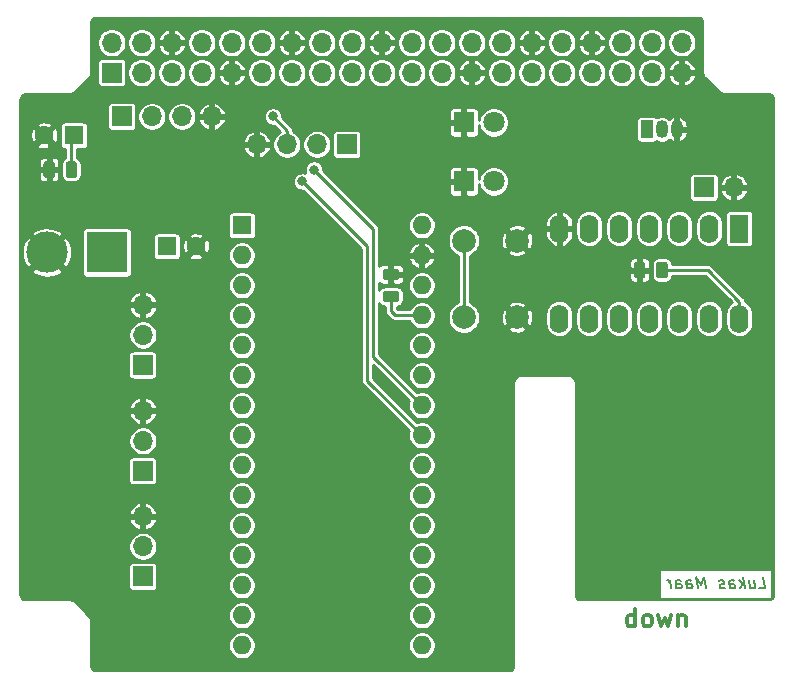
<source format=gbr>
G04 #@! TF.GenerationSoftware,KiCad,Pcbnew,5.1.5*
G04 #@! TF.CreationDate,2020-04-10T17:53:54+02:00*
G04 #@! TF.ProjectId,rc_car,72635f63-6172-42e6-9b69-6361645f7063,rev?*
G04 #@! TF.SameCoordinates,Original*
G04 #@! TF.FileFunction,Copper,L2,Bot*
G04 #@! TF.FilePolarity,Positive*
%FSLAX46Y46*%
G04 Gerber Fmt 4.6, Leading zero omitted, Abs format (unit mm)*
G04 Created by KiCad (PCBNEW 5.1.5) date 2020-04-10 17:53:54*
%MOMM*%
%LPD*%
G04 APERTURE LIST*
%ADD10C,0.200000*%
%ADD11C,0.300000*%
%ADD12R,1.700000X1.700000*%
%ADD13O,1.700000X1.700000*%
%ADD14R,1.600000X1.600000*%
%ADD15O,1.600000X1.600000*%
%ADD16C,1.600000*%
%ADD17R,1.800000X1.800000*%
%ADD18C,1.800000*%
%ADD19R,3.500120X3.500120*%
%ADD20C,3.500120*%
%ADD21O,1.050000X1.500000*%
%ADD22R,1.050000X1.500000*%
%ADD23C,2.000000*%
%ADD24R,1.600000X2.400000*%
%ADD25O,1.600000X2.400000*%
%ADD26C,0.100000*%
%ADD27C,0.800000*%
%ADD28C,0.250000*%
%ADD29C,0.254000*%
G04 APERTURE END LIST*
D10*
X163175476Y-92452380D02*
X163651666Y-92452380D01*
X163526666Y-91452380D01*
X162330238Y-91785714D02*
X162413571Y-92452380D01*
X162758809Y-91785714D02*
X162824285Y-92309523D01*
X162788571Y-92404761D01*
X162699285Y-92452380D01*
X162556428Y-92452380D01*
X162455238Y-92404761D01*
X162401666Y-92357142D01*
X161937380Y-92452380D02*
X161812380Y-91452380D01*
X161794523Y-92071428D02*
X161556428Y-92452380D01*
X161473095Y-91785714D02*
X161901666Y-92166666D01*
X160699285Y-92452380D02*
X160633809Y-91928571D01*
X160669523Y-91833333D01*
X160758809Y-91785714D01*
X160949285Y-91785714D01*
X161050476Y-91833333D01*
X160693333Y-92404761D02*
X160794523Y-92452380D01*
X161032619Y-92452380D01*
X161121904Y-92404761D01*
X161157619Y-92309523D01*
X161145714Y-92214285D01*
X161086190Y-92119047D01*
X160985000Y-92071428D01*
X160746904Y-92071428D01*
X160645714Y-92023809D01*
X160264761Y-92404761D02*
X160175476Y-92452380D01*
X159985000Y-92452380D01*
X159883809Y-92404761D01*
X159824285Y-92309523D01*
X159818333Y-92261904D01*
X159854047Y-92166666D01*
X159943333Y-92119047D01*
X160086190Y-92119047D01*
X160175476Y-92071428D01*
X160211190Y-91976190D01*
X160205238Y-91928571D01*
X160145714Y-91833333D01*
X160044523Y-91785714D01*
X159901666Y-91785714D01*
X159812380Y-91833333D01*
X158651666Y-92452380D02*
X158526666Y-91452380D01*
X158282619Y-92166666D01*
X157860000Y-91452380D01*
X157985000Y-92452380D01*
X157080238Y-92452380D02*
X157014761Y-91928571D01*
X157050476Y-91833333D01*
X157139761Y-91785714D01*
X157330238Y-91785714D01*
X157431428Y-91833333D01*
X157074285Y-92404761D02*
X157175476Y-92452380D01*
X157413571Y-92452380D01*
X157502857Y-92404761D01*
X157538571Y-92309523D01*
X157526666Y-92214285D01*
X157467142Y-92119047D01*
X157365952Y-92071428D01*
X157127857Y-92071428D01*
X157026666Y-92023809D01*
X156175476Y-92452380D02*
X156110000Y-91928571D01*
X156145714Y-91833333D01*
X156235000Y-91785714D01*
X156425476Y-91785714D01*
X156526666Y-91833333D01*
X156169523Y-92404761D02*
X156270714Y-92452380D01*
X156508809Y-92452380D01*
X156598095Y-92404761D01*
X156633809Y-92309523D01*
X156621904Y-92214285D01*
X156562380Y-92119047D01*
X156461190Y-92071428D01*
X156223095Y-92071428D01*
X156121904Y-92023809D01*
X155699285Y-92452380D02*
X155615952Y-91785714D01*
X155639761Y-91976190D02*
X155580238Y-91880952D01*
X155526666Y-91833333D01*
X155425476Y-91785714D01*
X155330238Y-91785714D01*
D11*
X152678571Y-95678571D02*
X152678571Y-94178571D01*
X152678571Y-95607142D02*
X152535714Y-95678571D01*
X152250000Y-95678571D01*
X152107142Y-95607142D01*
X152035714Y-95535714D01*
X151964285Y-95392857D01*
X151964285Y-94964285D01*
X152035714Y-94821428D01*
X152107142Y-94750000D01*
X152250000Y-94678571D01*
X152535714Y-94678571D01*
X152678571Y-94750000D01*
X153607142Y-95678571D02*
X153464285Y-95607142D01*
X153392857Y-95535714D01*
X153321428Y-95392857D01*
X153321428Y-94964285D01*
X153392857Y-94821428D01*
X153464285Y-94750000D01*
X153607142Y-94678571D01*
X153821428Y-94678571D01*
X153964285Y-94750000D01*
X154035714Y-94821428D01*
X154107142Y-94964285D01*
X154107142Y-95392857D01*
X154035714Y-95535714D01*
X153964285Y-95607142D01*
X153821428Y-95678571D01*
X153607142Y-95678571D01*
X154607142Y-94678571D02*
X154892857Y-95678571D01*
X155178571Y-94964285D01*
X155464285Y-95678571D01*
X155750000Y-94678571D01*
X156321428Y-94678571D02*
X156321428Y-95678571D01*
X156321428Y-94821428D02*
X156392857Y-94750000D01*
X156535714Y-94678571D01*
X156750000Y-94678571D01*
X156892857Y-94750000D01*
X156964285Y-94892857D01*
X156964285Y-95678571D01*
D12*
X108360000Y-48790000D03*
D13*
X108360000Y-46250000D03*
X110900000Y-48790000D03*
X110900000Y-46250000D03*
X113440000Y-48790000D03*
X113440000Y-46250000D03*
X115980000Y-48790000D03*
X115980000Y-46250000D03*
X118520000Y-48790000D03*
X118520000Y-46250000D03*
X121060000Y-48790000D03*
X121060000Y-46250000D03*
X123600000Y-48790000D03*
X123600000Y-46250000D03*
X126140000Y-48790000D03*
X126140000Y-46250000D03*
X128680000Y-48790000D03*
X128680000Y-46250000D03*
X131220000Y-48790000D03*
X131220000Y-46250000D03*
X133760000Y-48790000D03*
X133760000Y-46250000D03*
X136300000Y-48790000D03*
X136300000Y-46250000D03*
X138840000Y-48790000D03*
X138840000Y-46250000D03*
X141380000Y-48790000D03*
X141380000Y-46250000D03*
X143920000Y-48790000D03*
X143920000Y-46250000D03*
X146460000Y-48790000D03*
X146460000Y-46250000D03*
X149000000Y-48790000D03*
X149000000Y-46250000D03*
X151540000Y-48790000D03*
X151540000Y-46250000D03*
X154080000Y-48790000D03*
X154080000Y-46250000D03*
X156620000Y-48790000D03*
X156620000Y-46250000D03*
D14*
X119380000Y-61722000D03*
D15*
X134620000Y-94742000D03*
X119380000Y-64262000D03*
X134620000Y-92202000D03*
X119380000Y-66802000D03*
X134620000Y-89662000D03*
X119380000Y-69342000D03*
X134620000Y-87122000D03*
X119380000Y-71882000D03*
X134620000Y-84582000D03*
X119380000Y-74422000D03*
X134620000Y-82042000D03*
X119380000Y-76962000D03*
X134620000Y-79502000D03*
X119380000Y-79502000D03*
X134620000Y-76962000D03*
X119380000Y-82042000D03*
X134620000Y-74422000D03*
X119380000Y-84582000D03*
X134620000Y-71882000D03*
X119380000Y-87122000D03*
X134620000Y-69342000D03*
X119380000Y-89662000D03*
X134620000Y-66802000D03*
X119380000Y-92202000D03*
X134620000Y-64262000D03*
X119380000Y-94742000D03*
X134620000Y-61722000D03*
X119380000Y-97282000D03*
X134620000Y-97282000D03*
D16*
X102656000Y-54102000D03*
D14*
X105156000Y-54102000D03*
D13*
X116840000Y-52500000D03*
X114300000Y-52500000D03*
X111760000Y-52500000D03*
D12*
X109220000Y-52500000D03*
D17*
X138176000Y-53000000D03*
D18*
X140716000Y-53000000D03*
X140716000Y-58000000D03*
D17*
X138176000Y-58000000D03*
D19*
X107950000Y-64008000D03*
D20*
X102870000Y-64008000D03*
D13*
X111000000Y-68460000D03*
X111000000Y-71000000D03*
D12*
X111000000Y-73540000D03*
X110998000Y-82500000D03*
D13*
X110998000Y-79960000D03*
X110998000Y-77420000D03*
D12*
X110998000Y-91440000D03*
D13*
X110998000Y-88900000D03*
X110998000Y-86360000D03*
D12*
X128270000Y-54864000D03*
D13*
X125730000Y-54864000D03*
X123190000Y-54864000D03*
X120650000Y-54864000D03*
D12*
X158500000Y-58500000D03*
D13*
X161040000Y-58500000D03*
D21*
X154940000Y-53586000D03*
X156210000Y-53586000D03*
D22*
X153670000Y-53586000D03*
D23*
X142676000Y-69500000D03*
X138176000Y-69500000D03*
X142676000Y-63000000D03*
X138176000Y-63000000D03*
D24*
X161500000Y-62000000D03*
D25*
X146260000Y-69620000D03*
X158960000Y-62000000D03*
X148800000Y-69620000D03*
X156420000Y-62000000D03*
X151340000Y-69620000D03*
X153880000Y-62000000D03*
X153880000Y-69620000D03*
X151340000Y-62000000D03*
X156420000Y-69620000D03*
X148800000Y-62000000D03*
X158960000Y-69620000D03*
X146260000Y-62000000D03*
X161500000Y-69620000D03*
G04 #@! TA.AperFunction,SMDPad,CuDef*
D26*
G36*
X103330142Y-56301174D02*
G01*
X103353803Y-56304684D01*
X103377007Y-56310496D01*
X103399529Y-56318554D01*
X103421153Y-56328782D01*
X103441670Y-56341079D01*
X103460883Y-56355329D01*
X103478607Y-56371393D01*
X103494671Y-56389117D01*
X103508921Y-56408330D01*
X103521218Y-56428847D01*
X103531446Y-56450471D01*
X103539504Y-56472993D01*
X103545316Y-56496197D01*
X103548826Y-56519858D01*
X103550000Y-56543750D01*
X103550000Y-57456250D01*
X103548826Y-57480142D01*
X103545316Y-57503803D01*
X103539504Y-57527007D01*
X103531446Y-57549529D01*
X103521218Y-57571153D01*
X103508921Y-57591670D01*
X103494671Y-57610883D01*
X103478607Y-57628607D01*
X103460883Y-57644671D01*
X103441670Y-57658921D01*
X103421153Y-57671218D01*
X103399529Y-57681446D01*
X103377007Y-57689504D01*
X103353803Y-57695316D01*
X103330142Y-57698826D01*
X103306250Y-57700000D01*
X102818750Y-57700000D01*
X102794858Y-57698826D01*
X102771197Y-57695316D01*
X102747993Y-57689504D01*
X102725471Y-57681446D01*
X102703847Y-57671218D01*
X102683330Y-57658921D01*
X102664117Y-57644671D01*
X102646393Y-57628607D01*
X102630329Y-57610883D01*
X102616079Y-57591670D01*
X102603782Y-57571153D01*
X102593554Y-57549529D01*
X102585496Y-57527007D01*
X102579684Y-57503803D01*
X102576174Y-57480142D01*
X102575000Y-57456250D01*
X102575000Y-56543750D01*
X102576174Y-56519858D01*
X102579684Y-56496197D01*
X102585496Y-56472993D01*
X102593554Y-56450471D01*
X102603782Y-56428847D01*
X102616079Y-56408330D01*
X102630329Y-56389117D01*
X102646393Y-56371393D01*
X102664117Y-56355329D01*
X102683330Y-56341079D01*
X102703847Y-56328782D01*
X102725471Y-56318554D01*
X102747993Y-56310496D01*
X102771197Y-56304684D01*
X102794858Y-56301174D01*
X102818750Y-56300000D01*
X103306250Y-56300000D01*
X103330142Y-56301174D01*
G37*
G04 #@! TD.AperFunction*
G04 #@! TA.AperFunction,SMDPad,CuDef*
G36*
X105205142Y-56301174D02*
G01*
X105228803Y-56304684D01*
X105252007Y-56310496D01*
X105274529Y-56318554D01*
X105296153Y-56328782D01*
X105316670Y-56341079D01*
X105335883Y-56355329D01*
X105353607Y-56371393D01*
X105369671Y-56389117D01*
X105383921Y-56408330D01*
X105396218Y-56428847D01*
X105406446Y-56450471D01*
X105414504Y-56472993D01*
X105420316Y-56496197D01*
X105423826Y-56519858D01*
X105425000Y-56543750D01*
X105425000Y-57456250D01*
X105423826Y-57480142D01*
X105420316Y-57503803D01*
X105414504Y-57527007D01*
X105406446Y-57549529D01*
X105396218Y-57571153D01*
X105383921Y-57591670D01*
X105369671Y-57610883D01*
X105353607Y-57628607D01*
X105335883Y-57644671D01*
X105316670Y-57658921D01*
X105296153Y-57671218D01*
X105274529Y-57681446D01*
X105252007Y-57689504D01*
X105228803Y-57695316D01*
X105205142Y-57698826D01*
X105181250Y-57700000D01*
X104693750Y-57700000D01*
X104669858Y-57698826D01*
X104646197Y-57695316D01*
X104622993Y-57689504D01*
X104600471Y-57681446D01*
X104578847Y-57671218D01*
X104558330Y-57658921D01*
X104539117Y-57644671D01*
X104521393Y-57628607D01*
X104505329Y-57610883D01*
X104491079Y-57591670D01*
X104478782Y-57571153D01*
X104468554Y-57549529D01*
X104460496Y-57527007D01*
X104454684Y-57503803D01*
X104451174Y-57480142D01*
X104450000Y-57456250D01*
X104450000Y-56543750D01*
X104451174Y-56519858D01*
X104454684Y-56496197D01*
X104460496Y-56472993D01*
X104468554Y-56450471D01*
X104478782Y-56428847D01*
X104491079Y-56408330D01*
X104505329Y-56389117D01*
X104521393Y-56371393D01*
X104539117Y-56355329D01*
X104558330Y-56341079D01*
X104578847Y-56328782D01*
X104600471Y-56318554D01*
X104622993Y-56310496D01*
X104646197Y-56304684D01*
X104669858Y-56301174D01*
X104693750Y-56300000D01*
X105181250Y-56300000D01*
X105205142Y-56301174D01*
G37*
G04 #@! TD.AperFunction*
G04 #@! TA.AperFunction,SMDPad,CuDef*
G36*
X132480142Y-67253174D02*
G01*
X132503803Y-67256684D01*
X132527007Y-67262496D01*
X132549529Y-67270554D01*
X132571153Y-67280782D01*
X132591670Y-67293079D01*
X132610883Y-67307329D01*
X132628607Y-67323393D01*
X132644671Y-67341117D01*
X132658921Y-67360330D01*
X132671218Y-67380847D01*
X132681446Y-67402471D01*
X132689504Y-67424993D01*
X132695316Y-67448197D01*
X132698826Y-67471858D01*
X132700000Y-67495750D01*
X132700000Y-67983250D01*
X132698826Y-68007142D01*
X132695316Y-68030803D01*
X132689504Y-68054007D01*
X132681446Y-68076529D01*
X132671218Y-68098153D01*
X132658921Y-68118670D01*
X132644671Y-68137883D01*
X132628607Y-68155607D01*
X132610883Y-68171671D01*
X132591670Y-68185921D01*
X132571153Y-68198218D01*
X132549529Y-68208446D01*
X132527007Y-68216504D01*
X132503803Y-68222316D01*
X132480142Y-68225826D01*
X132456250Y-68227000D01*
X131543750Y-68227000D01*
X131519858Y-68225826D01*
X131496197Y-68222316D01*
X131472993Y-68216504D01*
X131450471Y-68208446D01*
X131428847Y-68198218D01*
X131408330Y-68185921D01*
X131389117Y-68171671D01*
X131371393Y-68155607D01*
X131355329Y-68137883D01*
X131341079Y-68118670D01*
X131328782Y-68098153D01*
X131318554Y-68076529D01*
X131310496Y-68054007D01*
X131304684Y-68030803D01*
X131301174Y-68007142D01*
X131300000Y-67983250D01*
X131300000Y-67495750D01*
X131301174Y-67471858D01*
X131304684Y-67448197D01*
X131310496Y-67424993D01*
X131318554Y-67402471D01*
X131328782Y-67380847D01*
X131341079Y-67360330D01*
X131355329Y-67341117D01*
X131371393Y-67323393D01*
X131389117Y-67307329D01*
X131408330Y-67293079D01*
X131428847Y-67280782D01*
X131450471Y-67270554D01*
X131472993Y-67262496D01*
X131496197Y-67256684D01*
X131519858Y-67253174D01*
X131543750Y-67252000D01*
X132456250Y-67252000D01*
X132480142Y-67253174D01*
G37*
G04 #@! TD.AperFunction*
G04 #@! TA.AperFunction,SMDPad,CuDef*
G36*
X132480142Y-65378174D02*
G01*
X132503803Y-65381684D01*
X132527007Y-65387496D01*
X132549529Y-65395554D01*
X132571153Y-65405782D01*
X132591670Y-65418079D01*
X132610883Y-65432329D01*
X132628607Y-65448393D01*
X132644671Y-65466117D01*
X132658921Y-65485330D01*
X132671218Y-65505847D01*
X132681446Y-65527471D01*
X132689504Y-65549993D01*
X132695316Y-65573197D01*
X132698826Y-65596858D01*
X132700000Y-65620750D01*
X132700000Y-66108250D01*
X132698826Y-66132142D01*
X132695316Y-66155803D01*
X132689504Y-66179007D01*
X132681446Y-66201529D01*
X132671218Y-66223153D01*
X132658921Y-66243670D01*
X132644671Y-66262883D01*
X132628607Y-66280607D01*
X132610883Y-66296671D01*
X132591670Y-66310921D01*
X132571153Y-66323218D01*
X132549529Y-66333446D01*
X132527007Y-66341504D01*
X132503803Y-66347316D01*
X132480142Y-66350826D01*
X132456250Y-66352000D01*
X131543750Y-66352000D01*
X131519858Y-66350826D01*
X131496197Y-66347316D01*
X131472993Y-66341504D01*
X131450471Y-66333446D01*
X131428847Y-66323218D01*
X131408330Y-66310921D01*
X131389117Y-66296671D01*
X131371393Y-66280607D01*
X131355329Y-66262883D01*
X131341079Y-66243670D01*
X131328782Y-66223153D01*
X131318554Y-66201529D01*
X131310496Y-66179007D01*
X131304684Y-66155803D01*
X131301174Y-66132142D01*
X131300000Y-66108250D01*
X131300000Y-65620750D01*
X131301174Y-65596858D01*
X131304684Y-65573197D01*
X131310496Y-65549993D01*
X131318554Y-65527471D01*
X131328782Y-65505847D01*
X131341079Y-65485330D01*
X131355329Y-65466117D01*
X131371393Y-65448393D01*
X131389117Y-65432329D01*
X131408330Y-65418079D01*
X131428847Y-65405782D01*
X131450471Y-65395554D01*
X131472993Y-65387496D01*
X131496197Y-65381684D01*
X131519858Y-65378174D01*
X131543750Y-65377000D01*
X132456250Y-65377000D01*
X132480142Y-65378174D01*
G37*
G04 #@! TD.AperFunction*
G04 #@! TA.AperFunction,SMDPad,CuDef*
G36*
X155205142Y-64801174D02*
G01*
X155228803Y-64804684D01*
X155252007Y-64810496D01*
X155274529Y-64818554D01*
X155296153Y-64828782D01*
X155316670Y-64841079D01*
X155335883Y-64855329D01*
X155353607Y-64871393D01*
X155369671Y-64889117D01*
X155383921Y-64908330D01*
X155396218Y-64928847D01*
X155406446Y-64950471D01*
X155414504Y-64972993D01*
X155420316Y-64996197D01*
X155423826Y-65019858D01*
X155425000Y-65043750D01*
X155425000Y-65956250D01*
X155423826Y-65980142D01*
X155420316Y-66003803D01*
X155414504Y-66027007D01*
X155406446Y-66049529D01*
X155396218Y-66071153D01*
X155383921Y-66091670D01*
X155369671Y-66110883D01*
X155353607Y-66128607D01*
X155335883Y-66144671D01*
X155316670Y-66158921D01*
X155296153Y-66171218D01*
X155274529Y-66181446D01*
X155252007Y-66189504D01*
X155228803Y-66195316D01*
X155205142Y-66198826D01*
X155181250Y-66200000D01*
X154693750Y-66200000D01*
X154669858Y-66198826D01*
X154646197Y-66195316D01*
X154622993Y-66189504D01*
X154600471Y-66181446D01*
X154578847Y-66171218D01*
X154558330Y-66158921D01*
X154539117Y-66144671D01*
X154521393Y-66128607D01*
X154505329Y-66110883D01*
X154491079Y-66091670D01*
X154478782Y-66071153D01*
X154468554Y-66049529D01*
X154460496Y-66027007D01*
X154454684Y-66003803D01*
X154451174Y-65980142D01*
X154450000Y-65956250D01*
X154450000Y-65043750D01*
X154451174Y-65019858D01*
X154454684Y-64996197D01*
X154460496Y-64972993D01*
X154468554Y-64950471D01*
X154478782Y-64928847D01*
X154491079Y-64908330D01*
X154505329Y-64889117D01*
X154521393Y-64871393D01*
X154539117Y-64855329D01*
X154558330Y-64841079D01*
X154578847Y-64828782D01*
X154600471Y-64818554D01*
X154622993Y-64810496D01*
X154646197Y-64804684D01*
X154669858Y-64801174D01*
X154693750Y-64800000D01*
X155181250Y-64800000D01*
X155205142Y-64801174D01*
G37*
G04 #@! TD.AperFunction*
G04 #@! TA.AperFunction,SMDPad,CuDef*
G36*
X153330142Y-64801174D02*
G01*
X153353803Y-64804684D01*
X153377007Y-64810496D01*
X153399529Y-64818554D01*
X153421153Y-64828782D01*
X153441670Y-64841079D01*
X153460883Y-64855329D01*
X153478607Y-64871393D01*
X153494671Y-64889117D01*
X153508921Y-64908330D01*
X153521218Y-64928847D01*
X153531446Y-64950471D01*
X153539504Y-64972993D01*
X153545316Y-64996197D01*
X153548826Y-65019858D01*
X153550000Y-65043750D01*
X153550000Y-65956250D01*
X153548826Y-65980142D01*
X153545316Y-66003803D01*
X153539504Y-66027007D01*
X153531446Y-66049529D01*
X153521218Y-66071153D01*
X153508921Y-66091670D01*
X153494671Y-66110883D01*
X153478607Y-66128607D01*
X153460883Y-66144671D01*
X153441670Y-66158921D01*
X153421153Y-66171218D01*
X153399529Y-66181446D01*
X153377007Y-66189504D01*
X153353803Y-66195316D01*
X153330142Y-66198826D01*
X153306250Y-66200000D01*
X152818750Y-66200000D01*
X152794858Y-66198826D01*
X152771197Y-66195316D01*
X152747993Y-66189504D01*
X152725471Y-66181446D01*
X152703847Y-66171218D01*
X152683330Y-66158921D01*
X152664117Y-66144671D01*
X152646393Y-66128607D01*
X152630329Y-66110883D01*
X152616079Y-66091670D01*
X152603782Y-66071153D01*
X152593554Y-66049529D01*
X152585496Y-66027007D01*
X152579684Y-66003803D01*
X152576174Y-65980142D01*
X152575000Y-65956250D01*
X152575000Y-65043750D01*
X152576174Y-65019858D01*
X152579684Y-64996197D01*
X152585496Y-64972993D01*
X152593554Y-64950471D01*
X152603782Y-64928847D01*
X152616079Y-64908330D01*
X152630329Y-64889117D01*
X152646393Y-64871393D01*
X152664117Y-64855329D01*
X152683330Y-64841079D01*
X152703847Y-64828782D01*
X152725471Y-64818554D01*
X152747993Y-64810496D01*
X152771197Y-64804684D01*
X152794858Y-64801174D01*
X152818750Y-64800000D01*
X153306250Y-64800000D01*
X153330142Y-64801174D01*
G37*
G04 #@! TD.AperFunction*
D14*
X113000000Y-63500000D03*
D16*
X115500000Y-63500000D03*
D27*
X124500000Y-58000000D03*
X125500000Y-57000000D03*
X122000000Y-52500000D03*
D28*
X130000000Y-74882000D02*
X134620000Y-79502000D01*
X124500000Y-58000000D02*
X130000000Y-63500000D01*
X130000000Y-63500000D02*
X130000000Y-74882000D01*
X130500000Y-72842000D02*
X134620000Y-76962000D01*
X125500000Y-57000000D02*
X130500000Y-62000000D01*
X130500000Y-62000000D02*
X130500000Y-72842000D01*
X104937500Y-54320500D02*
X105156000Y-54102000D01*
X104937500Y-57000000D02*
X104937500Y-54320500D01*
X132000000Y-67739500D02*
X132000000Y-69000000D01*
X132342000Y-69342000D02*
X134620000Y-69342000D01*
X132000000Y-69000000D02*
X132342000Y-69342000D01*
X155425000Y-65500000D02*
X154937500Y-65500000D01*
X158830000Y-65500000D02*
X155425000Y-65500000D01*
X161500000Y-68170000D02*
X158830000Y-65500000D01*
X161500000Y-69620000D02*
X161500000Y-68170000D01*
X103062500Y-54508500D02*
X102656000Y-54102000D01*
X103062500Y-57000000D02*
X103062500Y-54508500D01*
X132000000Y-65864500D02*
X132000000Y-65000000D01*
X132738000Y-64262000D02*
X134620000Y-64262000D01*
X132000000Y-65000000D02*
X132738000Y-64262000D01*
X148310000Y-65500000D02*
X152575000Y-65500000D01*
X152575000Y-65500000D02*
X153062500Y-65500000D01*
X146260000Y-63450000D02*
X148310000Y-65500000D01*
X146260000Y-62000000D02*
X146260000Y-63450000D01*
X123190000Y-53690000D02*
X123190000Y-54864000D01*
X122000000Y-52500000D02*
X123190000Y-53690000D01*
X138176000Y-63000000D02*
X138176000Y-69500000D01*
D29*
G36*
X158096257Y-44140769D02*
G01*
X158185955Y-44177923D01*
X158262976Y-44237024D01*
X158322077Y-44314045D01*
X158359231Y-44403743D01*
X158373000Y-44508328D01*
X158373000Y-48792893D01*
X158374086Y-48809470D01*
X158391123Y-48938880D01*
X158399704Y-48970904D01*
X158449654Y-49091494D01*
X158466231Y-49120206D01*
X158545691Y-49223760D01*
X158556644Y-49236250D01*
X159763750Y-50443356D01*
X159776240Y-50454309D01*
X159879794Y-50533769D01*
X159908506Y-50550346D01*
X160029096Y-50600296D01*
X160061120Y-50608877D01*
X160190530Y-50625914D01*
X160207107Y-50627000D01*
X163991672Y-50627000D01*
X164096257Y-50640769D01*
X164185955Y-50677923D01*
X164262976Y-50737024D01*
X164322077Y-50814045D01*
X164359231Y-50903743D01*
X164373000Y-51008328D01*
X164373000Y-92991672D01*
X164359231Y-93096257D01*
X164322077Y-93185955D01*
X164266715Y-93258103D01*
X164266715Y-90849000D01*
X154733286Y-90849000D01*
X154733286Y-93311000D01*
X164200391Y-93311000D01*
X164185955Y-93322077D01*
X164096257Y-93359231D01*
X163991672Y-93373000D01*
X148008328Y-93373000D01*
X147903743Y-93359231D01*
X147814045Y-93322077D01*
X147737024Y-93262976D01*
X147677923Y-93185955D01*
X147640769Y-93096257D01*
X147627000Y-92991672D01*
X147627000Y-75000000D01*
X147625914Y-74983423D01*
X147608877Y-74854013D01*
X147600296Y-74821989D01*
X147550346Y-74701399D01*
X147533768Y-74672687D01*
X147454308Y-74569134D01*
X147430866Y-74545692D01*
X147327313Y-74466232D01*
X147298601Y-74449654D01*
X147178011Y-74399704D01*
X147145987Y-74391123D01*
X147016577Y-74374086D01*
X147000000Y-74373000D01*
X143000000Y-74373000D01*
X142983423Y-74374086D01*
X142854013Y-74391123D01*
X142821989Y-74399704D01*
X142701399Y-74449654D01*
X142672687Y-74466232D01*
X142569134Y-74545692D01*
X142545692Y-74569134D01*
X142466232Y-74672687D01*
X142449654Y-74701399D01*
X142399704Y-74821989D01*
X142391123Y-74854013D01*
X142374086Y-74983423D01*
X142373000Y-75000000D01*
X142373000Y-98991672D01*
X142359231Y-99096257D01*
X142322077Y-99185955D01*
X142262976Y-99262976D01*
X142185955Y-99322077D01*
X142096257Y-99359231D01*
X141991672Y-99373000D01*
X107008328Y-99373000D01*
X106903743Y-99359231D01*
X106814045Y-99322077D01*
X106737024Y-99262976D01*
X106677923Y-99185955D01*
X106640769Y-99096257D01*
X106627000Y-98991672D01*
X106627000Y-97165682D01*
X118199000Y-97165682D01*
X118199000Y-97398318D01*
X118244386Y-97626485D01*
X118333412Y-97841413D01*
X118462658Y-98034843D01*
X118627157Y-98199342D01*
X118820587Y-98328588D01*
X119035515Y-98417614D01*
X119263682Y-98463000D01*
X119496318Y-98463000D01*
X119724485Y-98417614D01*
X119939413Y-98328588D01*
X120132843Y-98199342D01*
X120297342Y-98034843D01*
X120426588Y-97841413D01*
X120515614Y-97626485D01*
X120561000Y-97398318D01*
X120561000Y-97165682D01*
X133439000Y-97165682D01*
X133439000Y-97398318D01*
X133484386Y-97626485D01*
X133573412Y-97841413D01*
X133702658Y-98034843D01*
X133867157Y-98199342D01*
X134060587Y-98328588D01*
X134275515Y-98417614D01*
X134503682Y-98463000D01*
X134736318Y-98463000D01*
X134964485Y-98417614D01*
X135179413Y-98328588D01*
X135372843Y-98199342D01*
X135537342Y-98034843D01*
X135666588Y-97841413D01*
X135755614Y-97626485D01*
X135801000Y-97398318D01*
X135801000Y-97165682D01*
X135755614Y-96937515D01*
X135666588Y-96722587D01*
X135537342Y-96529157D01*
X135372843Y-96364658D01*
X135179413Y-96235412D01*
X134964485Y-96146386D01*
X134736318Y-96101000D01*
X134503682Y-96101000D01*
X134275515Y-96146386D01*
X134060587Y-96235412D01*
X133867157Y-96364658D01*
X133702658Y-96529157D01*
X133573412Y-96722587D01*
X133484386Y-96937515D01*
X133439000Y-97165682D01*
X120561000Y-97165682D01*
X120515614Y-96937515D01*
X120426588Y-96722587D01*
X120297342Y-96529157D01*
X120132843Y-96364658D01*
X119939413Y-96235412D01*
X119724485Y-96146386D01*
X119496318Y-96101000D01*
X119263682Y-96101000D01*
X119035515Y-96146386D01*
X118820587Y-96235412D01*
X118627157Y-96364658D01*
X118462658Y-96529157D01*
X118333412Y-96722587D01*
X118244386Y-96937515D01*
X118199000Y-97165682D01*
X106627000Y-97165682D01*
X106627000Y-95207107D01*
X106625914Y-95190530D01*
X106608877Y-95061120D01*
X106600296Y-95029096D01*
X106550346Y-94908506D01*
X106533769Y-94879794D01*
X106454309Y-94776240D01*
X106443356Y-94763750D01*
X106305288Y-94625682D01*
X118199000Y-94625682D01*
X118199000Y-94858318D01*
X118244386Y-95086485D01*
X118333412Y-95301413D01*
X118462658Y-95494843D01*
X118627157Y-95659342D01*
X118820587Y-95788588D01*
X119035515Y-95877614D01*
X119263682Y-95923000D01*
X119496318Y-95923000D01*
X119724485Y-95877614D01*
X119939413Y-95788588D01*
X120132843Y-95659342D01*
X120297342Y-95494843D01*
X120426588Y-95301413D01*
X120515614Y-95086485D01*
X120561000Y-94858318D01*
X120561000Y-94625682D01*
X133439000Y-94625682D01*
X133439000Y-94858318D01*
X133484386Y-95086485D01*
X133573412Y-95301413D01*
X133702658Y-95494843D01*
X133867157Y-95659342D01*
X134060587Y-95788588D01*
X134275515Y-95877614D01*
X134503682Y-95923000D01*
X134736318Y-95923000D01*
X134964485Y-95877614D01*
X135179413Y-95788588D01*
X135372843Y-95659342D01*
X135537342Y-95494843D01*
X135666588Y-95301413D01*
X135755614Y-95086485D01*
X135801000Y-94858318D01*
X135801000Y-94625682D01*
X135755614Y-94397515D01*
X135666588Y-94182587D01*
X135537342Y-93989157D01*
X135372843Y-93824658D01*
X135179413Y-93695412D01*
X134964485Y-93606386D01*
X134736318Y-93561000D01*
X134503682Y-93561000D01*
X134275515Y-93606386D01*
X134060587Y-93695412D01*
X133867157Y-93824658D01*
X133702658Y-93989157D01*
X133573412Y-94182587D01*
X133484386Y-94397515D01*
X133439000Y-94625682D01*
X120561000Y-94625682D01*
X120515614Y-94397515D01*
X120426588Y-94182587D01*
X120297342Y-93989157D01*
X120132843Y-93824658D01*
X119939413Y-93695412D01*
X119724485Y-93606386D01*
X119496318Y-93561000D01*
X119263682Y-93561000D01*
X119035515Y-93606386D01*
X118820587Y-93695412D01*
X118627157Y-93824658D01*
X118462658Y-93989157D01*
X118333412Y-94182587D01*
X118244386Y-94397515D01*
X118199000Y-94625682D01*
X106305288Y-94625682D01*
X105236250Y-93556644D01*
X105223760Y-93545691D01*
X105120206Y-93466231D01*
X105091494Y-93449654D01*
X104970904Y-93399704D01*
X104938880Y-93391123D01*
X104809470Y-93374086D01*
X104792893Y-93373000D01*
X101008328Y-93373000D01*
X100903743Y-93359231D01*
X100814045Y-93322077D01*
X100737024Y-93262976D01*
X100677923Y-93185955D01*
X100640769Y-93096257D01*
X100627000Y-92991672D01*
X100627000Y-90590000D01*
X109765157Y-90590000D01*
X109765157Y-92290000D01*
X109772513Y-92364689D01*
X109794299Y-92436508D01*
X109829678Y-92502696D01*
X109877289Y-92560711D01*
X109935304Y-92608322D01*
X110001492Y-92643701D01*
X110073311Y-92665487D01*
X110148000Y-92672843D01*
X111848000Y-92672843D01*
X111922689Y-92665487D01*
X111994508Y-92643701D01*
X112060696Y-92608322D01*
X112118711Y-92560711D01*
X112166322Y-92502696D01*
X112201701Y-92436508D01*
X112223487Y-92364689D01*
X112230843Y-92290000D01*
X112230843Y-92085682D01*
X118199000Y-92085682D01*
X118199000Y-92318318D01*
X118244386Y-92546485D01*
X118333412Y-92761413D01*
X118462658Y-92954843D01*
X118627157Y-93119342D01*
X118820587Y-93248588D01*
X119035515Y-93337614D01*
X119263682Y-93383000D01*
X119496318Y-93383000D01*
X119724485Y-93337614D01*
X119939413Y-93248588D01*
X120132843Y-93119342D01*
X120297342Y-92954843D01*
X120426588Y-92761413D01*
X120515614Y-92546485D01*
X120561000Y-92318318D01*
X120561000Y-92085682D01*
X133439000Y-92085682D01*
X133439000Y-92318318D01*
X133484386Y-92546485D01*
X133573412Y-92761413D01*
X133702658Y-92954843D01*
X133867157Y-93119342D01*
X134060587Y-93248588D01*
X134275515Y-93337614D01*
X134503682Y-93383000D01*
X134736318Y-93383000D01*
X134964485Y-93337614D01*
X135179413Y-93248588D01*
X135372843Y-93119342D01*
X135537342Y-92954843D01*
X135666588Y-92761413D01*
X135755614Y-92546485D01*
X135801000Y-92318318D01*
X135801000Y-92085682D01*
X135755614Y-91857515D01*
X135666588Y-91642587D01*
X135537342Y-91449157D01*
X135372843Y-91284658D01*
X135179413Y-91155412D01*
X134964485Y-91066386D01*
X134736318Y-91021000D01*
X134503682Y-91021000D01*
X134275515Y-91066386D01*
X134060587Y-91155412D01*
X133867157Y-91284658D01*
X133702658Y-91449157D01*
X133573412Y-91642587D01*
X133484386Y-91857515D01*
X133439000Y-92085682D01*
X120561000Y-92085682D01*
X120515614Y-91857515D01*
X120426588Y-91642587D01*
X120297342Y-91449157D01*
X120132843Y-91284658D01*
X119939413Y-91155412D01*
X119724485Y-91066386D01*
X119496318Y-91021000D01*
X119263682Y-91021000D01*
X119035515Y-91066386D01*
X118820587Y-91155412D01*
X118627157Y-91284658D01*
X118462658Y-91449157D01*
X118333412Y-91642587D01*
X118244386Y-91857515D01*
X118199000Y-92085682D01*
X112230843Y-92085682D01*
X112230843Y-90590000D01*
X112223487Y-90515311D01*
X112201701Y-90443492D01*
X112166322Y-90377304D01*
X112118711Y-90319289D01*
X112060696Y-90271678D01*
X111994508Y-90236299D01*
X111922689Y-90214513D01*
X111848000Y-90207157D01*
X110148000Y-90207157D01*
X110073311Y-90214513D01*
X110001492Y-90236299D01*
X109935304Y-90271678D01*
X109877289Y-90319289D01*
X109829678Y-90377304D01*
X109794299Y-90443492D01*
X109772513Y-90515311D01*
X109765157Y-90590000D01*
X100627000Y-90590000D01*
X100627000Y-88778757D01*
X109767000Y-88778757D01*
X109767000Y-89021243D01*
X109814307Y-89259069D01*
X109907102Y-89483097D01*
X110041820Y-89684717D01*
X110213283Y-89856180D01*
X110414903Y-89990898D01*
X110638931Y-90083693D01*
X110876757Y-90131000D01*
X111119243Y-90131000D01*
X111357069Y-90083693D01*
X111581097Y-89990898D01*
X111782717Y-89856180D01*
X111954180Y-89684717D01*
X112047080Y-89545682D01*
X118199000Y-89545682D01*
X118199000Y-89778318D01*
X118244386Y-90006485D01*
X118333412Y-90221413D01*
X118462658Y-90414843D01*
X118627157Y-90579342D01*
X118820587Y-90708588D01*
X119035515Y-90797614D01*
X119263682Y-90843000D01*
X119496318Y-90843000D01*
X119724485Y-90797614D01*
X119939413Y-90708588D01*
X120132843Y-90579342D01*
X120297342Y-90414843D01*
X120426588Y-90221413D01*
X120515614Y-90006485D01*
X120561000Y-89778318D01*
X120561000Y-89545682D01*
X133439000Y-89545682D01*
X133439000Y-89778318D01*
X133484386Y-90006485D01*
X133573412Y-90221413D01*
X133702658Y-90414843D01*
X133867157Y-90579342D01*
X134060587Y-90708588D01*
X134275515Y-90797614D01*
X134503682Y-90843000D01*
X134736318Y-90843000D01*
X134964485Y-90797614D01*
X135179413Y-90708588D01*
X135372843Y-90579342D01*
X135537342Y-90414843D01*
X135666588Y-90221413D01*
X135755614Y-90006485D01*
X135801000Y-89778318D01*
X135801000Y-89545682D01*
X135755614Y-89317515D01*
X135666588Y-89102587D01*
X135537342Y-88909157D01*
X135372843Y-88744658D01*
X135179413Y-88615412D01*
X134964485Y-88526386D01*
X134736318Y-88481000D01*
X134503682Y-88481000D01*
X134275515Y-88526386D01*
X134060587Y-88615412D01*
X133867157Y-88744658D01*
X133702658Y-88909157D01*
X133573412Y-89102587D01*
X133484386Y-89317515D01*
X133439000Y-89545682D01*
X120561000Y-89545682D01*
X120515614Y-89317515D01*
X120426588Y-89102587D01*
X120297342Y-88909157D01*
X120132843Y-88744658D01*
X119939413Y-88615412D01*
X119724485Y-88526386D01*
X119496318Y-88481000D01*
X119263682Y-88481000D01*
X119035515Y-88526386D01*
X118820587Y-88615412D01*
X118627157Y-88744658D01*
X118462658Y-88909157D01*
X118333412Y-89102587D01*
X118244386Y-89317515D01*
X118199000Y-89545682D01*
X112047080Y-89545682D01*
X112088898Y-89483097D01*
X112181693Y-89259069D01*
X112229000Y-89021243D01*
X112229000Y-88778757D01*
X112181693Y-88540931D01*
X112088898Y-88316903D01*
X111954180Y-88115283D01*
X111782717Y-87943820D01*
X111581097Y-87809102D01*
X111357069Y-87716307D01*
X111119243Y-87669000D01*
X110876757Y-87669000D01*
X110638931Y-87716307D01*
X110414903Y-87809102D01*
X110213283Y-87943820D01*
X110041820Y-88115283D01*
X109907102Y-88316903D01*
X109814307Y-88540931D01*
X109767000Y-88778757D01*
X100627000Y-88778757D01*
X100627000Y-86676980D01*
X109808511Y-86676980D01*
X109832866Y-86757288D01*
X109932761Y-86976961D01*
X110073592Y-87172924D01*
X110249948Y-87337647D01*
X110455051Y-87464799D01*
X110681019Y-87549495D01*
X110871000Y-87489187D01*
X110871000Y-86487000D01*
X111125000Y-86487000D01*
X111125000Y-87489187D01*
X111314981Y-87549495D01*
X111540949Y-87464799D01*
X111746052Y-87337647D01*
X111922408Y-87172924D01*
X112042598Y-87005682D01*
X118199000Y-87005682D01*
X118199000Y-87238318D01*
X118244386Y-87466485D01*
X118333412Y-87681413D01*
X118462658Y-87874843D01*
X118627157Y-88039342D01*
X118820587Y-88168588D01*
X119035515Y-88257614D01*
X119263682Y-88303000D01*
X119496318Y-88303000D01*
X119724485Y-88257614D01*
X119939413Y-88168588D01*
X120132843Y-88039342D01*
X120297342Y-87874843D01*
X120426588Y-87681413D01*
X120515614Y-87466485D01*
X120561000Y-87238318D01*
X120561000Y-87005682D01*
X133439000Y-87005682D01*
X133439000Y-87238318D01*
X133484386Y-87466485D01*
X133573412Y-87681413D01*
X133702658Y-87874843D01*
X133867157Y-88039342D01*
X134060587Y-88168588D01*
X134275515Y-88257614D01*
X134503682Y-88303000D01*
X134736318Y-88303000D01*
X134964485Y-88257614D01*
X135179413Y-88168588D01*
X135372843Y-88039342D01*
X135537342Y-87874843D01*
X135666588Y-87681413D01*
X135755614Y-87466485D01*
X135801000Y-87238318D01*
X135801000Y-87005682D01*
X135755614Y-86777515D01*
X135666588Y-86562587D01*
X135537342Y-86369157D01*
X135372843Y-86204658D01*
X135179413Y-86075412D01*
X134964485Y-85986386D01*
X134736318Y-85941000D01*
X134503682Y-85941000D01*
X134275515Y-85986386D01*
X134060587Y-86075412D01*
X133867157Y-86204658D01*
X133702658Y-86369157D01*
X133573412Y-86562587D01*
X133484386Y-86777515D01*
X133439000Y-87005682D01*
X120561000Y-87005682D01*
X120515614Y-86777515D01*
X120426588Y-86562587D01*
X120297342Y-86369157D01*
X120132843Y-86204658D01*
X119939413Y-86075412D01*
X119724485Y-85986386D01*
X119496318Y-85941000D01*
X119263682Y-85941000D01*
X119035515Y-85986386D01*
X118820587Y-86075412D01*
X118627157Y-86204658D01*
X118462658Y-86369157D01*
X118333412Y-86562587D01*
X118244386Y-86777515D01*
X118199000Y-87005682D01*
X112042598Y-87005682D01*
X112063239Y-86976961D01*
X112163134Y-86757288D01*
X112187489Y-86676980D01*
X112126627Y-86487000D01*
X111125000Y-86487000D01*
X110871000Y-86487000D01*
X109869373Y-86487000D01*
X109808511Y-86676980D01*
X100627000Y-86676980D01*
X100627000Y-86043020D01*
X109808511Y-86043020D01*
X109869373Y-86233000D01*
X110871000Y-86233000D01*
X110871000Y-85230813D01*
X111125000Y-85230813D01*
X111125000Y-86233000D01*
X112126627Y-86233000D01*
X112187489Y-86043020D01*
X112163134Y-85962712D01*
X112063239Y-85743039D01*
X111922408Y-85547076D01*
X111746052Y-85382353D01*
X111540949Y-85255201D01*
X111314981Y-85170505D01*
X111125000Y-85230813D01*
X110871000Y-85230813D01*
X110681019Y-85170505D01*
X110455051Y-85255201D01*
X110249948Y-85382353D01*
X110073592Y-85547076D01*
X109932761Y-85743039D01*
X109832866Y-85962712D01*
X109808511Y-86043020D01*
X100627000Y-86043020D01*
X100627000Y-84465682D01*
X118199000Y-84465682D01*
X118199000Y-84698318D01*
X118244386Y-84926485D01*
X118333412Y-85141413D01*
X118462658Y-85334843D01*
X118627157Y-85499342D01*
X118820587Y-85628588D01*
X119035515Y-85717614D01*
X119263682Y-85763000D01*
X119496318Y-85763000D01*
X119724485Y-85717614D01*
X119939413Y-85628588D01*
X120132843Y-85499342D01*
X120297342Y-85334843D01*
X120426588Y-85141413D01*
X120515614Y-84926485D01*
X120561000Y-84698318D01*
X120561000Y-84465682D01*
X133439000Y-84465682D01*
X133439000Y-84698318D01*
X133484386Y-84926485D01*
X133573412Y-85141413D01*
X133702658Y-85334843D01*
X133867157Y-85499342D01*
X134060587Y-85628588D01*
X134275515Y-85717614D01*
X134503682Y-85763000D01*
X134736318Y-85763000D01*
X134964485Y-85717614D01*
X135179413Y-85628588D01*
X135372843Y-85499342D01*
X135537342Y-85334843D01*
X135666588Y-85141413D01*
X135755614Y-84926485D01*
X135801000Y-84698318D01*
X135801000Y-84465682D01*
X135755614Y-84237515D01*
X135666588Y-84022587D01*
X135537342Y-83829157D01*
X135372843Y-83664658D01*
X135179413Y-83535412D01*
X134964485Y-83446386D01*
X134736318Y-83401000D01*
X134503682Y-83401000D01*
X134275515Y-83446386D01*
X134060587Y-83535412D01*
X133867157Y-83664658D01*
X133702658Y-83829157D01*
X133573412Y-84022587D01*
X133484386Y-84237515D01*
X133439000Y-84465682D01*
X120561000Y-84465682D01*
X120515614Y-84237515D01*
X120426588Y-84022587D01*
X120297342Y-83829157D01*
X120132843Y-83664658D01*
X119939413Y-83535412D01*
X119724485Y-83446386D01*
X119496318Y-83401000D01*
X119263682Y-83401000D01*
X119035515Y-83446386D01*
X118820587Y-83535412D01*
X118627157Y-83664658D01*
X118462658Y-83829157D01*
X118333412Y-84022587D01*
X118244386Y-84237515D01*
X118199000Y-84465682D01*
X100627000Y-84465682D01*
X100627000Y-81650000D01*
X109765157Y-81650000D01*
X109765157Y-83350000D01*
X109772513Y-83424689D01*
X109794299Y-83496508D01*
X109829678Y-83562696D01*
X109877289Y-83620711D01*
X109935304Y-83668322D01*
X110001492Y-83703701D01*
X110073311Y-83725487D01*
X110148000Y-83732843D01*
X111848000Y-83732843D01*
X111922689Y-83725487D01*
X111994508Y-83703701D01*
X112060696Y-83668322D01*
X112118711Y-83620711D01*
X112166322Y-83562696D01*
X112201701Y-83496508D01*
X112223487Y-83424689D01*
X112230843Y-83350000D01*
X112230843Y-81925682D01*
X118199000Y-81925682D01*
X118199000Y-82158318D01*
X118244386Y-82386485D01*
X118333412Y-82601413D01*
X118462658Y-82794843D01*
X118627157Y-82959342D01*
X118820587Y-83088588D01*
X119035515Y-83177614D01*
X119263682Y-83223000D01*
X119496318Y-83223000D01*
X119724485Y-83177614D01*
X119939413Y-83088588D01*
X120132843Y-82959342D01*
X120297342Y-82794843D01*
X120426588Y-82601413D01*
X120515614Y-82386485D01*
X120561000Y-82158318D01*
X120561000Y-81925682D01*
X133439000Y-81925682D01*
X133439000Y-82158318D01*
X133484386Y-82386485D01*
X133573412Y-82601413D01*
X133702658Y-82794843D01*
X133867157Y-82959342D01*
X134060587Y-83088588D01*
X134275515Y-83177614D01*
X134503682Y-83223000D01*
X134736318Y-83223000D01*
X134964485Y-83177614D01*
X135179413Y-83088588D01*
X135372843Y-82959342D01*
X135537342Y-82794843D01*
X135666588Y-82601413D01*
X135755614Y-82386485D01*
X135801000Y-82158318D01*
X135801000Y-81925682D01*
X135755614Y-81697515D01*
X135666588Y-81482587D01*
X135537342Y-81289157D01*
X135372843Y-81124658D01*
X135179413Y-80995412D01*
X134964485Y-80906386D01*
X134736318Y-80861000D01*
X134503682Y-80861000D01*
X134275515Y-80906386D01*
X134060587Y-80995412D01*
X133867157Y-81124658D01*
X133702658Y-81289157D01*
X133573412Y-81482587D01*
X133484386Y-81697515D01*
X133439000Y-81925682D01*
X120561000Y-81925682D01*
X120515614Y-81697515D01*
X120426588Y-81482587D01*
X120297342Y-81289157D01*
X120132843Y-81124658D01*
X119939413Y-80995412D01*
X119724485Y-80906386D01*
X119496318Y-80861000D01*
X119263682Y-80861000D01*
X119035515Y-80906386D01*
X118820587Y-80995412D01*
X118627157Y-81124658D01*
X118462658Y-81289157D01*
X118333412Y-81482587D01*
X118244386Y-81697515D01*
X118199000Y-81925682D01*
X112230843Y-81925682D01*
X112230843Y-81650000D01*
X112223487Y-81575311D01*
X112201701Y-81503492D01*
X112166322Y-81437304D01*
X112118711Y-81379289D01*
X112060696Y-81331678D01*
X111994508Y-81296299D01*
X111922689Y-81274513D01*
X111848000Y-81267157D01*
X110148000Y-81267157D01*
X110073311Y-81274513D01*
X110001492Y-81296299D01*
X109935304Y-81331678D01*
X109877289Y-81379289D01*
X109829678Y-81437304D01*
X109794299Y-81503492D01*
X109772513Y-81575311D01*
X109765157Y-81650000D01*
X100627000Y-81650000D01*
X100627000Y-79838757D01*
X109767000Y-79838757D01*
X109767000Y-80081243D01*
X109814307Y-80319069D01*
X109907102Y-80543097D01*
X110041820Y-80744717D01*
X110213283Y-80916180D01*
X110414903Y-81050898D01*
X110638931Y-81143693D01*
X110876757Y-81191000D01*
X111119243Y-81191000D01*
X111357069Y-81143693D01*
X111581097Y-81050898D01*
X111782717Y-80916180D01*
X111954180Y-80744717D01*
X112088898Y-80543097D01*
X112181693Y-80319069D01*
X112229000Y-80081243D01*
X112229000Y-79838757D01*
X112181693Y-79600931D01*
X112092535Y-79385682D01*
X118199000Y-79385682D01*
X118199000Y-79618318D01*
X118244386Y-79846485D01*
X118333412Y-80061413D01*
X118462658Y-80254843D01*
X118627157Y-80419342D01*
X118820587Y-80548588D01*
X119035515Y-80637614D01*
X119263682Y-80683000D01*
X119496318Y-80683000D01*
X119724485Y-80637614D01*
X119939413Y-80548588D01*
X120132843Y-80419342D01*
X120297342Y-80254843D01*
X120426588Y-80061413D01*
X120515614Y-79846485D01*
X120561000Y-79618318D01*
X120561000Y-79385682D01*
X120515614Y-79157515D01*
X120426588Y-78942587D01*
X120297342Y-78749157D01*
X120132843Y-78584658D01*
X119939413Y-78455412D01*
X119724485Y-78366386D01*
X119496318Y-78321000D01*
X119263682Y-78321000D01*
X119035515Y-78366386D01*
X118820587Y-78455412D01*
X118627157Y-78584658D01*
X118462658Y-78749157D01*
X118333412Y-78942587D01*
X118244386Y-79157515D01*
X118199000Y-79385682D01*
X112092535Y-79385682D01*
X112088898Y-79376903D01*
X111954180Y-79175283D01*
X111782717Y-79003820D01*
X111581097Y-78869102D01*
X111357069Y-78776307D01*
X111119243Y-78729000D01*
X110876757Y-78729000D01*
X110638931Y-78776307D01*
X110414903Y-78869102D01*
X110213283Y-79003820D01*
X110041820Y-79175283D01*
X109907102Y-79376903D01*
X109814307Y-79600931D01*
X109767000Y-79838757D01*
X100627000Y-79838757D01*
X100627000Y-77736980D01*
X109808511Y-77736980D01*
X109832866Y-77817288D01*
X109932761Y-78036961D01*
X110073592Y-78232924D01*
X110249948Y-78397647D01*
X110455051Y-78524799D01*
X110681019Y-78609495D01*
X110871000Y-78549187D01*
X110871000Y-77547000D01*
X111125000Y-77547000D01*
X111125000Y-78549187D01*
X111314981Y-78609495D01*
X111540949Y-78524799D01*
X111746052Y-78397647D01*
X111922408Y-78232924D01*
X112063239Y-78036961D01*
X112163134Y-77817288D01*
X112187489Y-77736980D01*
X112126627Y-77547000D01*
X111125000Y-77547000D01*
X110871000Y-77547000D01*
X109869373Y-77547000D01*
X109808511Y-77736980D01*
X100627000Y-77736980D01*
X100627000Y-77103020D01*
X109808511Y-77103020D01*
X109869373Y-77293000D01*
X110871000Y-77293000D01*
X110871000Y-76290813D01*
X111125000Y-76290813D01*
X111125000Y-77293000D01*
X112126627Y-77293000D01*
X112187489Y-77103020D01*
X112163134Y-77022712D01*
X112082631Y-76845682D01*
X118199000Y-76845682D01*
X118199000Y-77078318D01*
X118244386Y-77306485D01*
X118333412Y-77521413D01*
X118462658Y-77714843D01*
X118627157Y-77879342D01*
X118820587Y-78008588D01*
X119035515Y-78097614D01*
X119263682Y-78143000D01*
X119496318Y-78143000D01*
X119724485Y-78097614D01*
X119939413Y-78008588D01*
X120132843Y-77879342D01*
X120297342Y-77714843D01*
X120426588Y-77521413D01*
X120515614Y-77306485D01*
X120561000Y-77078318D01*
X120561000Y-76845682D01*
X120515614Y-76617515D01*
X120426588Y-76402587D01*
X120297342Y-76209157D01*
X120132843Y-76044658D01*
X119939413Y-75915412D01*
X119724485Y-75826386D01*
X119496318Y-75781000D01*
X119263682Y-75781000D01*
X119035515Y-75826386D01*
X118820587Y-75915412D01*
X118627157Y-76044658D01*
X118462658Y-76209157D01*
X118333412Y-76402587D01*
X118244386Y-76617515D01*
X118199000Y-76845682D01*
X112082631Y-76845682D01*
X112063239Y-76803039D01*
X111922408Y-76607076D01*
X111746052Y-76442353D01*
X111540949Y-76315201D01*
X111314981Y-76230505D01*
X111125000Y-76290813D01*
X110871000Y-76290813D01*
X110681019Y-76230505D01*
X110455051Y-76315201D01*
X110249948Y-76442353D01*
X110073592Y-76607076D01*
X109932761Y-76803039D01*
X109832866Y-77022712D01*
X109808511Y-77103020D01*
X100627000Y-77103020D01*
X100627000Y-72690000D01*
X109767157Y-72690000D01*
X109767157Y-74390000D01*
X109774513Y-74464689D01*
X109796299Y-74536508D01*
X109831678Y-74602696D01*
X109879289Y-74660711D01*
X109937304Y-74708322D01*
X110003492Y-74743701D01*
X110075311Y-74765487D01*
X110150000Y-74772843D01*
X111850000Y-74772843D01*
X111924689Y-74765487D01*
X111996508Y-74743701D01*
X112062696Y-74708322D01*
X112120711Y-74660711D01*
X112168322Y-74602696D01*
X112203701Y-74536508D01*
X112225487Y-74464689D01*
X112232843Y-74390000D01*
X112232843Y-74305682D01*
X118199000Y-74305682D01*
X118199000Y-74538318D01*
X118244386Y-74766485D01*
X118333412Y-74981413D01*
X118462658Y-75174843D01*
X118627157Y-75339342D01*
X118820587Y-75468588D01*
X119035515Y-75557614D01*
X119263682Y-75603000D01*
X119496318Y-75603000D01*
X119724485Y-75557614D01*
X119939413Y-75468588D01*
X120132843Y-75339342D01*
X120297342Y-75174843D01*
X120426588Y-74981413D01*
X120515614Y-74766485D01*
X120561000Y-74538318D01*
X120561000Y-74305682D01*
X120515614Y-74077515D01*
X120426588Y-73862587D01*
X120297342Y-73669157D01*
X120132843Y-73504658D01*
X119939413Y-73375412D01*
X119724485Y-73286386D01*
X119496318Y-73241000D01*
X119263682Y-73241000D01*
X119035515Y-73286386D01*
X118820587Y-73375412D01*
X118627157Y-73504658D01*
X118462658Y-73669157D01*
X118333412Y-73862587D01*
X118244386Y-74077515D01*
X118199000Y-74305682D01*
X112232843Y-74305682D01*
X112232843Y-72690000D01*
X112225487Y-72615311D01*
X112203701Y-72543492D01*
X112168322Y-72477304D01*
X112120711Y-72419289D01*
X112062696Y-72371678D01*
X111996508Y-72336299D01*
X111924689Y-72314513D01*
X111850000Y-72307157D01*
X110150000Y-72307157D01*
X110075311Y-72314513D01*
X110003492Y-72336299D01*
X109937304Y-72371678D01*
X109879289Y-72419289D01*
X109831678Y-72477304D01*
X109796299Y-72543492D01*
X109774513Y-72615311D01*
X109767157Y-72690000D01*
X100627000Y-72690000D01*
X100627000Y-70878757D01*
X109769000Y-70878757D01*
X109769000Y-71121243D01*
X109816307Y-71359069D01*
X109909102Y-71583097D01*
X110043820Y-71784717D01*
X110215283Y-71956180D01*
X110416903Y-72090898D01*
X110640931Y-72183693D01*
X110878757Y-72231000D01*
X111121243Y-72231000D01*
X111359069Y-72183693D01*
X111583097Y-72090898D01*
X111784717Y-71956180D01*
X111956180Y-71784717D01*
X111968898Y-71765682D01*
X118199000Y-71765682D01*
X118199000Y-71998318D01*
X118244386Y-72226485D01*
X118333412Y-72441413D01*
X118462658Y-72634843D01*
X118627157Y-72799342D01*
X118820587Y-72928588D01*
X119035515Y-73017614D01*
X119263682Y-73063000D01*
X119496318Y-73063000D01*
X119724485Y-73017614D01*
X119939413Y-72928588D01*
X120132843Y-72799342D01*
X120297342Y-72634843D01*
X120426588Y-72441413D01*
X120515614Y-72226485D01*
X120561000Y-71998318D01*
X120561000Y-71765682D01*
X120515614Y-71537515D01*
X120426588Y-71322587D01*
X120297342Y-71129157D01*
X120132843Y-70964658D01*
X119939413Y-70835412D01*
X119724485Y-70746386D01*
X119496318Y-70701000D01*
X119263682Y-70701000D01*
X119035515Y-70746386D01*
X118820587Y-70835412D01*
X118627157Y-70964658D01*
X118462658Y-71129157D01*
X118333412Y-71322587D01*
X118244386Y-71537515D01*
X118199000Y-71765682D01*
X111968898Y-71765682D01*
X112090898Y-71583097D01*
X112183693Y-71359069D01*
X112231000Y-71121243D01*
X112231000Y-70878757D01*
X112183693Y-70640931D01*
X112090898Y-70416903D01*
X111956180Y-70215283D01*
X111784717Y-70043820D01*
X111583097Y-69909102D01*
X111359069Y-69816307D01*
X111121243Y-69769000D01*
X110878757Y-69769000D01*
X110640931Y-69816307D01*
X110416903Y-69909102D01*
X110215283Y-70043820D01*
X110043820Y-70215283D01*
X109909102Y-70416903D01*
X109816307Y-70640931D01*
X109769000Y-70878757D01*
X100627000Y-70878757D01*
X100627000Y-68776980D01*
X109810511Y-68776980D01*
X109834866Y-68857288D01*
X109934761Y-69076961D01*
X110075592Y-69272924D01*
X110251948Y-69437647D01*
X110457051Y-69564799D01*
X110683019Y-69649495D01*
X110873000Y-69589187D01*
X110873000Y-68587000D01*
X111127000Y-68587000D01*
X111127000Y-69589187D01*
X111316981Y-69649495D01*
X111542949Y-69564799D01*
X111748052Y-69437647D01*
X111924408Y-69272924D01*
X111958358Y-69225682D01*
X118199000Y-69225682D01*
X118199000Y-69458318D01*
X118244386Y-69686485D01*
X118333412Y-69901413D01*
X118462658Y-70094843D01*
X118627157Y-70259342D01*
X118820587Y-70388588D01*
X119035515Y-70477614D01*
X119263682Y-70523000D01*
X119496318Y-70523000D01*
X119724485Y-70477614D01*
X119939413Y-70388588D01*
X120132843Y-70259342D01*
X120297342Y-70094843D01*
X120426588Y-69901413D01*
X120515614Y-69686485D01*
X120561000Y-69458318D01*
X120561000Y-69225682D01*
X120515614Y-68997515D01*
X120426588Y-68782587D01*
X120297342Y-68589157D01*
X120132843Y-68424658D01*
X119939413Y-68295412D01*
X119724485Y-68206386D01*
X119496318Y-68161000D01*
X119263682Y-68161000D01*
X119035515Y-68206386D01*
X118820587Y-68295412D01*
X118627157Y-68424658D01*
X118462658Y-68589157D01*
X118333412Y-68782587D01*
X118244386Y-68997515D01*
X118199000Y-69225682D01*
X111958358Y-69225682D01*
X112065239Y-69076961D01*
X112165134Y-68857288D01*
X112189489Y-68776980D01*
X112128627Y-68587000D01*
X111127000Y-68587000D01*
X110873000Y-68587000D01*
X109871373Y-68587000D01*
X109810511Y-68776980D01*
X100627000Y-68776980D01*
X100627000Y-68143020D01*
X109810511Y-68143020D01*
X109871373Y-68333000D01*
X110873000Y-68333000D01*
X110873000Y-67330813D01*
X111127000Y-67330813D01*
X111127000Y-68333000D01*
X112128627Y-68333000D01*
X112189489Y-68143020D01*
X112165134Y-68062712D01*
X112065239Y-67843039D01*
X111924408Y-67647076D01*
X111748052Y-67482353D01*
X111542949Y-67355201D01*
X111316981Y-67270505D01*
X111127000Y-67330813D01*
X110873000Y-67330813D01*
X110683019Y-67270505D01*
X110457051Y-67355201D01*
X110251948Y-67482353D01*
X110075592Y-67647076D01*
X109934761Y-67843039D01*
X109834866Y-68062712D01*
X109810511Y-68143020D01*
X100627000Y-68143020D01*
X100627000Y-66685682D01*
X118199000Y-66685682D01*
X118199000Y-66918318D01*
X118244386Y-67146485D01*
X118333412Y-67361413D01*
X118462658Y-67554843D01*
X118627157Y-67719342D01*
X118820587Y-67848588D01*
X119035515Y-67937614D01*
X119263682Y-67983000D01*
X119496318Y-67983000D01*
X119724485Y-67937614D01*
X119939413Y-67848588D01*
X120132843Y-67719342D01*
X120297342Y-67554843D01*
X120426588Y-67361413D01*
X120515614Y-67146485D01*
X120561000Y-66918318D01*
X120561000Y-66685682D01*
X120515614Y-66457515D01*
X120426588Y-66242587D01*
X120297342Y-66049157D01*
X120132843Y-65884658D01*
X119939413Y-65755412D01*
X119724485Y-65666386D01*
X119496318Y-65621000D01*
X119263682Y-65621000D01*
X119035515Y-65666386D01*
X118820587Y-65755412D01*
X118627157Y-65884658D01*
X118462658Y-66049157D01*
X118333412Y-66242587D01*
X118244386Y-66457515D01*
X118199000Y-66685682D01*
X100627000Y-66685682D01*
X100627000Y-65541839D01*
X101515766Y-65541839D01*
X101716294Y-65812005D01*
X102090407Y-66002418D01*
X102494478Y-66116187D01*
X102912980Y-66148939D01*
X103329831Y-66099416D01*
X103729010Y-65969521D01*
X104023706Y-65812005D01*
X104224234Y-65541839D01*
X102870000Y-64187605D01*
X101515766Y-65541839D01*
X100627000Y-65541839D01*
X100627000Y-64050980D01*
X100729061Y-64050980D01*
X100778584Y-64467831D01*
X100908479Y-64867010D01*
X101065995Y-65161706D01*
X101336161Y-65362234D01*
X102690395Y-64008000D01*
X103049605Y-64008000D01*
X104403839Y-65362234D01*
X104674005Y-65161706D01*
X104864418Y-64787593D01*
X104978187Y-64383522D01*
X105010939Y-63965020D01*
X104961416Y-63548169D01*
X104831521Y-63148990D01*
X104674005Y-62854294D01*
X104403839Y-62653766D01*
X103049605Y-64008000D01*
X102690395Y-64008000D01*
X101336161Y-62653766D01*
X101065995Y-62854294D01*
X100875582Y-63228407D01*
X100761813Y-63632478D01*
X100729061Y-64050980D01*
X100627000Y-64050980D01*
X100627000Y-62474161D01*
X101515766Y-62474161D01*
X102870000Y-63828395D01*
X104224234Y-62474161D01*
X104063747Y-62257940D01*
X105817097Y-62257940D01*
X105817097Y-65758060D01*
X105824453Y-65832749D01*
X105846239Y-65904568D01*
X105881618Y-65970756D01*
X105929229Y-66028771D01*
X105987244Y-66076382D01*
X106053432Y-66111761D01*
X106125251Y-66133547D01*
X106199940Y-66140903D01*
X109700060Y-66140903D01*
X109774749Y-66133547D01*
X109846568Y-66111761D01*
X109912756Y-66076382D01*
X109970771Y-66028771D01*
X110018382Y-65970756D01*
X110053761Y-65904568D01*
X110075547Y-65832749D01*
X110082903Y-65758060D01*
X110082903Y-62700000D01*
X111817157Y-62700000D01*
X111817157Y-64300000D01*
X111824513Y-64374689D01*
X111846299Y-64446508D01*
X111881678Y-64512696D01*
X111929289Y-64570711D01*
X111987304Y-64618322D01*
X112053492Y-64653701D01*
X112125311Y-64675487D01*
X112200000Y-64682843D01*
X113800000Y-64682843D01*
X113874689Y-64675487D01*
X113946508Y-64653701D01*
X114012696Y-64618322D01*
X114070711Y-64570711D01*
X114118322Y-64512696D01*
X114153701Y-64446508D01*
X114175487Y-64374689D01*
X114177293Y-64356342D01*
X114823263Y-64356342D01*
X114909218Y-64529207D01*
X115121358Y-64624687D01*
X115348048Y-64676945D01*
X115580578Y-64683975D01*
X115810012Y-64645505D01*
X116027532Y-64563014D01*
X116090782Y-64529207D01*
X116176737Y-64356342D01*
X115500000Y-63679605D01*
X114823263Y-64356342D01*
X114177293Y-64356342D01*
X114182843Y-64300000D01*
X114182843Y-63580578D01*
X114316025Y-63580578D01*
X114354495Y-63810012D01*
X114436986Y-64027532D01*
X114470793Y-64090782D01*
X114643658Y-64176737D01*
X115320395Y-63500000D01*
X115679605Y-63500000D01*
X116356342Y-64176737D01*
X116418797Y-64145682D01*
X118199000Y-64145682D01*
X118199000Y-64378318D01*
X118244386Y-64606485D01*
X118333412Y-64821413D01*
X118462658Y-65014843D01*
X118627157Y-65179342D01*
X118820587Y-65308588D01*
X119035515Y-65397614D01*
X119263682Y-65443000D01*
X119496318Y-65443000D01*
X119724485Y-65397614D01*
X119939413Y-65308588D01*
X120132843Y-65179342D01*
X120297342Y-65014843D01*
X120426588Y-64821413D01*
X120515614Y-64606485D01*
X120561000Y-64378318D01*
X120561000Y-64145682D01*
X120515614Y-63917515D01*
X120426588Y-63702587D01*
X120297342Y-63509157D01*
X120132843Y-63344658D01*
X119939413Y-63215412D01*
X119724485Y-63126386D01*
X119496318Y-63081000D01*
X119263682Y-63081000D01*
X119035515Y-63126386D01*
X118820587Y-63215412D01*
X118627157Y-63344658D01*
X118462658Y-63509157D01*
X118333412Y-63702587D01*
X118244386Y-63917515D01*
X118199000Y-64145682D01*
X116418797Y-64145682D01*
X116529207Y-64090782D01*
X116624687Y-63878642D01*
X116676945Y-63651952D01*
X116683975Y-63419422D01*
X116645505Y-63189988D01*
X116563014Y-62972468D01*
X116529207Y-62909218D01*
X116356342Y-62823263D01*
X115679605Y-63500000D01*
X115320395Y-63500000D01*
X114643658Y-62823263D01*
X114470793Y-62909218D01*
X114375313Y-63121358D01*
X114323055Y-63348048D01*
X114316025Y-63580578D01*
X114182843Y-63580578D01*
X114182843Y-62700000D01*
X114177294Y-62643658D01*
X114823263Y-62643658D01*
X115500000Y-63320395D01*
X116176737Y-62643658D01*
X116090782Y-62470793D01*
X115878642Y-62375313D01*
X115651952Y-62323055D01*
X115419422Y-62316025D01*
X115189988Y-62354495D01*
X114972468Y-62436986D01*
X114909218Y-62470793D01*
X114823263Y-62643658D01*
X114177294Y-62643658D01*
X114175487Y-62625311D01*
X114153701Y-62553492D01*
X114118322Y-62487304D01*
X114070711Y-62429289D01*
X114012696Y-62381678D01*
X113946508Y-62346299D01*
X113874689Y-62324513D01*
X113800000Y-62317157D01*
X112200000Y-62317157D01*
X112125311Y-62324513D01*
X112053492Y-62346299D01*
X111987304Y-62381678D01*
X111929289Y-62429289D01*
X111881678Y-62487304D01*
X111846299Y-62553492D01*
X111824513Y-62625311D01*
X111817157Y-62700000D01*
X110082903Y-62700000D01*
X110082903Y-62257940D01*
X110075547Y-62183251D01*
X110053761Y-62111432D01*
X110018382Y-62045244D01*
X109970771Y-61987229D01*
X109912756Y-61939618D01*
X109846568Y-61904239D01*
X109774749Y-61882453D01*
X109700060Y-61875097D01*
X106199940Y-61875097D01*
X106125251Y-61882453D01*
X106053432Y-61904239D01*
X105987244Y-61939618D01*
X105929229Y-61987229D01*
X105881618Y-62045244D01*
X105846239Y-62111432D01*
X105824453Y-62183251D01*
X105817097Y-62257940D01*
X104063747Y-62257940D01*
X104023706Y-62203995D01*
X103649593Y-62013582D01*
X103245522Y-61899813D01*
X102827020Y-61867061D01*
X102410169Y-61916584D01*
X102010990Y-62046479D01*
X101716294Y-62203995D01*
X101515766Y-62474161D01*
X100627000Y-62474161D01*
X100627000Y-60922000D01*
X118197157Y-60922000D01*
X118197157Y-62522000D01*
X118204513Y-62596689D01*
X118226299Y-62668508D01*
X118261678Y-62734696D01*
X118309289Y-62792711D01*
X118367304Y-62840322D01*
X118433492Y-62875701D01*
X118505311Y-62897487D01*
X118580000Y-62904843D01*
X120180000Y-62904843D01*
X120254689Y-62897487D01*
X120326508Y-62875701D01*
X120392696Y-62840322D01*
X120450711Y-62792711D01*
X120498322Y-62734696D01*
X120533701Y-62668508D01*
X120555487Y-62596689D01*
X120562843Y-62522000D01*
X120562843Y-60922000D01*
X120555487Y-60847311D01*
X120533701Y-60775492D01*
X120498322Y-60709304D01*
X120450711Y-60651289D01*
X120392696Y-60603678D01*
X120326508Y-60568299D01*
X120254689Y-60546513D01*
X120180000Y-60539157D01*
X118580000Y-60539157D01*
X118505311Y-60546513D01*
X118433492Y-60568299D01*
X118367304Y-60603678D01*
X118309289Y-60651289D01*
X118261678Y-60709304D01*
X118226299Y-60775492D01*
X118204513Y-60847311D01*
X118197157Y-60922000D01*
X100627000Y-60922000D01*
X100627000Y-57700000D01*
X102192157Y-57700000D01*
X102199513Y-57774689D01*
X102221299Y-57846508D01*
X102256678Y-57912696D01*
X102304289Y-57970711D01*
X102362304Y-58018322D01*
X102428492Y-58053701D01*
X102500311Y-58075487D01*
X102575000Y-58082843D01*
X102840250Y-58081000D01*
X102935500Y-57985750D01*
X102935500Y-57127000D01*
X103189500Y-57127000D01*
X103189500Y-57985750D01*
X103284750Y-58081000D01*
X103550000Y-58082843D01*
X103624689Y-58075487D01*
X103696508Y-58053701D01*
X103762696Y-58018322D01*
X103820711Y-57970711D01*
X103868322Y-57912696D01*
X103903701Y-57846508D01*
X103925487Y-57774689D01*
X103932843Y-57700000D01*
X103931000Y-57222250D01*
X103835750Y-57127000D01*
X103189500Y-57127000D01*
X102935500Y-57127000D01*
X102289250Y-57127000D01*
X102194000Y-57222250D01*
X102192157Y-57700000D01*
X100627000Y-57700000D01*
X100627000Y-56300000D01*
X102192157Y-56300000D01*
X102194000Y-56777750D01*
X102289250Y-56873000D01*
X102935500Y-56873000D01*
X102935500Y-56014250D01*
X103189500Y-56014250D01*
X103189500Y-56873000D01*
X103835750Y-56873000D01*
X103931000Y-56777750D01*
X103932843Y-56300000D01*
X103925487Y-56225311D01*
X103903701Y-56153492D01*
X103868322Y-56087304D01*
X103820711Y-56029289D01*
X103762696Y-55981678D01*
X103696508Y-55946299D01*
X103624689Y-55924513D01*
X103550000Y-55917157D01*
X103284750Y-55919000D01*
X103189500Y-56014250D01*
X102935500Y-56014250D01*
X102840250Y-55919000D01*
X102575000Y-55917157D01*
X102500311Y-55924513D01*
X102428492Y-55946299D01*
X102362304Y-55981678D01*
X102304289Y-56029289D01*
X102256678Y-56087304D01*
X102221299Y-56153492D01*
X102199513Y-56225311D01*
X102192157Y-56300000D01*
X100627000Y-56300000D01*
X100627000Y-54958342D01*
X101979263Y-54958342D01*
X102065218Y-55131207D01*
X102277358Y-55226687D01*
X102504048Y-55278945D01*
X102736578Y-55285975D01*
X102966012Y-55247505D01*
X103183532Y-55165014D01*
X103246782Y-55131207D01*
X103332737Y-54958342D01*
X102656000Y-54281605D01*
X101979263Y-54958342D01*
X100627000Y-54958342D01*
X100627000Y-54182578D01*
X101472025Y-54182578D01*
X101510495Y-54412012D01*
X101592986Y-54629532D01*
X101626793Y-54692782D01*
X101799658Y-54778737D01*
X102476395Y-54102000D01*
X102835605Y-54102000D01*
X103512342Y-54778737D01*
X103685207Y-54692782D01*
X103780687Y-54480642D01*
X103832945Y-54253952D01*
X103839975Y-54021422D01*
X103801505Y-53791988D01*
X103719014Y-53574468D01*
X103685207Y-53511218D01*
X103512342Y-53425263D01*
X102835605Y-54102000D01*
X102476395Y-54102000D01*
X101799658Y-53425263D01*
X101626793Y-53511218D01*
X101531313Y-53723358D01*
X101479055Y-53950048D01*
X101472025Y-54182578D01*
X100627000Y-54182578D01*
X100627000Y-53245658D01*
X101979263Y-53245658D01*
X102656000Y-53922395D01*
X103276395Y-53302000D01*
X103973157Y-53302000D01*
X103973157Y-54902000D01*
X103980513Y-54976689D01*
X104002299Y-55048508D01*
X104037678Y-55114696D01*
X104085289Y-55172711D01*
X104143304Y-55220322D01*
X104209492Y-55255701D01*
X104281311Y-55277487D01*
X104356000Y-55284843D01*
X104431501Y-55284843D01*
X104431500Y-55976861D01*
X104345634Y-56022757D01*
X104250682Y-56100682D01*
X104172757Y-56195634D01*
X104114854Y-56303963D01*
X104079197Y-56421508D01*
X104067157Y-56543750D01*
X104067157Y-57456250D01*
X104079197Y-57578492D01*
X104114854Y-57696037D01*
X104172757Y-57804366D01*
X104250682Y-57899318D01*
X104345634Y-57977243D01*
X104453963Y-58035146D01*
X104571508Y-58070803D01*
X104693750Y-58082843D01*
X105181250Y-58082843D01*
X105303492Y-58070803D01*
X105421037Y-58035146D01*
X105529366Y-57977243D01*
X105595366Y-57923078D01*
X123719000Y-57923078D01*
X123719000Y-58076922D01*
X123749013Y-58227809D01*
X123807887Y-58369942D01*
X123893358Y-58497859D01*
X124002141Y-58606642D01*
X124130058Y-58692113D01*
X124272191Y-58750987D01*
X124423078Y-58781000D01*
X124565409Y-58781000D01*
X129494000Y-63709592D01*
X129494001Y-74857144D01*
X129491553Y-74882000D01*
X129501322Y-74981192D01*
X129530255Y-75076574D01*
X129552127Y-75117492D01*
X129577242Y-75164479D01*
X129640474Y-75241527D01*
X129659781Y-75257372D01*
X133506510Y-79104102D01*
X133484386Y-79157515D01*
X133439000Y-79385682D01*
X133439000Y-79618318D01*
X133484386Y-79846485D01*
X133573412Y-80061413D01*
X133702658Y-80254843D01*
X133867157Y-80419342D01*
X134060587Y-80548588D01*
X134275515Y-80637614D01*
X134503682Y-80683000D01*
X134736318Y-80683000D01*
X134964485Y-80637614D01*
X135179413Y-80548588D01*
X135372843Y-80419342D01*
X135537342Y-80254843D01*
X135666588Y-80061413D01*
X135755614Y-79846485D01*
X135801000Y-79618318D01*
X135801000Y-79385682D01*
X135755614Y-79157515D01*
X135666588Y-78942587D01*
X135537342Y-78749157D01*
X135372843Y-78584658D01*
X135179413Y-78455412D01*
X134964485Y-78366386D01*
X134736318Y-78321000D01*
X134503682Y-78321000D01*
X134275515Y-78366386D01*
X134222102Y-78388510D01*
X130506000Y-74672409D01*
X130506000Y-73563591D01*
X133506510Y-76564102D01*
X133484386Y-76617515D01*
X133439000Y-76845682D01*
X133439000Y-77078318D01*
X133484386Y-77306485D01*
X133573412Y-77521413D01*
X133702658Y-77714843D01*
X133867157Y-77879342D01*
X134060587Y-78008588D01*
X134275515Y-78097614D01*
X134503682Y-78143000D01*
X134736318Y-78143000D01*
X134964485Y-78097614D01*
X135179413Y-78008588D01*
X135372843Y-77879342D01*
X135537342Y-77714843D01*
X135666588Y-77521413D01*
X135755614Y-77306485D01*
X135801000Y-77078318D01*
X135801000Y-76845682D01*
X135755614Y-76617515D01*
X135666588Y-76402587D01*
X135537342Y-76209157D01*
X135372843Y-76044658D01*
X135179413Y-75915412D01*
X134964485Y-75826386D01*
X134736318Y-75781000D01*
X134503682Y-75781000D01*
X134275515Y-75826386D01*
X134222102Y-75848510D01*
X132679274Y-74305682D01*
X133439000Y-74305682D01*
X133439000Y-74538318D01*
X133484386Y-74766485D01*
X133573412Y-74981413D01*
X133702658Y-75174843D01*
X133867157Y-75339342D01*
X134060587Y-75468588D01*
X134275515Y-75557614D01*
X134503682Y-75603000D01*
X134736318Y-75603000D01*
X134964485Y-75557614D01*
X135179413Y-75468588D01*
X135372843Y-75339342D01*
X135537342Y-75174843D01*
X135666588Y-74981413D01*
X135755614Y-74766485D01*
X135801000Y-74538318D01*
X135801000Y-74305682D01*
X135755614Y-74077515D01*
X135666588Y-73862587D01*
X135537342Y-73669157D01*
X135372843Y-73504658D01*
X135179413Y-73375412D01*
X134964485Y-73286386D01*
X134736318Y-73241000D01*
X134503682Y-73241000D01*
X134275515Y-73286386D01*
X134060587Y-73375412D01*
X133867157Y-73504658D01*
X133702658Y-73669157D01*
X133573412Y-73862587D01*
X133484386Y-74077515D01*
X133439000Y-74305682D01*
X132679274Y-74305682D01*
X131006000Y-72632409D01*
X131006000Y-71765682D01*
X133439000Y-71765682D01*
X133439000Y-71998318D01*
X133484386Y-72226485D01*
X133573412Y-72441413D01*
X133702658Y-72634843D01*
X133867157Y-72799342D01*
X134060587Y-72928588D01*
X134275515Y-73017614D01*
X134503682Y-73063000D01*
X134736318Y-73063000D01*
X134964485Y-73017614D01*
X135179413Y-72928588D01*
X135372843Y-72799342D01*
X135537342Y-72634843D01*
X135666588Y-72441413D01*
X135755614Y-72226485D01*
X135801000Y-71998318D01*
X135801000Y-71765682D01*
X135755614Y-71537515D01*
X135666588Y-71322587D01*
X135537342Y-71129157D01*
X135372843Y-70964658D01*
X135179413Y-70835412D01*
X134964485Y-70746386D01*
X134736318Y-70701000D01*
X134503682Y-70701000D01*
X134275515Y-70746386D01*
X134060587Y-70835412D01*
X133867157Y-70964658D01*
X133702658Y-71129157D01*
X133573412Y-71322587D01*
X133484386Y-71537515D01*
X133439000Y-71765682D01*
X131006000Y-71765682D01*
X131006000Y-68300016D01*
X131022757Y-68331366D01*
X131100682Y-68426318D01*
X131195634Y-68504243D01*
X131303963Y-68562146D01*
X131421508Y-68597803D01*
X131494001Y-68604943D01*
X131494001Y-68975144D01*
X131491553Y-69000000D01*
X131501322Y-69099192D01*
X131530255Y-69194574D01*
X131530256Y-69194575D01*
X131577242Y-69282479D01*
X131640474Y-69359527D01*
X131659780Y-69375371D01*
X131966628Y-69682220D01*
X131982473Y-69701527D01*
X132059521Y-69764759D01*
X132147425Y-69811745D01*
X132242807Y-69840678D01*
X132317146Y-69848000D01*
X132317153Y-69848000D01*
X132341999Y-69850447D01*
X132366845Y-69848000D01*
X133551288Y-69848000D01*
X133573412Y-69901413D01*
X133702658Y-70094843D01*
X133867157Y-70259342D01*
X134060587Y-70388588D01*
X134275515Y-70477614D01*
X134503682Y-70523000D01*
X134736318Y-70523000D01*
X134964485Y-70477614D01*
X135179413Y-70388588D01*
X135372843Y-70259342D01*
X135537342Y-70094843D01*
X135666588Y-69901413D01*
X135755614Y-69686485D01*
X135801000Y-69458318D01*
X135801000Y-69225682D01*
X135755614Y-68997515D01*
X135666588Y-68782587D01*
X135537342Y-68589157D01*
X135372843Y-68424658D01*
X135179413Y-68295412D01*
X134964485Y-68206386D01*
X134736318Y-68161000D01*
X134503682Y-68161000D01*
X134275515Y-68206386D01*
X134060587Y-68295412D01*
X133867157Y-68424658D01*
X133702658Y-68589157D01*
X133573412Y-68782587D01*
X133551288Y-68836000D01*
X132551592Y-68836000D01*
X132506000Y-68790409D01*
X132506000Y-68604943D01*
X132578492Y-68597803D01*
X132696037Y-68562146D01*
X132804366Y-68504243D01*
X132899318Y-68426318D01*
X132977243Y-68331366D01*
X133035146Y-68223037D01*
X133070803Y-68105492D01*
X133082843Y-67983250D01*
X133082843Y-67495750D01*
X133070803Y-67373508D01*
X133035146Y-67255963D01*
X132977243Y-67147634D01*
X132899318Y-67052682D01*
X132804366Y-66974757D01*
X132696037Y-66916854D01*
X132578492Y-66881197D01*
X132456250Y-66869157D01*
X131543750Y-66869157D01*
X131421508Y-66881197D01*
X131303963Y-66916854D01*
X131195634Y-66974757D01*
X131100682Y-67052682D01*
X131022757Y-67147634D01*
X131006000Y-67178984D01*
X131006000Y-66594333D01*
X131029289Y-66622711D01*
X131087304Y-66670322D01*
X131153492Y-66705701D01*
X131225311Y-66727487D01*
X131300000Y-66734843D01*
X131777750Y-66733000D01*
X131873000Y-66637750D01*
X131873000Y-65991500D01*
X132127000Y-65991500D01*
X132127000Y-66637750D01*
X132222250Y-66733000D01*
X132700000Y-66734843D01*
X132774689Y-66727487D01*
X132846508Y-66705701D01*
X132883960Y-66685682D01*
X133439000Y-66685682D01*
X133439000Y-66918318D01*
X133484386Y-67146485D01*
X133573412Y-67361413D01*
X133702658Y-67554843D01*
X133867157Y-67719342D01*
X134060587Y-67848588D01*
X134275515Y-67937614D01*
X134503682Y-67983000D01*
X134736318Y-67983000D01*
X134964485Y-67937614D01*
X135179413Y-67848588D01*
X135372843Y-67719342D01*
X135537342Y-67554843D01*
X135666588Y-67361413D01*
X135755614Y-67146485D01*
X135801000Y-66918318D01*
X135801000Y-66685682D01*
X135755614Y-66457515D01*
X135666588Y-66242587D01*
X135537342Y-66049157D01*
X135372843Y-65884658D01*
X135179413Y-65755412D01*
X134964485Y-65666386D01*
X134736318Y-65621000D01*
X134503682Y-65621000D01*
X134275515Y-65666386D01*
X134060587Y-65755412D01*
X133867157Y-65884658D01*
X133702658Y-66049157D01*
X133573412Y-66242587D01*
X133484386Y-66457515D01*
X133439000Y-66685682D01*
X132883960Y-66685682D01*
X132912696Y-66670322D01*
X132970711Y-66622711D01*
X133018322Y-66564696D01*
X133053701Y-66498508D01*
X133075487Y-66426689D01*
X133082843Y-66352000D01*
X133081000Y-66086750D01*
X132985750Y-65991500D01*
X132127000Y-65991500D01*
X131873000Y-65991500D01*
X131853000Y-65991500D01*
X131853000Y-65737500D01*
X131873000Y-65737500D01*
X131873000Y-65091250D01*
X132127000Y-65091250D01*
X132127000Y-65737500D01*
X132985750Y-65737500D01*
X133081000Y-65642250D01*
X133082843Y-65377000D01*
X133075487Y-65302311D01*
X133053701Y-65230492D01*
X133018322Y-65164304D01*
X132970711Y-65106289D01*
X132912696Y-65058678D01*
X132846508Y-65023299D01*
X132774689Y-65001513D01*
X132700000Y-64994157D01*
X132222250Y-64996000D01*
X132127000Y-65091250D01*
X131873000Y-65091250D01*
X131777750Y-64996000D01*
X131300000Y-64994157D01*
X131225311Y-65001513D01*
X131153492Y-65023299D01*
X131087304Y-65058678D01*
X131029289Y-65106289D01*
X131006000Y-65134667D01*
X131006000Y-64571114D01*
X133480171Y-64571114D01*
X133500527Y-64638239D01*
X133595438Y-64849408D01*
X133729722Y-65038003D01*
X133898219Y-65196777D01*
X134094454Y-65319628D01*
X134310885Y-65401835D01*
X134493000Y-65340908D01*
X134493000Y-64389000D01*
X134747000Y-64389000D01*
X134747000Y-65340908D01*
X134929115Y-65401835D01*
X135145546Y-65319628D01*
X135341781Y-65196777D01*
X135510278Y-65038003D01*
X135644562Y-64849408D01*
X135739473Y-64638239D01*
X135759829Y-64571114D01*
X135698297Y-64389000D01*
X134747000Y-64389000D01*
X134493000Y-64389000D01*
X133541703Y-64389000D01*
X133480171Y-64571114D01*
X131006000Y-64571114D01*
X131006000Y-63952886D01*
X133480171Y-63952886D01*
X133541703Y-64135000D01*
X134493000Y-64135000D01*
X134493000Y-63183092D01*
X134747000Y-63183092D01*
X134747000Y-64135000D01*
X135698297Y-64135000D01*
X135759829Y-63952886D01*
X135739473Y-63885761D01*
X135644562Y-63674592D01*
X135510278Y-63485997D01*
X135341781Y-63327223D01*
X135145546Y-63204372D01*
X134929115Y-63122165D01*
X134747000Y-63183092D01*
X134493000Y-63183092D01*
X134310885Y-63122165D01*
X134094454Y-63204372D01*
X133898219Y-63327223D01*
X133729722Y-63485997D01*
X133595438Y-63674592D01*
X133500527Y-63885761D01*
X133480171Y-63952886D01*
X131006000Y-63952886D01*
X131006000Y-62024854D01*
X131008448Y-62000000D01*
X130998678Y-61900807D01*
X130969745Y-61805425D01*
X130954110Y-61776174D01*
X130922759Y-61717521D01*
X130859527Y-61640473D01*
X130840220Y-61624628D01*
X130821274Y-61605682D01*
X133439000Y-61605682D01*
X133439000Y-61838318D01*
X133484386Y-62066485D01*
X133573412Y-62281413D01*
X133702658Y-62474843D01*
X133867157Y-62639342D01*
X134060587Y-62768588D01*
X134275515Y-62857614D01*
X134503682Y-62903000D01*
X134736318Y-62903000D01*
X134932466Y-62863983D01*
X136795000Y-62863983D01*
X136795000Y-63136017D01*
X136848071Y-63402823D01*
X136952174Y-63654149D01*
X137103307Y-63880336D01*
X137295664Y-64072693D01*
X137521851Y-64223826D01*
X137670000Y-64285192D01*
X137670001Y-68214808D01*
X137521851Y-68276174D01*
X137295664Y-68427307D01*
X137103307Y-68619664D01*
X136952174Y-68845851D01*
X136848071Y-69097177D01*
X136795000Y-69363983D01*
X136795000Y-69636017D01*
X136848071Y-69902823D01*
X136952174Y-70154149D01*
X137103307Y-70380336D01*
X137295664Y-70572693D01*
X137521851Y-70723826D01*
X137773177Y-70827929D01*
X138039983Y-70881000D01*
X138312017Y-70881000D01*
X138578823Y-70827929D01*
X138830149Y-70723826D01*
X139056336Y-70572693D01*
X139129762Y-70499267D01*
X141856338Y-70499267D01*
X141966510Y-70692596D01*
X142212806Y-70808095D01*
X142476903Y-70873324D01*
X142748651Y-70885778D01*
X143017607Y-70844977D01*
X143273435Y-70752490D01*
X143385490Y-70692596D01*
X143495662Y-70499267D01*
X142676000Y-69679605D01*
X141856338Y-70499267D01*
X139129762Y-70499267D01*
X139248693Y-70380336D01*
X139399826Y-70154149D01*
X139503929Y-69902823D01*
X139557000Y-69636017D01*
X139557000Y-69572651D01*
X141290222Y-69572651D01*
X141331023Y-69841607D01*
X141423510Y-70097435D01*
X141483404Y-70209490D01*
X141676733Y-70319662D01*
X142496395Y-69500000D01*
X142855605Y-69500000D01*
X143675267Y-70319662D01*
X143868596Y-70209490D01*
X143984095Y-69963194D01*
X144049324Y-69699097D01*
X144061778Y-69427349D01*
X144021522Y-69161984D01*
X145079000Y-69161984D01*
X145079000Y-70078015D01*
X145096088Y-70251515D01*
X145163619Y-70474135D01*
X145273283Y-70679302D01*
X145420866Y-70859134D01*
X145600697Y-71006717D01*
X145805864Y-71116381D01*
X146028484Y-71183912D01*
X146260000Y-71206714D01*
X146491515Y-71183912D01*
X146714135Y-71116381D01*
X146919302Y-71006717D01*
X147099134Y-70859134D01*
X147246717Y-70679303D01*
X147356381Y-70474136D01*
X147423912Y-70251516D01*
X147441000Y-70078016D01*
X147441000Y-69161985D01*
X147441000Y-69161984D01*
X147619000Y-69161984D01*
X147619000Y-70078015D01*
X147636088Y-70251515D01*
X147703619Y-70474135D01*
X147813283Y-70679302D01*
X147960866Y-70859134D01*
X148140697Y-71006717D01*
X148345864Y-71116381D01*
X148568484Y-71183912D01*
X148800000Y-71206714D01*
X149031515Y-71183912D01*
X149254135Y-71116381D01*
X149459302Y-71006717D01*
X149639134Y-70859134D01*
X149786717Y-70679303D01*
X149896381Y-70474136D01*
X149963912Y-70251516D01*
X149981000Y-70078016D01*
X149981000Y-69161985D01*
X149981000Y-69161984D01*
X150159000Y-69161984D01*
X150159000Y-70078015D01*
X150176088Y-70251515D01*
X150243619Y-70474135D01*
X150353283Y-70679302D01*
X150500866Y-70859134D01*
X150680697Y-71006717D01*
X150885864Y-71116381D01*
X151108484Y-71183912D01*
X151340000Y-71206714D01*
X151571515Y-71183912D01*
X151794135Y-71116381D01*
X151999302Y-71006717D01*
X152179134Y-70859134D01*
X152326717Y-70679303D01*
X152436381Y-70474136D01*
X152503912Y-70251516D01*
X152521000Y-70078016D01*
X152521000Y-69161985D01*
X152521000Y-69161984D01*
X152699000Y-69161984D01*
X152699000Y-70078015D01*
X152716088Y-70251515D01*
X152783619Y-70474135D01*
X152893283Y-70679302D01*
X153040866Y-70859134D01*
X153220697Y-71006717D01*
X153425864Y-71116381D01*
X153648484Y-71183912D01*
X153880000Y-71206714D01*
X154111515Y-71183912D01*
X154334135Y-71116381D01*
X154539302Y-71006717D01*
X154719134Y-70859134D01*
X154866717Y-70679303D01*
X154976381Y-70474136D01*
X155043912Y-70251516D01*
X155061000Y-70078016D01*
X155061000Y-69161985D01*
X155061000Y-69161984D01*
X155239000Y-69161984D01*
X155239000Y-70078015D01*
X155256088Y-70251515D01*
X155323619Y-70474135D01*
X155433283Y-70679302D01*
X155580866Y-70859134D01*
X155760697Y-71006717D01*
X155965864Y-71116381D01*
X156188484Y-71183912D01*
X156420000Y-71206714D01*
X156651515Y-71183912D01*
X156874135Y-71116381D01*
X157079302Y-71006717D01*
X157259134Y-70859134D01*
X157406717Y-70679303D01*
X157516381Y-70474136D01*
X157583912Y-70251516D01*
X157601000Y-70078016D01*
X157601000Y-69161985D01*
X157601000Y-69161984D01*
X157779000Y-69161984D01*
X157779000Y-70078015D01*
X157796088Y-70251515D01*
X157863619Y-70474135D01*
X157973283Y-70679302D01*
X158120866Y-70859134D01*
X158300697Y-71006717D01*
X158505864Y-71116381D01*
X158728484Y-71183912D01*
X158960000Y-71206714D01*
X159191515Y-71183912D01*
X159414135Y-71116381D01*
X159619302Y-71006717D01*
X159799134Y-70859134D01*
X159946717Y-70679303D01*
X160056381Y-70474136D01*
X160123912Y-70251516D01*
X160141000Y-70078016D01*
X160141000Y-69161985D01*
X160123912Y-68988485D01*
X160056381Y-68765864D01*
X159946717Y-68560697D01*
X159799134Y-68380866D01*
X159619303Y-68233283D01*
X159414136Y-68123619D01*
X159191516Y-68056088D01*
X158960000Y-68033286D01*
X158728485Y-68056088D01*
X158505865Y-68123619D01*
X158300698Y-68233283D01*
X158120867Y-68380866D01*
X157973284Y-68560697D01*
X157863619Y-68765864D01*
X157796088Y-68988484D01*
X157779000Y-69161984D01*
X157601000Y-69161984D01*
X157583912Y-68988485D01*
X157516381Y-68765864D01*
X157406717Y-68560697D01*
X157259134Y-68380866D01*
X157079303Y-68233283D01*
X156874136Y-68123619D01*
X156651516Y-68056088D01*
X156420000Y-68033286D01*
X156188485Y-68056088D01*
X155965865Y-68123619D01*
X155760698Y-68233283D01*
X155580867Y-68380866D01*
X155433284Y-68560697D01*
X155323619Y-68765864D01*
X155256088Y-68988484D01*
X155239000Y-69161984D01*
X155061000Y-69161984D01*
X155043912Y-68988485D01*
X154976381Y-68765864D01*
X154866717Y-68560697D01*
X154719134Y-68380866D01*
X154539303Y-68233283D01*
X154334136Y-68123619D01*
X154111516Y-68056088D01*
X153880000Y-68033286D01*
X153648485Y-68056088D01*
X153425865Y-68123619D01*
X153220698Y-68233283D01*
X153040867Y-68380866D01*
X152893284Y-68560697D01*
X152783619Y-68765864D01*
X152716088Y-68988484D01*
X152699000Y-69161984D01*
X152521000Y-69161984D01*
X152503912Y-68988485D01*
X152436381Y-68765864D01*
X152326717Y-68560697D01*
X152179134Y-68380866D01*
X151999303Y-68233283D01*
X151794136Y-68123619D01*
X151571516Y-68056088D01*
X151340000Y-68033286D01*
X151108485Y-68056088D01*
X150885865Y-68123619D01*
X150680698Y-68233283D01*
X150500867Y-68380866D01*
X150353284Y-68560697D01*
X150243619Y-68765864D01*
X150176088Y-68988484D01*
X150159000Y-69161984D01*
X149981000Y-69161984D01*
X149963912Y-68988485D01*
X149896381Y-68765864D01*
X149786717Y-68560697D01*
X149639134Y-68380866D01*
X149459303Y-68233283D01*
X149254136Y-68123619D01*
X149031516Y-68056088D01*
X148800000Y-68033286D01*
X148568485Y-68056088D01*
X148345865Y-68123619D01*
X148140698Y-68233283D01*
X147960867Y-68380866D01*
X147813284Y-68560697D01*
X147703619Y-68765864D01*
X147636088Y-68988484D01*
X147619000Y-69161984D01*
X147441000Y-69161984D01*
X147423912Y-68988485D01*
X147356381Y-68765864D01*
X147246717Y-68560697D01*
X147099134Y-68380866D01*
X146919303Y-68233283D01*
X146714136Y-68123619D01*
X146491516Y-68056088D01*
X146260000Y-68033286D01*
X146028485Y-68056088D01*
X145805865Y-68123619D01*
X145600698Y-68233283D01*
X145420867Y-68380866D01*
X145273284Y-68560697D01*
X145163619Y-68765864D01*
X145096088Y-68988484D01*
X145079000Y-69161984D01*
X144021522Y-69161984D01*
X144020977Y-69158393D01*
X143928490Y-68902565D01*
X143868596Y-68790510D01*
X143675267Y-68680338D01*
X142855605Y-69500000D01*
X142496395Y-69500000D01*
X141676733Y-68680338D01*
X141483404Y-68790510D01*
X141367905Y-69036806D01*
X141302676Y-69300903D01*
X141290222Y-69572651D01*
X139557000Y-69572651D01*
X139557000Y-69363983D01*
X139503929Y-69097177D01*
X139399826Y-68845851D01*
X139248693Y-68619664D01*
X139129762Y-68500733D01*
X141856338Y-68500733D01*
X142676000Y-69320395D01*
X143495662Y-68500733D01*
X143385490Y-68307404D01*
X143139194Y-68191905D01*
X142875097Y-68126676D01*
X142603349Y-68114222D01*
X142334393Y-68155023D01*
X142078565Y-68247510D01*
X141966510Y-68307404D01*
X141856338Y-68500733D01*
X139129762Y-68500733D01*
X139056336Y-68427307D01*
X138830149Y-68276174D01*
X138682000Y-68214808D01*
X138682000Y-66200000D01*
X152192157Y-66200000D01*
X152199513Y-66274689D01*
X152221299Y-66346508D01*
X152256678Y-66412696D01*
X152304289Y-66470711D01*
X152362304Y-66518322D01*
X152428492Y-66553701D01*
X152500311Y-66575487D01*
X152575000Y-66582843D01*
X152840250Y-66581000D01*
X152935500Y-66485750D01*
X152935500Y-65627000D01*
X153189500Y-65627000D01*
X153189500Y-66485750D01*
X153284750Y-66581000D01*
X153550000Y-66582843D01*
X153624689Y-66575487D01*
X153696508Y-66553701D01*
X153762696Y-66518322D01*
X153820711Y-66470711D01*
X153868322Y-66412696D01*
X153903701Y-66346508D01*
X153925487Y-66274689D01*
X153932843Y-66200000D01*
X153931000Y-65722250D01*
X153835750Y-65627000D01*
X153189500Y-65627000D01*
X152935500Y-65627000D01*
X152289250Y-65627000D01*
X152194000Y-65722250D01*
X152192157Y-66200000D01*
X138682000Y-66200000D01*
X138682000Y-64800000D01*
X152192157Y-64800000D01*
X152194000Y-65277750D01*
X152289250Y-65373000D01*
X152935500Y-65373000D01*
X152935500Y-64514250D01*
X153189500Y-64514250D01*
X153189500Y-65373000D01*
X153835750Y-65373000D01*
X153931000Y-65277750D01*
X153931902Y-65043750D01*
X154067157Y-65043750D01*
X154067157Y-65956250D01*
X154079197Y-66078492D01*
X154114854Y-66196037D01*
X154172757Y-66304366D01*
X154250682Y-66399318D01*
X154345634Y-66477243D01*
X154453963Y-66535146D01*
X154571508Y-66570803D01*
X154693750Y-66582843D01*
X155181250Y-66582843D01*
X155303492Y-66570803D01*
X155421037Y-66535146D01*
X155529366Y-66477243D01*
X155624318Y-66399318D01*
X155702243Y-66304366D01*
X155760146Y-66196037D01*
X155795803Y-66078492D01*
X155802943Y-66006000D01*
X158620409Y-66006000D01*
X160845255Y-68230847D01*
X160840698Y-68233283D01*
X160660867Y-68380866D01*
X160513284Y-68560697D01*
X160403619Y-68765864D01*
X160336088Y-68988484D01*
X160319000Y-69161984D01*
X160319000Y-70078015D01*
X160336088Y-70251515D01*
X160403619Y-70474135D01*
X160513283Y-70679302D01*
X160660866Y-70859134D01*
X160840697Y-71006717D01*
X161045864Y-71116381D01*
X161268484Y-71183912D01*
X161500000Y-71206714D01*
X161731515Y-71183912D01*
X161954135Y-71116381D01*
X162159302Y-71006717D01*
X162339134Y-70859134D01*
X162486717Y-70679303D01*
X162596381Y-70474136D01*
X162663912Y-70251516D01*
X162681000Y-70078016D01*
X162681000Y-69161985D01*
X162663912Y-68988485D01*
X162596381Y-68765864D01*
X162486717Y-68560697D01*
X162339134Y-68380866D01*
X162159303Y-68233283D01*
X162006643Y-68151685D01*
X162006000Y-68145153D01*
X162006000Y-68145146D01*
X161998678Y-68070807D01*
X161996223Y-68062712D01*
X161969745Y-67975425D01*
X161949534Y-67937614D01*
X161922759Y-67887521D01*
X161859527Y-67810473D01*
X161840220Y-67794628D01*
X159205376Y-65159785D01*
X159189527Y-65140473D01*
X159112479Y-65077241D01*
X159024575Y-65030255D01*
X158929193Y-65001322D01*
X158854854Y-64994000D01*
X158854846Y-64994000D01*
X158830000Y-64991553D01*
X158805154Y-64994000D01*
X155802943Y-64994000D01*
X155795803Y-64921508D01*
X155760146Y-64803963D01*
X155702243Y-64695634D01*
X155624318Y-64600682D01*
X155529366Y-64522757D01*
X155421037Y-64464854D01*
X155303492Y-64429197D01*
X155181250Y-64417157D01*
X154693750Y-64417157D01*
X154571508Y-64429197D01*
X154453963Y-64464854D01*
X154345634Y-64522757D01*
X154250682Y-64600682D01*
X154172757Y-64695634D01*
X154114854Y-64803963D01*
X154079197Y-64921508D01*
X154067157Y-65043750D01*
X153931902Y-65043750D01*
X153932843Y-64800000D01*
X153925487Y-64725311D01*
X153903701Y-64653492D01*
X153868322Y-64587304D01*
X153820711Y-64529289D01*
X153762696Y-64481678D01*
X153696508Y-64446299D01*
X153624689Y-64424513D01*
X153550000Y-64417157D01*
X153284750Y-64419000D01*
X153189500Y-64514250D01*
X152935500Y-64514250D01*
X152840250Y-64419000D01*
X152575000Y-64417157D01*
X152500311Y-64424513D01*
X152428492Y-64446299D01*
X152362304Y-64481678D01*
X152304289Y-64529289D01*
X152256678Y-64587304D01*
X152221299Y-64653492D01*
X152199513Y-64725311D01*
X152192157Y-64800000D01*
X138682000Y-64800000D01*
X138682000Y-64285192D01*
X138830149Y-64223826D01*
X139056336Y-64072693D01*
X139129762Y-63999267D01*
X141856338Y-63999267D01*
X141966510Y-64192596D01*
X142212806Y-64308095D01*
X142476903Y-64373324D01*
X142748651Y-64385778D01*
X143017607Y-64344977D01*
X143273435Y-64252490D01*
X143385490Y-64192596D01*
X143495662Y-63999267D01*
X142676000Y-63179605D01*
X141856338Y-63999267D01*
X139129762Y-63999267D01*
X139248693Y-63880336D01*
X139399826Y-63654149D01*
X139503929Y-63402823D01*
X139557000Y-63136017D01*
X139557000Y-63072651D01*
X141290222Y-63072651D01*
X141331023Y-63341607D01*
X141423510Y-63597435D01*
X141483404Y-63709490D01*
X141676733Y-63819662D01*
X142496395Y-63000000D01*
X142855605Y-63000000D01*
X143675267Y-63819662D01*
X143868596Y-63709490D01*
X143984095Y-63463194D01*
X144049324Y-63199097D01*
X144061778Y-62927349D01*
X144020977Y-62658393D01*
X143928490Y-62402565D01*
X143868596Y-62290510D01*
X143675267Y-62180338D01*
X142855605Y-63000000D01*
X142496395Y-63000000D01*
X141676733Y-62180338D01*
X141483404Y-62290510D01*
X141367905Y-62536806D01*
X141302676Y-62800903D01*
X141290222Y-63072651D01*
X139557000Y-63072651D01*
X139557000Y-62863983D01*
X139503929Y-62597177D01*
X139399826Y-62345851D01*
X139248693Y-62119664D01*
X139129762Y-62000733D01*
X141856338Y-62000733D01*
X142676000Y-62820395D01*
X143369395Y-62127000D01*
X145079000Y-62127000D01*
X145079000Y-62527000D01*
X145126469Y-62754961D01*
X145217499Y-62969281D01*
X145348592Y-63161724D01*
X145514709Y-63324895D01*
X145709468Y-63452522D01*
X145925383Y-63539702D01*
X145950886Y-63539829D01*
X146133000Y-63478297D01*
X146133000Y-62127000D01*
X146387000Y-62127000D01*
X146387000Y-63478297D01*
X146569114Y-63539829D01*
X146594617Y-63539702D01*
X146810532Y-63452522D01*
X147005291Y-63324895D01*
X147171408Y-63161724D01*
X147302501Y-62969281D01*
X147393531Y-62754961D01*
X147441000Y-62527000D01*
X147441000Y-62127000D01*
X146387000Y-62127000D01*
X146133000Y-62127000D01*
X145079000Y-62127000D01*
X143369395Y-62127000D01*
X143495662Y-62000733D01*
X143385490Y-61807404D01*
X143139194Y-61691905D01*
X142875097Y-61626676D01*
X142603349Y-61614222D01*
X142334393Y-61655023D01*
X142078565Y-61747510D01*
X141966510Y-61807404D01*
X141856338Y-62000733D01*
X139129762Y-62000733D01*
X139056336Y-61927307D01*
X138830149Y-61776174D01*
X138578823Y-61672071D01*
X138312017Y-61619000D01*
X138039983Y-61619000D01*
X137773177Y-61672071D01*
X137521851Y-61776174D01*
X137295664Y-61927307D01*
X137103307Y-62119664D01*
X136952174Y-62345851D01*
X136848071Y-62597177D01*
X136795000Y-62863983D01*
X134932466Y-62863983D01*
X134964485Y-62857614D01*
X135179413Y-62768588D01*
X135372843Y-62639342D01*
X135537342Y-62474843D01*
X135666588Y-62281413D01*
X135755614Y-62066485D01*
X135801000Y-61838318D01*
X135801000Y-61605682D01*
X135774608Y-61473000D01*
X145079000Y-61473000D01*
X145079000Y-61873000D01*
X146133000Y-61873000D01*
X146133000Y-60521703D01*
X146387000Y-60521703D01*
X146387000Y-61873000D01*
X147441000Y-61873000D01*
X147441000Y-61541984D01*
X147619000Y-61541984D01*
X147619000Y-62458015D01*
X147636088Y-62631515D01*
X147703619Y-62854135D01*
X147813283Y-63059302D01*
X147960866Y-63239134D01*
X148140697Y-63386717D01*
X148345864Y-63496381D01*
X148568484Y-63563912D01*
X148800000Y-63586714D01*
X149031515Y-63563912D01*
X149254135Y-63496381D01*
X149459302Y-63386717D01*
X149639134Y-63239134D01*
X149786717Y-63059303D01*
X149896381Y-62854136D01*
X149963912Y-62631516D01*
X149981000Y-62458016D01*
X149981000Y-61541985D01*
X149981000Y-61541984D01*
X150159000Y-61541984D01*
X150159000Y-62458015D01*
X150176088Y-62631515D01*
X150243619Y-62854135D01*
X150353283Y-63059302D01*
X150500866Y-63239134D01*
X150680697Y-63386717D01*
X150885864Y-63496381D01*
X151108484Y-63563912D01*
X151340000Y-63586714D01*
X151571515Y-63563912D01*
X151794135Y-63496381D01*
X151999302Y-63386717D01*
X152179134Y-63239134D01*
X152326717Y-63059303D01*
X152436381Y-62854136D01*
X152503912Y-62631516D01*
X152521000Y-62458016D01*
X152521000Y-61541985D01*
X152521000Y-61541984D01*
X152699000Y-61541984D01*
X152699000Y-62458015D01*
X152716088Y-62631515D01*
X152783619Y-62854135D01*
X152893283Y-63059302D01*
X153040866Y-63239134D01*
X153220697Y-63386717D01*
X153425864Y-63496381D01*
X153648484Y-63563912D01*
X153880000Y-63586714D01*
X154111515Y-63563912D01*
X154334135Y-63496381D01*
X154539302Y-63386717D01*
X154719134Y-63239134D01*
X154866717Y-63059303D01*
X154976381Y-62854136D01*
X155043912Y-62631516D01*
X155061000Y-62458016D01*
X155061000Y-61541985D01*
X155061000Y-61541984D01*
X155239000Y-61541984D01*
X155239000Y-62458015D01*
X155256088Y-62631515D01*
X155323619Y-62854135D01*
X155433283Y-63059302D01*
X155580866Y-63239134D01*
X155760697Y-63386717D01*
X155965864Y-63496381D01*
X156188484Y-63563912D01*
X156420000Y-63586714D01*
X156651515Y-63563912D01*
X156874135Y-63496381D01*
X157079302Y-63386717D01*
X157259134Y-63239134D01*
X157406717Y-63059303D01*
X157516381Y-62854136D01*
X157583912Y-62631516D01*
X157601000Y-62458016D01*
X157601000Y-61541985D01*
X157601000Y-61541984D01*
X157779000Y-61541984D01*
X157779000Y-62458015D01*
X157796088Y-62631515D01*
X157863619Y-62854135D01*
X157973283Y-63059302D01*
X158120866Y-63239134D01*
X158300697Y-63386717D01*
X158505864Y-63496381D01*
X158728484Y-63563912D01*
X158960000Y-63586714D01*
X159191515Y-63563912D01*
X159414135Y-63496381D01*
X159619302Y-63386717D01*
X159799134Y-63239134D01*
X159946717Y-63059303D01*
X160056381Y-62854136D01*
X160123912Y-62631516D01*
X160141000Y-62458016D01*
X160141000Y-61541985D01*
X160123912Y-61368485D01*
X160056381Y-61145864D01*
X159946717Y-60940697D01*
X159831251Y-60800000D01*
X160317157Y-60800000D01*
X160317157Y-63200000D01*
X160324513Y-63274689D01*
X160346299Y-63346508D01*
X160381678Y-63412696D01*
X160429289Y-63470711D01*
X160487304Y-63518322D01*
X160553492Y-63553701D01*
X160625311Y-63575487D01*
X160700000Y-63582843D01*
X162300000Y-63582843D01*
X162374689Y-63575487D01*
X162446508Y-63553701D01*
X162512696Y-63518322D01*
X162570711Y-63470711D01*
X162618322Y-63412696D01*
X162653701Y-63346508D01*
X162675487Y-63274689D01*
X162682843Y-63200000D01*
X162682843Y-60800000D01*
X162675487Y-60725311D01*
X162653701Y-60653492D01*
X162618322Y-60587304D01*
X162570711Y-60529289D01*
X162512696Y-60481678D01*
X162446508Y-60446299D01*
X162374689Y-60424513D01*
X162300000Y-60417157D01*
X160700000Y-60417157D01*
X160625311Y-60424513D01*
X160553492Y-60446299D01*
X160487304Y-60481678D01*
X160429289Y-60529289D01*
X160381678Y-60587304D01*
X160346299Y-60653492D01*
X160324513Y-60725311D01*
X160317157Y-60800000D01*
X159831251Y-60800000D01*
X159799134Y-60760866D01*
X159619303Y-60613283D01*
X159414136Y-60503619D01*
X159191516Y-60436088D01*
X158960000Y-60413286D01*
X158728485Y-60436088D01*
X158505865Y-60503619D01*
X158300698Y-60613283D01*
X158120867Y-60760866D01*
X157973284Y-60940697D01*
X157863619Y-61145864D01*
X157796088Y-61368484D01*
X157779000Y-61541984D01*
X157601000Y-61541984D01*
X157583912Y-61368485D01*
X157516381Y-61145864D01*
X157406717Y-60940697D01*
X157259134Y-60760866D01*
X157079303Y-60613283D01*
X156874136Y-60503619D01*
X156651516Y-60436088D01*
X156420000Y-60413286D01*
X156188485Y-60436088D01*
X155965865Y-60503619D01*
X155760698Y-60613283D01*
X155580867Y-60760866D01*
X155433284Y-60940697D01*
X155323619Y-61145864D01*
X155256088Y-61368484D01*
X155239000Y-61541984D01*
X155061000Y-61541984D01*
X155043912Y-61368485D01*
X154976381Y-61145864D01*
X154866717Y-60940697D01*
X154719134Y-60760866D01*
X154539303Y-60613283D01*
X154334136Y-60503619D01*
X154111516Y-60436088D01*
X153880000Y-60413286D01*
X153648485Y-60436088D01*
X153425865Y-60503619D01*
X153220698Y-60613283D01*
X153040867Y-60760866D01*
X152893284Y-60940697D01*
X152783619Y-61145864D01*
X152716088Y-61368484D01*
X152699000Y-61541984D01*
X152521000Y-61541984D01*
X152503912Y-61368485D01*
X152436381Y-61145864D01*
X152326717Y-60940697D01*
X152179134Y-60760866D01*
X151999303Y-60613283D01*
X151794136Y-60503619D01*
X151571516Y-60436088D01*
X151340000Y-60413286D01*
X151108485Y-60436088D01*
X150885865Y-60503619D01*
X150680698Y-60613283D01*
X150500867Y-60760866D01*
X150353284Y-60940697D01*
X150243619Y-61145864D01*
X150176088Y-61368484D01*
X150159000Y-61541984D01*
X149981000Y-61541984D01*
X149963912Y-61368485D01*
X149896381Y-61145864D01*
X149786717Y-60940697D01*
X149639134Y-60760866D01*
X149459303Y-60613283D01*
X149254136Y-60503619D01*
X149031516Y-60436088D01*
X148800000Y-60413286D01*
X148568485Y-60436088D01*
X148345865Y-60503619D01*
X148140698Y-60613283D01*
X147960867Y-60760866D01*
X147813284Y-60940697D01*
X147703619Y-61145864D01*
X147636088Y-61368484D01*
X147619000Y-61541984D01*
X147441000Y-61541984D01*
X147441000Y-61473000D01*
X147393531Y-61245039D01*
X147302501Y-61030719D01*
X147171408Y-60838276D01*
X147005291Y-60675105D01*
X146810532Y-60547478D01*
X146594617Y-60460298D01*
X146569114Y-60460171D01*
X146387000Y-60521703D01*
X146133000Y-60521703D01*
X145950886Y-60460171D01*
X145925383Y-60460298D01*
X145709468Y-60547478D01*
X145514709Y-60675105D01*
X145348592Y-60838276D01*
X145217499Y-61030719D01*
X145126469Y-61245039D01*
X145079000Y-61473000D01*
X135774608Y-61473000D01*
X135755614Y-61377515D01*
X135666588Y-61162587D01*
X135537342Y-60969157D01*
X135372843Y-60804658D01*
X135179413Y-60675412D01*
X134964485Y-60586386D01*
X134736318Y-60541000D01*
X134503682Y-60541000D01*
X134275515Y-60586386D01*
X134060587Y-60675412D01*
X133867157Y-60804658D01*
X133702658Y-60969157D01*
X133573412Y-61162587D01*
X133484386Y-61377515D01*
X133439000Y-61605682D01*
X130821274Y-61605682D01*
X128115592Y-58900000D01*
X136893157Y-58900000D01*
X136900513Y-58974689D01*
X136922299Y-59046508D01*
X136957678Y-59112696D01*
X137005289Y-59170711D01*
X137063304Y-59218322D01*
X137129492Y-59253701D01*
X137201311Y-59275487D01*
X137276000Y-59282843D01*
X137953750Y-59281000D01*
X138049000Y-59185750D01*
X138049000Y-58127000D01*
X136990250Y-58127000D01*
X136895000Y-58222250D01*
X136893157Y-58900000D01*
X128115592Y-58900000D01*
X126315592Y-57100000D01*
X136893157Y-57100000D01*
X136895000Y-57777750D01*
X136990250Y-57873000D01*
X138049000Y-57873000D01*
X138049000Y-56814250D01*
X138303000Y-56814250D01*
X138303000Y-57873000D01*
X138323000Y-57873000D01*
X138323000Y-58127000D01*
X138303000Y-58127000D01*
X138303000Y-59185750D01*
X138398250Y-59281000D01*
X139076000Y-59282843D01*
X139150689Y-59275487D01*
X139222508Y-59253701D01*
X139288696Y-59218322D01*
X139346711Y-59170711D01*
X139394322Y-59112696D01*
X139429701Y-59046508D01*
X139451487Y-58974689D01*
X139458843Y-58900000D01*
X139457040Y-58236970D01*
X139484228Y-58373654D01*
X139580793Y-58606781D01*
X139720982Y-58816590D01*
X139899410Y-58995018D01*
X140109219Y-59135207D01*
X140342346Y-59231772D01*
X140589833Y-59281000D01*
X140842167Y-59281000D01*
X141089654Y-59231772D01*
X141322781Y-59135207D01*
X141532590Y-58995018D01*
X141711018Y-58816590D01*
X141851207Y-58606781D01*
X141947772Y-58373654D01*
X141997000Y-58126167D01*
X141997000Y-57873833D01*
X141952478Y-57650000D01*
X157267157Y-57650000D01*
X157267157Y-59350000D01*
X157274513Y-59424689D01*
X157296299Y-59496508D01*
X157331678Y-59562696D01*
X157379289Y-59620711D01*
X157437304Y-59668322D01*
X157503492Y-59703701D01*
X157575311Y-59725487D01*
X157650000Y-59732843D01*
X159350000Y-59732843D01*
X159424689Y-59725487D01*
X159496508Y-59703701D01*
X159562696Y-59668322D01*
X159620711Y-59620711D01*
X159668322Y-59562696D01*
X159703701Y-59496508D01*
X159725487Y-59424689D01*
X159732843Y-59350000D01*
X159732843Y-58816981D01*
X159850505Y-58816981D01*
X159935201Y-59042949D01*
X160062353Y-59248052D01*
X160227076Y-59424408D01*
X160423039Y-59565239D01*
X160642712Y-59665134D01*
X160723020Y-59689489D01*
X160913000Y-59628627D01*
X160913000Y-58627000D01*
X161167000Y-58627000D01*
X161167000Y-59628627D01*
X161356980Y-59689489D01*
X161437288Y-59665134D01*
X161656961Y-59565239D01*
X161852924Y-59424408D01*
X162017647Y-59248052D01*
X162144799Y-59042949D01*
X162229495Y-58816981D01*
X162169187Y-58627000D01*
X161167000Y-58627000D01*
X160913000Y-58627000D01*
X159910813Y-58627000D01*
X159850505Y-58816981D01*
X159732843Y-58816981D01*
X159732843Y-58183019D01*
X159850505Y-58183019D01*
X159910813Y-58373000D01*
X160913000Y-58373000D01*
X160913000Y-57371373D01*
X161167000Y-57371373D01*
X161167000Y-58373000D01*
X162169187Y-58373000D01*
X162229495Y-58183019D01*
X162144799Y-57957051D01*
X162017647Y-57751948D01*
X161852924Y-57575592D01*
X161656961Y-57434761D01*
X161437288Y-57334866D01*
X161356980Y-57310511D01*
X161167000Y-57371373D01*
X160913000Y-57371373D01*
X160723020Y-57310511D01*
X160642712Y-57334866D01*
X160423039Y-57434761D01*
X160227076Y-57575592D01*
X160062353Y-57751948D01*
X159935201Y-57957051D01*
X159850505Y-58183019D01*
X159732843Y-58183019D01*
X159732843Y-57650000D01*
X159725487Y-57575311D01*
X159703701Y-57503492D01*
X159668322Y-57437304D01*
X159620711Y-57379289D01*
X159562696Y-57331678D01*
X159496508Y-57296299D01*
X159424689Y-57274513D01*
X159350000Y-57267157D01*
X157650000Y-57267157D01*
X157575311Y-57274513D01*
X157503492Y-57296299D01*
X157437304Y-57331678D01*
X157379289Y-57379289D01*
X157331678Y-57437304D01*
X157296299Y-57503492D01*
X157274513Y-57575311D01*
X157267157Y-57650000D01*
X141952478Y-57650000D01*
X141947772Y-57626346D01*
X141851207Y-57393219D01*
X141711018Y-57183410D01*
X141532590Y-57004982D01*
X141322781Y-56864793D01*
X141089654Y-56768228D01*
X140842167Y-56719000D01*
X140589833Y-56719000D01*
X140342346Y-56768228D01*
X140109219Y-56864793D01*
X139899410Y-57004982D01*
X139720982Y-57183410D01*
X139580793Y-57393219D01*
X139484228Y-57626346D01*
X139457040Y-57763030D01*
X139458843Y-57100000D01*
X139451487Y-57025311D01*
X139429701Y-56953492D01*
X139394322Y-56887304D01*
X139346711Y-56829289D01*
X139288696Y-56781678D01*
X139222508Y-56746299D01*
X139150689Y-56724513D01*
X139076000Y-56717157D01*
X138398250Y-56719000D01*
X138303000Y-56814250D01*
X138049000Y-56814250D01*
X137953750Y-56719000D01*
X137276000Y-56717157D01*
X137201311Y-56724513D01*
X137129492Y-56746299D01*
X137063304Y-56781678D01*
X137005289Y-56829289D01*
X136957678Y-56887304D01*
X136922299Y-56953492D01*
X136900513Y-57025311D01*
X136893157Y-57100000D01*
X126315592Y-57100000D01*
X126281000Y-57065409D01*
X126281000Y-56923078D01*
X126250987Y-56772191D01*
X126192113Y-56630058D01*
X126106642Y-56502141D01*
X125997859Y-56393358D01*
X125869942Y-56307887D01*
X125727809Y-56249013D01*
X125576922Y-56219000D01*
X125423078Y-56219000D01*
X125272191Y-56249013D01*
X125130058Y-56307887D01*
X125002141Y-56393358D01*
X124893358Y-56502141D01*
X124807887Y-56630058D01*
X124749013Y-56772191D01*
X124719000Y-56923078D01*
X124719000Y-57076922D01*
X124749013Y-57227809D01*
X124764007Y-57264007D01*
X124727809Y-57249013D01*
X124576922Y-57219000D01*
X124423078Y-57219000D01*
X124272191Y-57249013D01*
X124130058Y-57307887D01*
X124002141Y-57393358D01*
X123893358Y-57502141D01*
X123807887Y-57630058D01*
X123749013Y-57772191D01*
X123719000Y-57923078D01*
X105595366Y-57923078D01*
X105624318Y-57899318D01*
X105702243Y-57804366D01*
X105760146Y-57696037D01*
X105795803Y-57578492D01*
X105807843Y-57456250D01*
X105807843Y-56543750D01*
X105795803Y-56421508D01*
X105760146Y-56303963D01*
X105702243Y-56195634D01*
X105624318Y-56100682D01*
X105529366Y-56022757D01*
X105443500Y-55976861D01*
X105443500Y-55284843D01*
X105956000Y-55284843D01*
X106030689Y-55277487D01*
X106102508Y-55255701D01*
X106168696Y-55220322D01*
X106216633Y-55180981D01*
X119460505Y-55180981D01*
X119545201Y-55406949D01*
X119672353Y-55612052D01*
X119837076Y-55788408D01*
X120033039Y-55929239D01*
X120252712Y-56029134D01*
X120333020Y-56053489D01*
X120523000Y-55992627D01*
X120523000Y-54991000D01*
X120777000Y-54991000D01*
X120777000Y-55992627D01*
X120966980Y-56053489D01*
X121047288Y-56029134D01*
X121266961Y-55929239D01*
X121462924Y-55788408D01*
X121627647Y-55612052D01*
X121754799Y-55406949D01*
X121839495Y-55180981D01*
X121779187Y-54991000D01*
X120777000Y-54991000D01*
X120523000Y-54991000D01*
X119520813Y-54991000D01*
X119460505Y-55180981D01*
X106216633Y-55180981D01*
X106226711Y-55172711D01*
X106274322Y-55114696D01*
X106309701Y-55048508D01*
X106331487Y-54976689D01*
X106338843Y-54902000D01*
X106338843Y-54547019D01*
X119460505Y-54547019D01*
X119520813Y-54737000D01*
X120523000Y-54737000D01*
X120523000Y-53735373D01*
X120777000Y-53735373D01*
X120777000Y-54737000D01*
X121779187Y-54737000D01*
X121839495Y-54547019D01*
X121754799Y-54321051D01*
X121627647Y-54115948D01*
X121462924Y-53939592D01*
X121266961Y-53798761D01*
X121047288Y-53698866D01*
X120966980Y-53674511D01*
X120777000Y-53735373D01*
X120523000Y-53735373D01*
X120333020Y-53674511D01*
X120252712Y-53698866D01*
X120033039Y-53798761D01*
X119837076Y-53939592D01*
X119672353Y-54115948D01*
X119545201Y-54321051D01*
X119460505Y-54547019D01*
X106338843Y-54547019D01*
X106338843Y-53302000D01*
X106331487Y-53227311D01*
X106309701Y-53155492D01*
X106274322Y-53089304D01*
X106226711Y-53031289D01*
X106168696Y-52983678D01*
X106102508Y-52948299D01*
X106030689Y-52926513D01*
X105956000Y-52919157D01*
X104356000Y-52919157D01*
X104281311Y-52926513D01*
X104209492Y-52948299D01*
X104143304Y-52983678D01*
X104085289Y-53031289D01*
X104037678Y-53089304D01*
X104002299Y-53155492D01*
X103980513Y-53227311D01*
X103973157Y-53302000D01*
X103276395Y-53302000D01*
X103332737Y-53245658D01*
X103246782Y-53072793D01*
X103034642Y-52977313D01*
X102807952Y-52925055D01*
X102575422Y-52918025D01*
X102345988Y-52956495D01*
X102128468Y-53038986D01*
X102065218Y-53072793D01*
X101979263Y-53245658D01*
X100627000Y-53245658D01*
X100627000Y-51650000D01*
X107987157Y-51650000D01*
X107987157Y-53350000D01*
X107994513Y-53424689D01*
X108016299Y-53496508D01*
X108051678Y-53562696D01*
X108099289Y-53620711D01*
X108157304Y-53668322D01*
X108223492Y-53703701D01*
X108295311Y-53725487D01*
X108370000Y-53732843D01*
X110070000Y-53732843D01*
X110144689Y-53725487D01*
X110216508Y-53703701D01*
X110282696Y-53668322D01*
X110340711Y-53620711D01*
X110388322Y-53562696D01*
X110423701Y-53496508D01*
X110445487Y-53424689D01*
X110452843Y-53350000D01*
X110452843Y-52378757D01*
X110529000Y-52378757D01*
X110529000Y-52621243D01*
X110576307Y-52859069D01*
X110669102Y-53083097D01*
X110803820Y-53284717D01*
X110975283Y-53456180D01*
X111176903Y-53590898D01*
X111400931Y-53683693D01*
X111638757Y-53731000D01*
X111881243Y-53731000D01*
X112119069Y-53683693D01*
X112343097Y-53590898D01*
X112544717Y-53456180D01*
X112716180Y-53284717D01*
X112850898Y-53083097D01*
X112943693Y-52859069D01*
X112991000Y-52621243D01*
X112991000Y-52378757D01*
X113069000Y-52378757D01*
X113069000Y-52621243D01*
X113116307Y-52859069D01*
X113209102Y-53083097D01*
X113343820Y-53284717D01*
X113515283Y-53456180D01*
X113716903Y-53590898D01*
X113940931Y-53683693D01*
X114178757Y-53731000D01*
X114421243Y-53731000D01*
X114659069Y-53683693D01*
X114883097Y-53590898D01*
X115084717Y-53456180D01*
X115256180Y-53284717D01*
X115390898Y-53083097D01*
X115483693Y-52859069D01*
X115492064Y-52816981D01*
X115650505Y-52816981D01*
X115735201Y-53042949D01*
X115862353Y-53248052D01*
X116027076Y-53424408D01*
X116223039Y-53565239D01*
X116442712Y-53665134D01*
X116523020Y-53689489D01*
X116713000Y-53628627D01*
X116713000Y-52627000D01*
X116967000Y-52627000D01*
X116967000Y-53628627D01*
X117156980Y-53689489D01*
X117237288Y-53665134D01*
X117456961Y-53565239D01*
X117652924Y-53424408D01*
X117817647Y-53248052D01*
X117944799Y-53042949D01*
X118029495Y-52816981D01*
X117969187Y-52627000D01*
X116967000Y-52627000D01*
X116713000Y-52627000D01*
X115710813Y-52627000D01*
X115650505Y-52816981D01*
X115492064Y-52816981D01*
X115531000Y-52621243D01*
X115531000Y-52423078D01*
X121219000Y-52423078D01*
X121219000Y-52576922D01*
X121249013Y-52727809D01*
X121307887Y-52869942D01*
X121393358Y-52997859D01*
X121502141Y-53106642D01*
X121630058Y-53192113D01*
X121772191Y-53250987D01*
X121923078Y-53281000D01*
X122065409Y-53281000D01*
X122577294Y-53792886D01*
X122405283Y-53907820D01*
X122233820Y-54079283D01*
X122099102Y-54280903D01*
X122006307Y-54504931D01*
X121959000Y-54742757D01*
X121959000Y-54985243D01*
X122006307Y-55223069D01*
X122099102Y-55447097D01*
X122233820Y-55648717D01*
X122405283Y-55820180D01*
X122606903Y-55954898D01*
X122830931Y-56047693D01*
X123068757Y-56095000D01*
X123311243Y-56095000D01*
X123549069Y-56047693D01*
X123773097Y-55954898D01*
X123974717Y-55820180D01*
X124146180Y-55648717D01*
X124280898Y-55447097D01*
X124373693Y-55223069D01*
X124421000Y-54985243D01*
X124421000Y-54742757D01*
X124499000Y-54742757D01*
X124499000Y-54985243D01*
X124546307Y-55223069D01*
X124639102Y-55447097D01*
X124773820Y-55648717D01*
X124945283Y-55820180D01*
X125146903Y-55954898D01*
X125370931Y-56047693D01*
X125608757Y-56095000D01*
X125851243Y-56095000D01*
X126089069Y-56047693D01*
X126313097Y-55954898D01*
X126514717Y-55820180D01*
X126686180Y-55648717D01*
X126820898Y-55447097D01*
X126913693Y-55223069D01*
X126961000Y-54985243D01*
X126961000Y-54742757D01*
X126913693Y-54504931D01*
X126820898Y-54280903D01*
X126686180Y-54079283D01*
X126620897Y-54014000D01*
X127037157Y-54014000D01*
X127037157Y-55714000D01*
X127044513Y-55788689D01*
X127066299Y-55860508D01*
X127101678Y-55926696D01*
X127149289Y-55984711D01*
X127207304Y-56032322D01*
X127273492Y-56067701D01*
X127345311Y-56089487D01*
X127420000Y-56096843D01*
X129120000Y-56096843D01*
X129194689Y-56089487D01*
X129266508Y-56067701D01*
X129332696Y-56032322D01*
X129390711Y-55984711D01*
X129438322Y-55926696D01*
X129473701Y-55860508D01*
X129495487Y-55788689D01*
X129502843Y-55714000D01*
X129502843Y-54014000D01*
X129495487Y-53939311D01*
X129483563Y-53900000D01*
X136893157Y-53900000D01*
X136900513Y-53974689D01*
X136922299Y-54046508D01*
X136957678Y-54112696D01*
X137005289Y-54170711D01*
X137063304Y-54218322D01*
X137129492Y-54253701D01*
X137201311Y-54275487D01*
X137276000Y-54282843D01*
X137953750Y-54281000D01*
X138049000Y-54185750D01*
X138049000Y-53127000D01*
X136990250Y-53127000D01*
X136895000Y-53222250D01*
X136893157Y-53900000D01*
X129483563Y-53900000D01*
X129473701Y-53867492D01*
X129438322Y-53801304D01*
X129390711Y-53743289D01*
X129332696Y-53695678D01*
X129266508Y-53660299D01*
X129194689Y-53638513D01*
X129120000Y-53631157D01*
X127420000Y-53631157D01*
X127345311Y-53638513D01*
X127273492Y-53660299D01*
X127207304Y-53695678D01*
X127149289Y-53743289D01*
X127101678Y-53801304D01*
X127066299Y-53867492D01*
X127044513Y-53939311D01*
X127037157Y-54014000D01*
X126620897Y-54014000D01*
X126514717Y-53907820D01*
X126313097Y-53773102D01*
X126089069Y-53680307D01*
X125851243Y-53633000D01*
X125608757Y-53633000D01*
X125370931Y-53680307D01*
X125146903Y-53773102D01*
X124945283Y-53907820D01*
X124773820Y-54079283D01*
X124639102Y-54280903D01*
X124546307Y-54504931D01*
X124499000Y-54742757D01*
X124421000Y-54742757D01*
X124373693Y-54504931D01*
X124280898Y-54280903D01*
X124146180Y-54079283D01*
X123974717Y-53907820D01*
X123773097Y-53773102D01*
X123696000Y-53741168D01*
X123696000Y-53714845D01*
X123698447Y-53689999D01*
X123696000Y-53665153D01*
X123696000Y-53665146D01*
X123688678Y-53590807D01*
X123659745Y-53495425D01*
X123612759Y-53407521D01*
X123549527Y-53330473D01*
X123530220Y-53314628D01*
X122781000Y-52565409D01*
X122781000Y-52423078D01*
X122750987Y-52272191D01*
X122692113Y-52130058D01*
X122672029Y-52100000D01*
X136893157Y-52100000D01*
X136895000Y-52777750D01*
X136990250Y-52873000D01*
X138049000Y-52873000D01*
X138049000Y-51814250D01*
X138303000Y-51814250D01*
X138303000Y-52873000D01*
X138323000Y-52873000D01*
X138323000Y-53127000D01*
X138303000Y-53127000D01*
X138303000Y-54185750D01*
X138398250Y-54281000D01*
X139076000Y-54282843D01*
X139150689Y-54275487D01*
X139222508Y-54253701D01*
X139288696Y-54218322D01*
X139346711Y-54170711D01*
X139394322Y-54112696D01*
X139429701Y-54046508D01*
X139451487Y-53974689D01*
X139458843Y-53900000D01*
X139457040Y-53236970D01*
X139484228Y-53373654D01*
X139580793Y-53606781D01*
X139720982Y-53816590D01*
X139899410Y-53995018D01*
X140109219Y-54135207D01*
X140342346Y-54231772D01*
X140589833Y-54281000D01*
X140842167Y-54281000D01*
X141089654Y-54231772D01*
X141322781Y-54135207D01*
X141532590Y-53995018D01*
X141711018Y-53816590D01*
X141851207Y-53606781D01*
X141947772Y-53373654D01*
X141997000Y-53126167D01*
X141997000Y-52873833D01*
X141989475Y-52836000D01*
X152762157Y-52836000D01*
X152762157Y-54336000D01*
X152769513Y-54410689D01*
X152791299Y-54482508D01*
X152826678Y-54548696D01*
X152874289Y-54606711D01*
X152932304Y-54654322D01*
X152998492Y-54689701D01*
X153070311Y-54711487D01*
X153145000Y-54718843D01*
X154195000Y-54718843D01*
X154269689Y-54711487D01*
X154341508Y-54689701D01*
X154407696Y-54654322D01*
X154465711Y-54606711D01*
X154478216Y-54591473D01*
X154591613Y-54652084D01*
X154762394Y-54703890D01*
X154940000Y-54721383D01*
X155117607Y-54703890D01*
X155288388Y-54652084D01*
X155445782Y-54567956D01*
X155570374Y-54465705D01*
X155594164Y-54491898D01*
X155738834Y-54598958D01*
X155901610Y-54675738D01*
X155944233Y-54677144D01*
X156083000Y-54611741D01*
X156083000Y-53713000D01*
X156337000Y-53713000D01*
X156337000Y-54611741D01*
X156475767Y-54677144D01*
X156518390Y-54675738D01*
X156681166Y-54598958D01*
X156825836Y-54491898D01*
X156946839Y-54358671D01*
X157039526Y-54204398D01*
X157100335Y-54035006D01*
X157126929Y-53857006D01*
X157027587Y-53713000D01*
X156337000Y-53713000D01*
X156083000Y-53713000D01*
X156063000Y-53713000D01*
X156063000Y-53459000D01*
X156083000Y-53459000D01*
X156083000Y-52560259D01*
X156337000Y-52560259D01*
X156337000Y-53459000D01*
X157027587Y-53459000D01*
X157126929Y-53314994D01*
X157100335Y-53136994D01*
X157039526Y-52967602D01*
X156946839Y-52813329D01*
X156825836Y-52680102D01*
X156681166Y-52573042D01*
X156518390Y-52496262D01*
X156475767Y-52494856D01*
X156337000Y-52560259D01*
X156083000Y-52560259D01*
X155944233Y-52494856D01*
X155901610Y-52496262D01*
X155738834Y-52573042D01*
X155594164Y-52680102D01*
X155570374Y-52706295D01*
X155445781Y-52604044D01*
X155288387Y-52519916D01*
X155117606Y-52468110D01*
X154940000Y-52450617D01*
X154762393Y-52468110D01*
X154591612Y-52519916D01*
X154478216Y-52580527D01*
X154465711Y-52565289D01*
X154407696Y-52517678D01*
X154341508Y-52482299D01*
X154269689Y-52460513D01*
X154195000Y-52453157D01*
X153145000Y-52453157D01*
X153070311Y-52460513D01*
X152998492Y-52482299D01*
X152932304Y-52517678D01*
X152874289Y-52565289D01*
X152826678Y-52623304D01*
X152791299Y-52689492D01*
X152769513Y-52761311D01*
X152762157Y-52836000D01*
X141989475Y-52836000D01*
X141947772Y-52626346D01*
X141851207Y-52393219D01*
X141711018Y-52183410D01*
X141532590Y-52004982D01*
X141322781Y-51864793D01*
X141089654Y-51768228D01*
X140842167Y-51719000D01*
X140589833Y-51719000D01*
X140342346Y-51768228D01*
X140109219Y-51864793D01*
X139899410Y-52004982D01*
X139720982Y-52183410D01*
X139580793Y-52393219D01*
X139484228Y-52626346D01*
X139457040Y-52763030D01*
X139458843Y-52100000D01*
X139451487Y-52025311D01*
X139429701Y-51953492D01*
X139394322Y-51887304D01*
X139346711Y-51829289D01*
X139288696Y-51781678D01*
X139222508Y-51746299D01*
X139150689Y-51724513D01*
X139076000Y-51717157D01*
X138398250Y-51719000D01*
X138303000Y-51814250D01*
X138049000Y-51814250D01*
X137953750Y-51719000D01*
X137276000Y-51717157D01*
X137201311Y-51724513D01*
X137129492Y-51746299D01*
X137063304Y-51781678D01*
X137005289Y-51829289D01*
X136957678Y-51887304D01*
X136922299Y-51953492D01*
X136900513Y-52025311D01*
X136893157Y-52100000D01*
X122672029Y-52100000D01*
X122606642Y-52002141D01*
X122497859Y-51893358D01*
X122369942Y-51807887D01*
X122227809Y-51749013D01*
X122076922Y-51719000D01*
X121923078Y-51719000D01*
X121772191Y-51749013D01*
X121630058Y-51807887D01*
X121502141Y-51893358D01*
X121393358Y-52002141D01*
X121307887Y-52130058D01*
X121249013Y-52272191D01*
X121219000Y-52423078D01*
X115531000Y-52423078D01*
X115531000Y-52378757D01*
X115492065Y-52183019D01*
X115650505Y-52183019D01*
X115710813Y-52373000D01*
X116713000Y-52373000D01*
X116713000Y-51371373D01*
X116967000Y-51371373D01*
X116967000Y-52373000D01*
X117969187Y-52373000D01*
X118029495Y-52183019D01*
X117944799Y-51957051D01*
X117817647Y-51751948D01*
X117652924Y-51575592D01*
X117456961Y-51434761D01*
X117237288Y-51334866D01*
X117156980Y-51310511D01*
X116967000Y-51371373D01*
X116713000Y-51371373D01*
X116523020Y-51310511D01*
X116442712Y-51334866D01*
X116223039Y-51434761D01*
X116027076Y-51575592D01*
X115862353Y-51751948D01*
X115735201Y-51957051D01*
X115650505Y-52183019D01*
X115492065Y-52183019D01*
X115483693Y-52140931D01*
X115390898Y-51916903D01*
X115256180Y-51715283D01*
X115084717Y-51543820D01*
X114883097Y-51409102D01*
X114659069Y-51316307D01*
X114421243Y-51269000D01*
X114178757Y-51269000D01*
X113940931Y-51316307D01*
X113716903Y-51409102D01*
X113515283Y-51543820D01*
X113343820Y-51715283D01*
X113209102Y-51916903D01*
X113116307Y-52140931D01*
X113069000Y-52378757D01*
X112991000Y-52378757D01*
X112943693Y-52140931D01*
X112850898Y-51916903D01*
X112716180Y-51715283D01*
X112544717Y-51543820D01*
X112343097Y-51409102D01*
X112119069Y-51316307D01*
X111881243Y-51269000D01*
X111638757Y-51269000D01*
X111400931Y-51316307D01*
X111176903Y-51409102D01*
X110975283Y-51543820D01*
X110803820Y-51715283D01*
X110669102Y-51916903D01*
X110576307Y-52140931D01*
X110529000Y-52378757D01*
X110452843Y-52378757D01*
X110452843Y-51650000D01*
X110445487Y-51575311D01*
X110423701Y-51503492D01*
X110388322Y-51437304D01*
X110340711Y-51379289D01*
X110282696Y-51331678D01*
X110216508Y-51296299D01*
X110144689Y-51274513D01*
X110070000Y-51267157D01*
X108370000Y-51267157D01*
X108295311Y-51274513D01*
X108223492Y-51296299D01*
X108157304Y-51331678D01*
X108099289Y-51379289D01*
X108051678Y-51437304D01*
X108016299Y-51503492D01*
X107994513Y-51575311D01*
X107987157Y-51650000D01*
X100627000Y-51650000D01*
X100627000Y-51008328D01*
X100640769Y-50903743D01*
X100677923Y-50814045D01*
X100737024Y-50737024D01*
X100814045Y-50677923D01*
X100903743Y-50640769D01*
X101008328Y-50627000D01*
X104792893Y-50627000D01*
X104809470Y-50625914D01*
X104938880Y-50608877D01*
X104970904Y-50600296D01*
X105091494Y-50550346D01*
X105120206Y-50533769D01*
X105223760Y-50454309D01*
X105236250Y-50443356D01*
X106443356Y-49236250D01*
X106454309Y-49223760D01*
X106533769Y-49120206D01*
X106550346Y-49091494D01*
X106600296Y-48970904D01*
X106608877Y-48938880D01*
X106625914Y-48809470D01*
X106627000Y-48792893D01*
X106627000Y-47940000D01*
X107127157Y-47940000D01*
X107127157Y-49640000D01*
X107134513Y-49714689D01*
X107156299Y-49786508D01*
X107191678Y-49852696D01*
X107239289Y-49910711D01*
X107297304Y-49958322D01*
X107363492Y-49993701D01*
X107435311Y-50015487D01*
X107510000Y-50022843D01*
X109210000Y-50022843D01*
X109284689Y-50015487D01*
X109356508Y-49993701D01*
X109422696Y-49958322D01*
X109480711Y-49910711D01*
X109528322Y-49852696D01*
X109563701Y-49786508D01*
X109585487Y-49714689D01*
X109592843Y-49640000D01*
X109592843Y-48668757D01*
X109669000Y-48668757D01*
X109669000Y-48911243D01*
X109716307Y-49149069D01*
X109809102Y-49373097D01*
X109943820Y-49574717D01*
X110115283Y-49746180D01*
X110316903Y-49880898D01*
X110540931Y-49973693D01*
X110778757Y-50021000D01*
X111021243Y-50021000D01*
X111259069Y-49973693D01*
X111483097Y-49880898D01*
X111684717Y-49746180D01*
X111856180Y-49574717D01*
X111990898Y-49373097D01*
X112083693Y-49149069D01*
X112131000Y-48911243D01*
X112131000Y-48668757D01*
X112209000Y-48668757D01*
X112209000Y-48911243D01*
X112256307Y-49149069D01*
X112349102Y-49373097D01*
X112483820Y-49574717D01*
X112655283Y-49746180D01*
X112856903Y-49880898D01*
X113080931Y-49973693D01*
X113318757Y-50021000D01*
X113561243Y-50021000D01*
X113799069Y-49973693D01*
X114023097Y-49880898D01*
X114224717Y-49746180D01*
X114396180Y-49574717D01*
X114530898Y-49373097D01*
X114623693Y-49149069D01*
X114671000Y-48911243D01*
X114671000Y-48668757D01*
X114749000Y-48668757D01*
X114749000Y-48911243D01*
X114796307Y-49149069D01*
X114889102Y-49373097D01*
X115023820Y-49574717D01*
X115195283Y-49746180D01*
X115396903Y-49880898D01*
X115620931Y-49973693D01*
X115858757Y-50021000D01*
X116101243Y-50021000D01*
X116339069Y-49973693D01*
X116563097Y-49880898D01*
X116764717Y-49746180D01*
X116936180Y-49574717D01*
X117070898Y-49373097D01*
X117163693Y-49149069D01*
X117172064Y-49106981D01*
X117330505Y-49106981D01*
X117415201Y-49332949D01*
X117542353Y-49538052D01*
X117707076Y-49714408D01*
X117903039Y-49855239D01*
X118122712Y-49955134D01*
X118203020Y-49979489D01*
X118393000Y-49918627D01*
X118393000Y-48917000D01*
X118647000Y-48917000D01*
X118647000Y-49918627D01*
X118836980Y-49979489D01*
X118917288Y-49955134D01*
X119136961Y-49855239D01*
X119332924Y-49714408D01*
X119497647Y-49538052D01*
X119624799Y-49332949D01*
X119709495Y-49106981D01*
X119649187Y-48917000D01*
X118647000Y-48917000D01*
X118393000Y-48917000D01*
X117390813Y-48917000D01*
X117330505Y-49106981D01*
X117172064Y-49106981D01*
X117211000Y-48911243D01*
X117211000Y-48668757D01*
X119829000Y-48668757D01*
X119829000Y-48911243D01*
X119876307Y-49149069D01*
X119969102Y-49373097D01*
X120103820Y-49574717D01*
X120275283Y-49746180D01*
X120476903Y-49880898D01*
X120700931Y-49973693D01*
X120938757Y-50021000D01*
X121181243Y-50021000D01*
X121419069Y-49973693D01*
X121643097Y-49880898D01*
X121844717Y-49746180D01*
X122016180Y-49574717D01*
X122150898Y-49373097D01*
X122243693Y-49149069D01*
X122291000Y-48911243D01*
X122291000Y-48668757D01*
X122369000Y-48668757D01*
X122369000Y-48911243D01*
X122416307Y-49149069D01*
X122509102Y-49373097D01*
X122643820Y-49574717D01*
X122815283Y-49746180D01*
X123016903Y-49880898D01*
X123240931Y-49973693D01*
X123478757Y-50021000D01*
X123721243Y-50021000D01*
X123959069Y-49973693D01*
X124183097Y-49880898D01*
X124384717Y-49746180D01*
X124556180Y-49574717D01*
X124690898Y-49373097D01*
X124783693Y-49149069D01*
X124831000Y-48911243D01*
X124831000Y-48668757D01*
X124909000Y-48668757D01*
X124909000Y-48911243D01*
X124956307Y-49149069D01*
X125049102Y-49373097D01*
X125183820Y-49574717D01*
X125355283Y-49746180D01*
X125556903Y-49880898D01*
X125780931Y-49973693D01*
X126018757Y-50021000D01*
X126261243Y-50021000D01*
X126499069Y-49973693D01*
X126723097Y-49880898D01*
X126924717Y-49746180D01*
X127096180Y-49574717D01*
X127230898Y-49373097D01*
X127323693Y-49149069D01*
X127371000Y-48911243D01*
X127371000Y-48668757D01*
X127449000Y-48668757D01*
X127449000Y-48911243D01*
X127496307Y-49149069D01*
X127589102Y-49373097D01*
X127723820Y-49574717D01*
X127895283Y-49746180D01*
X128096903Y-49880898D01*
X128320931Y-49973693D01*
X128558757Y-50021000D01*
X128801243Y-50021000D01*
X129039069Y-49973693D01*
X129263097Y-49880898D01*
X129464717Y-49746180D01*
X129636180Y-49574717D01*
X129770898Y-49373097D01*
X129863693Y-49149069D01*
X129911000Y-48911243D01*
X129911000Y-48668757D01*
X129989000Y-48668757D01*
X129989000Y-48911243D01*
X130036307Y-49149069D01*
X130129102Y-49373097D01*
X130263820Y-49574717D01*
X130435283Y-49746180D01*
X130636903Y-49880898D01*
X130860931Y-49973693D01*
X131098757Y-50021000D01*
X131341243Y-50021000D01*
X131579069Y-49973693D01*
X131803097Y-49880898D01*
X132004717Y-49746180D01*
X132176180Y-49574717D01*
X132310898Y-49373097D01*
X132403693Y-49149069D01*
X132451000Y-48911243D01*
X132451000Y-48668757D01*
X132529000Y-48668757D01*
X132529000Y-48911243D01*
X132576307Y-49149069D01*
X132669102Y-49373097D01*
X132803820Y-49574717D01*
X132975283Y-49746180D01*
X133176903Y-49880898D01*
X133400931Y-49973693D01*
X133638757Y-50021000D01*
X133881243Y-50021000D01*
X134119069Y-49973693D01*
X134343097Y-49880898D01*
X134544717Y-49746180D01*
X134716180Y-49574717D01*
X134850898Y-49373097D01*
X134943693Y-49149069D01*
X134991000Y-48911243D01*
X134991000Y-48668757D01*
X135069000Y-48668757D01*
X135069000Y-48911243D01*
X135116307Y-49149069D01*
X135209102Y-49373097D01*
X135343820Y-49574717D01*
X135515283Y-49746180D01*
X135716903Y-49880898D01*
X135940931Y-49973693D01*
X136178757Y-50021000D01*
X136421243Y-50021000D01*
X136659069Y-49973693D01*
X136883097Y-49880898D01*
X137084717Y-49746180D01*
X137256180Y-49574717D01*
X137390898Y-49373097D01*
X137483693Y-49149069D01*
X137492064Y-49106981D01*
X137650505Y-49106981D01*
X137735201Y-49332949D01*
X137862353Y-49538052D01*
X138027076Y-49714408D01*
X138223039Y-49855239D01*
X138442712Y-49955134D01*
X138523020Y-49979489D01*
X138713000Y-49918627D01*
X138713000Y-48917000D01*
X138967000Y-48917000D01*
X138967000Y-49918627D01*
X139156980Y-49979489D01*
X139237288Y-49955134D01*
X139456961Y-49855239D01*
X139652924Y-49714408D01*
X139817647Y-49538052D01*
X139944799Y-49332949D01*
X140029495Y-49106981D01*
X139969187Y-48917000D01*
X138967000Y-48917000D01*
X138713000Y-48917000D01*
X137710813Y-48917000D01*
X137650505Y-49106981D01*
X137492064Y-49106981D01*
X137531000Y-48911243D01*
X137531000Y-48668757D01*
X140149000Y-48668757D01*
X140149000Y-48911243D01*
X140196307Y-49149069D01*
X140289102Y-49373097D01*
X140423820Y-49574717D01*
X140595283Y-49746180D01*
X140796903Y-49880898D01*
X141020931Y-49973693D01*
X141258757Y-50021000D01*
X141501243Y-50021000D01*
X141739069Y-49973693D01*
X141963097Y-49880898D01*
X142164717Y-49746180D01*
X142336180Y-49574717D01*
X142470898Y-49373097D01*
X142563693Y-49149069D01*
X142611000Y-48911243D01*
X142611000Y-48668757D01*
X142689000Y-48668757D01*
X142689000Y-48911243D01*
X142736307Y-49149069D01*
X142829102Y-49373097D01*
X142963820Y-49574717D01*
X143135283Y-49746180D01*
X143336903Y-49880898D01*
X143560931Y-49973693D01*
X143798757Y-50021000D01*
X144041243Y-50021000D01*
X144279069Y-49973693D01*
X144503097Y-49880898D01*
X144704717Y-49746180D01*
X144876180Y-49574717D01*
X145010898Y-49373097D01*
X145103693Y-49149069D01*
X145151000Y-48911243D01*
X145151000Y-48668757D01*
X145229000Y-48668757D01*
X145229000Y-48911243D01*
X145276307Y-49149069D01*
X145369102Y-49373097D01*
X145503820Y-49574717D01*
X145675283Y-49746180D01*
X145876903Y-49880898D01*
X146100931Y-49973693D01*
X146338757Y-50021000D01*
X146581243Y-50021000D01*
X146819069Y-49973693D01*
X147043097Y-49880898D01*
X147244717Y-49746180D01*
X147416180Y-49574717D01*
X147550898Y-49373097D01*
X147643693Y-49149069D01*
X147691000Y-48911243D01*
X147691000Y-48668757D01*
X147769000Y-48668757D01*
X147769000Y-48911243D01*
X147816307Y-49149069D01*
X147909102Y-49373097D01*
X148043820Y-49574717D01*
X148215283Y-49746180D01*
X148416903Y-49880898D01*
X148640931Y-49973693D01*
X148878757Y-50021000D01*
X149121243Y-50021000D01*
X149359069Y-49973693D01*
X149583097Y-49880898D01*
X149784717Y-49746180D01*
X149956180Y-49574717D01*
X150090898Y-49373097D01*
X150183693Y-49149069D01*
X150231000Y-48911243D01*
X150231000Y-48668757D01*
X150309000Y-48668757D01*
X150309000Y-48911243D01*
X150356307Y-49149069D01*
X150449102Y-49373097D01*
X150583820Y-49574717D01*
X150755283Y-49746180D01*
X150956903Y-49880898D01*
X151180931Y-49973693D01*
X151418757Y-50021000D01*
X151661243Y-50021000D01*
X151899069Y-49973693D01*
X152123097Y-49880898D01*
X152324717Y-49746180D01*
X152496180Y-49574717D01*
X152630898Y-49373097D01*
X152723693Y-49149069D01*
X152771000Y-48911243D01*
X152771000Y-48668757D01*
X152849000Y-48668757D01*
X152849000Y-48911243D01*
X152896307Y-49149069D01*
X152989102Y-49373097D01*
X153123820Y-49574717D01*
X153295283Y-49746180D01*
X153496903Y-49880898D01*
X153720931Y-49973693D01*
X153958757Y-50021000D01*
X154201243Y-50021000D01*
X154439069Y-49973693D01*
X154663097Y-49880898D01*
X154864717Y-49746180D01*
X155036180Y-49574717D01*
X155170898Y-49373097D01*
X155263693Y-49149069D01*
X155272064Y-49106981D01*
X155430505Y-49106981D01*
X155515201Y-49332949D01*
X155642353Y-49538052D01*
X155807076Y-49714408D01*
X156003039Y-49855239D01*
X156222712Y-49955134D01*
X156303020Y-49979489D01*
X156493000Y-49918627D01*
X156493000Y-48917000D01*
X156747000Y-48917000D01*
X156747000Y-49918627D01*
X156936980Y-49979489D01*
X157017288Y-49955134D01*
X157236961Y-49855239D01*
X157432924Y-49714408D01*
X157597647Y-49538052D01*
X157724799Y-49332949D01*
X157809495Y-49106981D01*
X157749187Y-48917000D01*
X156747000Y-48917000D01*
X156493000Y-48917000D01*
X155490813Y-48917000D01*
X155430505Y-49106981D01*
X155272064Y-49106981D01*
X155311000Y-48911243D01*
X155311000Y-48668757D01*
X155272065Y-48473019D01*
X155430505Y-48473019D01*
X155490813Y-48663000D01*
X156493000Y-48663000D01*
X156493000Y-47661373D01*
X156747000Y-47661373D01*
X156747000Y-48663000D01*
X157749187Y-48663000D01*
X157809495Y-48473019D01*
X157724799Y-48247051D01*
X157597647Y-48041948D01*
X157432924Y-47865592D01*
X157236961Y-47724761D01*
X157017288Y-47624866D01*
X156936980Y-47600511D01*
X156747000Y-47661373D01*
X156493000Y-47661373D01*
X156303020Y-47600511D01*
X156222712Y-47624866D01*
X156003039Y-47724761D01*
X155807076Y-47865592D01*
X155642353Y-48041948D01*
X155515201Y-48247051D01*
X155430505Y-48473019D01*
X155272065Y-48473019D01*
X155263693Y-48430931D01*
X155170898Y-48206903D01*
X155036180Y-48005283D01*
X154864717Y-47833820D01*
X154663097Y-47699102D01*
X154439069Y-47606307D01*
X154201243Y-47559000D01*
X153958757Y-47559000D01*
X153720931Y-47606307D01*
X153496903Y-47699102D01*
X153295283Y-47833820D01*
X153123820Y-48005283D01*
X152989102Y-48206903D01*
X152896307Y-48430931D01*
X152849000Y-48668757D01*
X152771000Y-48668757D01*
X152723693Y-48430931D01*
X152630898Y-48206903D01*
X152496180Y-48005283D01*
X152324717Y-47833820D01*
X152123097Y-47699102D01*
X151899069Y-47606307D01*
X151661243Y-47559000D01*
X151418757Y-47559000D01*
X151180931Y-47606307D01*
X150956903Y-47699102D01*
X150755283Y-47833820D01*
X150583820Y-48005283D01*
X150449102Y-48206903D01*
X150356307Y-48430931D01*
X150309000Y-48668757D01*
X150231000Y-48668757D01*
X150183693Y-48430931D01*
X150090898Y-48206903D01*
X149956180Y-48005283D01*
X149784717Y-47833820D01*
X149583097Y-47699102D01*
X149359069Y-47606307D01*
X149121243Y-47559000D01*
X148878757Y-47559000D01*
X148640931Y-47606307D01*
X148416903Y-47699102D01*
X148215283Y-47833820D01*
X148043820Y-48005283D01*
X147909102Y-48206903D01*
X147816307Y-48430931D01*
X147769000Y-48668757D01*
X147691000Y-48668757D01*
X147643693Y-48430931D01*
X147550898Y-48206903D01*
X147416180Y-48005283D01*
X147244717Y-47833820D01*
X147043097Y-47699102D01*
X146819069Y-47606307D01*
X146581243Y-47559000D01*
X146338757Y-47559000D01*
X146100931Y-47606307D01*
X145876903Y-47699102D01*
X145675283Y-47833820D01*
X145503820Y-48005283D01*
X145369102Y-48206903D01*
X145276307Y-48430931D01*
X145229000Y-48668757D01*
X145151000Y-48668757D01*
X145103693Y-48430931D01*
X145010898Y-48206903D01*
X144876180Y-48005283D01*
X144704717Y-47833820D01*
X144503097Y-47699102D01*
X144279069Y-47606307D01*
X144041243Y-47559000D01*
X143798757Y-47559000D01*
X143560931Y-47606307D01*
X143336903Y-47699102D01*
X143135283Y-47833820D01*
X142963820Y-48005283D01*
X142829102Y-48206903D01*
X142736307Y-48430931D01*
X142689000Y-48668757D01*
X142611000Y-48668757D01*
X142563693Y-48430931D01*
X142470898Y-48206903D01*
X142336180Y-48005283D01*
X142164717Y-47833820D01*
X141963097Y-47699102D01*
X141739069Y-47606307D01*
X141501243Y-47559000D01*
X141258757Y-47559000D01*
X141020931Y-47606307D01*
X140796903Y-47699102D01*
X140595283Y-47833820D01*
X140423820Y-48005283D01*
X140289102Y-48206903D01*
X140196307Y-48430931D01*
X140149000Y-48668757D01*
X137531000Y-48668757D01*
X137492065Y-48473019D01*
X137650505Y-48473019D01*
X137710813Y-48663000D01*
X138713000Y-48663000D01*
X138713000Y-47661373D01*
X138967000Y-47661373D01*
X138967000Y-48663000D01*
X139969187Y-48663000D01*
X140029495Y-48473019D01*
X139944799Y-48247051D01*
X139817647Y-48041948D01*
X139652924Y-47865592D01*
X139456961Y-47724761D01*
X139237288Y-47624866D01*
X139156980Y-47600511D01*
X138967000Y-47661373D01*
X138713000Y-47661373D01*
X138523020Y-47600511D01*
X138442712Y-47624866D01*
X138223039Y-47724761D01*
X138027076Y-47865592D01*
X137862353Y-48041948D01*
X137735201Y-48247051D01*
X137650505Y-48473019D01*
X137492065Y-48473019D01*
X137483693Y-48430931D01*
X137390898Y-48206903D01*
X137256180Y-48005283D01*
X137084717Y-47833820D01*
X136883097Y-47699102D01*
X136659069Y-47606307D01*
X136421243Y-47559000D01*
X136178757Y-47559000D01*
X135940931Y-47606307D01*
X135716903Y-47699102D01*
X135515283Y-47833820D01*
X135343820Y-48005283D01*
X135209102Y-48206903D01*
X135116307Y-48430931D01*
X135069000Y-48668757D01*
X134991000Y-48668757D01*
X134943693Y-48430931D01*
X134850898Y-48206903D01*
X134716180Y-48005283D01*
X134544717Y-47833820D01*
X134343097Y-47699102D01*
X134119069Y-47606307D01*
X133881243Y-47559000D01*
X133638757Y-47559000D01*
X133400931Y-47606307D01*
X133176903Y-47699102D01*
X132975283Y-47833820D01*
X132803820Y-48005283D01*
X132669102Y-48206903D01*
X132576307Y-48430931D01*
X132529000Y-48668757D01*
X132451000Y-48668757D01*
X132403693Y-48430931D01*
X132310898Y-48206903D01*
X132176180Y-48005283D01*
X132004717Y-47833820D01*
X131803097Y-47699102D01*
X131579069Y-47606307D01*
X131341243Y-47559000D01*
X131098757Y-47559000D01*
X130860931Y-47606307D01*
X130636903Y-47699102D01*
X130435283Y-47833820D01*
X130263820Y-48005283D01*
X130129102Y-48206903D01*
X130036307Y-48430931D01*
X129989000Y-48668757D01*
X129911000Y-48668757D01*
X129863693Y-48430931D01*
X129770898Y-48206903D01*
X129636180Y-48005283D01*
X129464717Y-47833820D01*
X129263097Y-47699102D01*
X129039069Y-47606307D01*
X128801243Y-47559000D01*
X128558757Y-47559000D01*
X128320931Y-47606307D01*
X128096903Y-47699102D01*
X127895283Y-47833820D01*
X127723820Y-48005283D01*
X127589102Y-48206903D01*
X127496307Y-48430931D01*
X127449000Y-48668757D01*
X127371000Y-48668757D01*
X127323693Y-48430931D01*
X127230898Y-48206903D01*
X127096180Y-48005283D01*
X126924717Y-47833820D01*
X126723097Y-47699102D01*
X126499069Y-47606307D01*
X126261243Y-47559000D01*
X126018757Y-47559000D01*
X125780931Y-47606307D01*
X125556903Y-47699102D01*
X125355283Y-47833820D01*
X125183820Y-48005283D01*
X125049102Y-48206903D01*
X124956307Y-48430931D01*
X124909000Y-48668757D01*
X124831000Y-48668757D01*
X124783693Y-48430931D01*
X124690898Y-48206903D01*
X124556180Y-48005283D01*
X124384717Y-47833820D01*
X124183097Y-47699102D01*
X123959069Y-47606307D01*
X123721243Y-47559000D01*
X123478757Y-47559000D01*
X123240931Y-47606307D01*
X123016903Y-47699102D01*
X122815283Y-47833820D01*
X122643820Y-48005283D01*
X122509102Y-48206903D01*
X122416307Y-48430931D01*
X122369000Y-48668757D01*
X122291000Y-48668757D01*
X122243693Y-48430931D01*
X122150898Y-48206903D01*
X122016180Y-48005283D01*
X121844717Y-47833820D01*
X121643097Y-47699102D01*
X121419069Y-47606307D01*
X121181243Y-47559000D01*
X120938757Y-47559000D01*
X120700931Y-47606307D01*
X120476903Y-47699102D01*
X120275283Y-47833820D01*
X120103820Y-48005283D01*
X119969102Y-48206903D01*
X119876307Y-48430931D01*
X119829000Y-48668757D01*
X117211000Y-48668757D01*
X117172065Y-48473019D01*
X117330505Y-48473019D01*
X117390813Y-48663000D01*
X118393000Y-48663000D01*
X118393000Y-47661373D01*
X118647000Y-47661373D01*
X118647000Y-48663000D01*
X119649187Y-48663000D01*
X119709495Y-48473019D01*
X119624799Y-48247051D01*
X119497647Y-48041948D01*
X119332924Y-47865592D01*
X119136961Y-47724761D01*
X118917288Y-47624866D01*
X118836980Y-47600511D01*
X118647000Y-47661373D01*
X118393000Y-47661373D01*
X118203020Y-47600511D01*
X118122712Y-47624866D01*
X117903039Y-47724761D01*
X117707076Y-47865592D01*
X117542353Y-48041948D01*
X117415201Y-48247051D01*
X117330505Y-48473019D01*
X117172065Y-48473019D01*
X117163693Y-48430931D01*
X117070898Y-48206903D01*
X116936180Y-48005283D01*
X116764717Y-47833820D01*
X116563097Y-47699102D01*
X116339069Y-47606307D01*
X116101243Y-47559000D01*
X115858757Y-47559000D01*
X115620931Y-47606307D01*
X115396903Y-47699102D01*
X115195283Y-47833820D01*
X115023820Y-48005283D01*
X114889102Y-48206903D01*
X114796307Y-48430931D01*
X114749000Y-48668757D01*
X114671000Y-48668757D01*
X114623693Y-48430931D01*
X114530898Y-48206903D01*
X114396180Y-48005283D01*
X114224717Y-47833820D01*
X114023097Y-47699102D01*
X113799069Y-47606307D01*
X113561243Y-47559000D01*
X113318757Y-47559000D01*
X113080931Y-47606307D01*
X112856903Y-47699102D01*
X112655283Y-47833820D01*
X112483820Y-48005283D01*
X112349102Y-48206903D01*
X112256307Y-48430931D01*
X112209000Y-48668757D01*
X112131000Y-48668757D01*
X112083693Y-48430931D01*
X111990898Y-48206903D01*
X111856180Y-48005283D01*
X111684717Y-47833820D01*
X111483097Y-47699102D01*
X111259069Y-47606307D01*
X111021243Y-47559000D01*
X110778757Y-47559000D01*
X110540931Y-47606307D01*
X110316903Y-47699102D01*
X110115283Y-47833820D01*
X109943820Y-48005283D01*
X109809102Y-48206903D01*
X109716307Y-48430931D01*
X109669000Y-48668757D01*
X109592843Y-48668757D01*
X109592843Y-47940000D01*
X109585487Y-47865311D01*
X109563701Y-47793492D01*
X109528322Y-47727304D01*
X109480711Y-47669289D01*
X109422696Y-47621678D01*
X109356508Y-47586299D01*
X109284689Y-47564513D01*
X109210000Y-47557157D01*
X107510000Y-47557157D01*
X107435311Y-47564513D01*
X107363492Y-47586299D01*
X107297304Y-47621678D01*
X107239289Y-47669289D01*
X107191678Y-47727304D01*
X107156299Y-47793492D01*
X107134513Y-47865311D01*
X107127157Y-47940000D01*
X106627000Y-47940000D01*
X106627000Y-46128757D01*
X107129000Y-46128757D01*
X107129000Y-46371243D01*
X107176307Y-46609069D01*
X107269102Y-46833097D01*
X107403820Y-47034717D01*
X107575283Y-47206180D01*
X107776903Y-47340898D01*
X108000931Y-47433693D01*
X108238757Y-47481000D01*
X108481243Y-47481000D01*
X108719069Y-47433693D01*
X108943097Y-47340898D01*
X109144717Y-47206180D01*
X109316180Y-47034717D01*
X109450898Y-46833097D01*
X109543693Y-46609069D01*
X109591000Y-46371243D01*
X109591000Y-46128757D01*
X109669000Y-46128757D01*
X109669000Y-46371243D01*
X109716307Y-46609069D01*
X109809102Y-46833097D01*
X109943820Y-47034717D01*
X110115283Y-47206180D01*
X110316903Y-47340898D01*
X110540931Y-47433693D01*
X110778757Y-47481000D01*
X111021243Y-47481000D01*
X111259069Y-47433693D01*
X111483097Y-47340898D01*
X111684717Y-47206180D01*
X111856180Y-47034717D01*
X111990898Y-46833097D01*
X112083693Y-46609069D01*
X112092064Y-46566981D01*
X112250505Y-46566981D01*
X112335201Y-46792949D01*
X112462353Y-46998052D01*
X112627076Y-47174408D01*
X112823039Y-47315239D01*
X113042712Y-47415134D01*
X113123020Y-47439489D01*
X113313000Y-47378627D01*
X113313000Y-46377000D01*
X113567000Y-46377000D01*
X113567000Y-47378627D01*
X113756980Y-47439489D01*
X113837288Y-47415134D01*
X114056961Y-47315239D01*
X114252924Y-47174408D01*
X114417647Y-46998052D01*
X114544799Y-46792949D01*
X114629495Y-46566981D01*
X114569187Y-46377000D01*
X113567000Y-46377000D01*
X113313000Y-46377000D01*
X112310813Y-46377000D01*
X112250505Y-46566981D01*
X112092064Y-46566981D01*
X112131000Y-46371243D01*
X112131000Y-46128757D01*
X114749000Y-46128757D01*
X114749000Y-46371243D01*
X114796307Y-46609069D01*
X114889102Y-46833097D01*
X115023820Y-47034717D01*
X115195283Y-47206180D01*
X115396903Y-47340898D01*
X115620931Y-47433693D01*
X115858757Y-47481000D01*
X116101243Y-47481000D01*
X116339069Y-47433693D01*
X116563097Y-47340898D01*
X116764717Y-47206180D01*
X116936180Y-47034717D01*
X117070898Y-46833097D01*
X117163693Y-46609069D01*
X117211000Y-46371243D01*
X117211000Y-46128757D01*
X117289000Y-46128757D01*
X117289000Y-46371243D01*
X117336307Y-46609069D01*
X117429102Y-46833097D01*
X117563820Y-47034717D01*
X117735283Y-47206180D01*
X117936903Y-47340898D01*
X118160931Y-47433693D01*
X118398757Y-47481000D01*
X118641243Y-47481000D01*
X118879069Y-47433693D01*
X119103097Y-47340898D01*
X119304717Y-47206180D01*
X119476180Y-47034717D01*
X119610898Y-46833097D01*
X119703693Y-46609069D01*
X119751000Y-46371243D01*
X119751000Y-46128757D01*
X119829000Y-46128757D01*
X119829000Y-46371243D01*
X119876307Y-46609069D01*
X119969102Y-46833097D01*
X120103820Y-47034717D01*
X120275283Y-47206180D01*
X120476903Y-47340898D01*
X120700931Y-47433693D01*
X120938757Y-47481000D01*
X121181243Y-47481000D01*
X121419069Y-47433693D01*
X121643097Y-47340898D01*
X121844717Y-47206180D01*
X122016180Y-47034717D01*
X122150898Y-46833097D01*
X122243693Y-46609069D01*
X122252064Y-46566981D01*
X122410505Y-46566981D01*
X122495201Y-46792949D01*
X122622353Y-46998052D01*
X122787076Y-47174408D01*
X122983039Y-47315239D01*
X123202712Y-47415134D01*
X123283020Y-47439489D01*
X123473000Y-47378627D01*
X123473000Y-46377000D01*
X123727000Y-46377000D01*
X123727000Y-47378627D01*
X123916980Y-47439489D01*
X123997288Y-47415134D01*
X124216961Y-47315239D01*
X124412924Y-47174408D01*
X124577647Y-46998052D01*
X124704799Y-46792949D01*
X124789495Y-46566981D01*
X124729187Y-46377000D01*
X123727000Y-46377000D01*
X123473000Y-46377000D01*
X122470813Y-46377000D01*
X122410505Y-46566981D01*
X122252064Y-46566981D01*
X122291000Y-46371243D01*
X122291000Y-46128757D01*
X124909000Y-46128757D01*
X124909000Y-46371243D01*
X124956307Y-46609069D01*
X125049102Y-46833097D01*
X125183820Y-47034717D01*
X125355283Y-47206180D01*
X125556903Y-47340898D01*
X125780931Y-47433693D01*
X126018757Y-47481000D01*
X126261243Y-47481000D01*
X126499069Y-47433693D01*
X126723097Y-47340898D01*
X126924717Y-47206180D01*
X127096180Y-47034717D01*
X127230898Y-46833097D01*
X127323693Y-46609069D01*
X127371000Y-46371243D01*
X127371000Y-46128757D01*
X127449000Y-46128757D01*
X127449000Y-46371243D01*
X127496307Y-46609069D01*
X127589102Y-46833097D01*
X127723820Y-47034717D01*
X127895283Y-47206180D01*
X128096903Y-47340898D01*
X128320931Y-47433693D01*
X128558757Y-47481000D01*
X128801243Y-47481000D01*
X129039069Y-47433693D01*
X129263097Y-47340898D01*
X129464717Y-47206180D01*
X129636180Y-47034717D01*
X129770898Y-46833097D01*
X129863693Y-46609069D01*
X129872064Y-46566981D01*
X130030505Y-46566981D01*
X130115201Y-46792949D01*
X130242353Y-46998052D01*
X130407076Y-47174408D01*
X130603039Y-47315239D01*
X130822712Y-47415134D01*
X130903020Y-47439489D01*
X131093000Y-47378627D01*
X131093000Y-46377000D01*
X131347000Y-46377000D01*
X131347000Y-47378627D01*
X131536980Y-47439489D01*
X131617288Y-47415134D01*
X131836961Y-47315239D01*
X132032924Y-47174408D01*
X132197647Y-46998052D01*
X132324799Y-46792949D01*
X132409495Y-46566981D01*
X132349187Y-46377000D01*
X131347000Y-46377000D01*
X131093000Y-46377000D01*
X130090813Y-46377000D01*
X130030505Y-46566981D01*
X129872064Y-46566981D01*
X129911000Y-46371243D01*
X129911000Y-46128757D01*
X132529000Y-46128757D01*
X132529000Y-46371243D01*
X132576307Y-46609069D01*
X132669102Y-46833097D01*
X132803820Y-47034717D01*
X132975283Y-47206180D01*
X133176903Y-47340898D01*
X133400931Y-47433693D01*
X133638757Y-47481000D01*
X133881243Y-47481000D01*
X134119069Y-47433693D01*
X134343097Y-47340898D01*
X134544717Y-47206180D01*
X134716180Y-47034717D01*
X134850898Y-46833097D01*
X134943693Y-46609069D01*
X134991000Y-46371243D01*
X134991000Y-46128757D01*
X135069000Y-46128757D01*
X135069000Y-46371243D01*
X135116307Y-46609069D01*
X135209102Y-46833097D01*
X135343820Y-47034717D01*
X135515283Y-47206180D01*
X135716903Y-47340898D01*
X135940931Y-47433693D01*
X136178757Y-47481000D01*
X136421243Y-47481000D01*
X136659069Y-47433693D01*
X136883097Y-47340898D01*
X137084717Y-47206180D01*
X137256180Y-47034717D01*
X137390898Y-46833097D01*
X137483693Y-46609069D01*
X137531000Y-46371243D01*
X137531000Y-46128757D01*
X137609000Y-46128757D01*
X137609000Y-46371243D01*
X137656307Y-46609069D01*
X137749102Y-46833097D01*
X137883820Y-47034717D01*
X138055283Y-47206180D01*
X138256903Y-47340898D01*
X138480931Y-47433693D01*
X138718757Y-47481000D01*
X138961243Y-47481000D01*
X139199069Y-47433693D01*
X139423097Y-47340898D01*
X139624717Y-47206180D01*
X139796180Y-47034717D01*
X139930898Y-46833097D01*
X140023693Y-46609069D01*
X140071000Y-46371243D01*
X140071000Y-46128757D01*
X140149000Y-46128757D01*
X140149000Y-46371243D01*
X140196307Y-46609069D01*
X140289102Y-46833097D01*
X140423820Y-47034717D01*
X140595283Y-47206180D01*
X140796903Y-47340898D01*
X141020931Y-47433693D01*
X141258757Y-47481000D01*
X141501243Y-47481000D01*
X141739069Y-47433693D01*
X141963097Y-47340898D01*
X142164717Y-47206180D01*
X142336180Y-47034717D01*
X142470898Y-46833097D01*
X142563693Y-46609069D01*
X142572064Y-46566981D01*
X142730505Y-46566981D01*
X142815201Y-46792949D01*
X142942353Y-46998052D01*
X143107076Y-47174408D01*
X143303039Y-47315239D01*
X143522712Y-47415134D01*
X143603020Y-47439489D01*
X143793000Y-47378627D01*
X143793000Y-46377000D01*
X144047000Y-46377000D01*
X144047000Y-47378627D01*
X144236980Y-47439489D01*
X144317288Y-47415134D01*
X144536961Y-47315239D01*
X144732924Y-47174408D01*
X144897647Y-46998052D01*
X145024799Y-46792949D01*
X145109495Y-46566981D01*
X145049187Y-46377000D01*
X144047000Y-46377000D01*
X143793000Y-46377000D01*
X142790813Y-46377000D01*
X142730505Y-46566981D01*
X142572064Y-46566981D01*
X142611000Y-46371243D01*
X142611000Y-46128757D01*
X145229000Y-46128757D01*
X145229000Y-46371243D01*
X145276307Y-46609069D01*
X145369102Y-46833097D01*
X145503820Y-47034717D01*
X145675283Y-47206180D01*
X145876903Y-47340898D01*
X146100931Y-47433693D01*
X146338757Y-47481000D01*
X146581243Y-47481000D01*
X146819069Y-47433693D01*
X147043097Y-47340898D01*
X147244717Y-47206180D01*
X147416180Y-47034717D01*
X147550898Y-46833097D01*
X147643693Y-46609069D01*
X147652064Y-46566981D01*
X147810505Y-46566981D01*
X147895201Y-46792949D01*
X148022353Y-46998052D01*
X148187076Y-47174408D01*
X148383039Y-47315239D01*
X148602712Y-47415134D01*
X148683020Y-47439489D01*
X148873000Y-47378627D01*
X148873000Y-46377000D01*
X149127000Y-46377000D01*
X149127000Y-47378627D01*
X149316980Y-47439489D01*
X149397288Y-47415134D01*
X149616961Y-47315239D01*
X149812924Y-47174408D01*
X149977647Y-46998052D01*
X150104799Y-46792949D01*
X150189495Y-46566981D01*
X150129187Y-46377000D01*
X149127000Y-46377000D01*
X148873000Y-46377000D01*
X147870813Y-46377000D01*
X147810505Y-46566981D01*
X147652064Y-46566981D01*
X147691000Y-46371243D01*
X147691000Y-46128757D01*
X150309000Y-46128757D01*
X150309000Y-46371243D01*
X150356307Y-46609069D01*
X150449102Y-46833097D01*
X150583820Y-47034717D01*
X150755283Y-47206180D01*
X150956903Y-47340898D01*
X151180931Y-47433693D01*
X151418757Y-47481000D01*
X151661243Y-47481000D01*
X151899069Y-47433693D01*
X152123097Y-47340898D01*
X152324717Y-47206180D01*
X152496180Y-47034717D01*
X152630898Y-46833097D01*
X152723693Y-46609069D01*
X152771000Y-46371243D01*
X152771000Y-46128757D01*
X152849000Y-46128757D01*
X152849000Y-46371243D01*
X152896307Y-46609069D01*
X152989102Y-46833097D01*
X153123820Y-47034717D01*
X153295283Y-47206180D01*
X153496903Y-47340898D01*
X153720931Y-47433693D01*
X153958757Y-47481000D01*
X154201243Y-47481000D01*
X154439069Y-47433693D01*
X154663097Y-47340898D01*
X154864717Y-47206180D01*
X155036180Y-47034717D01*
X155170898Y-46833097D01*
X155263693Y-46609069D01*
X155311000Y-46371243D01*
X155311000Y-46128757D01*
X155389000Y-46128757D01*
X155389000Y-46371243D01*
X155436307Y-46609069D01*
X155529102Y-46833097D01*
X155663820Y-47034717D01*
X155835283Y-47206180D01*
X156036903Y-47340898D01*
X156260931Y-47433693D01*
X156498757Y-47481000D01*
X156741243Y-47481000D01*
X156979069Y-47433693D01*
X157203097Y-47340898D01*
X157404717Y-47206180D01*
X157576180Y-47034717D01*
X157710898Y-46833097D01*
X157803693Y-46609069D01*
X157851000Y-46371243D01*
X157851000Y-46128757D01*
X157803693Y-45890931D01*
X157710898Y-45666903D01*
X157576180Y-45465283D01*
X157404717Y-45293820D01*
X157203097Y-45159102D01*
X156979069Y-45066307D01*
X156741243Y-45019000D01*
X156498757Y-45019000D01*
X156260931Y-45066307D01*
X156036903Y-45159102D01*
X155835283Y-45293820D01*
X155663820Y-45465283D01*
X155529102Y-45666903D01*
X155436307Y-45890931D01*
X155389000Y-46128757D01*
X155311000Y-46128757D01*
X155263693Y-45890931D01*
X155170898Y-45666903D01*
X155036180Y-45465283D01*
X154864717Y-45293820D01*
X154663097Y-45159102D01*
X154439069Y-45066307D01*
X154201243Y-45019000D01*
X153958757Y-45019000D01*
X153720931Y-45066307D01*
X153496903Y-45159102D01*
X153295283Y-45293820D01*
X153123820Y-45465283D01*
X152989102Y-45666903D01*
X152896307Y-45890931D01*
X152849000Y-46128757D01*
X152771000Y-46128757D01*
X152723693Y-45890931D01*
X152630898Y-45666903D01*
X152496180Y-45465283D01*
X152324717Y-45293820D01*
X152123097Y-45159102D01*
X151899069Y-45066307D01*
X151661243Y-45019000D01*
X151418757Y-45019000D01*
X151180931Y-45066307D01*
X150956903Y-45159102D01*
X150755283Y-45293820D01*
X150583820Y-45465283D01*
X150449102Y-45666903D01*
X150356307Y-45890931D01*
X150309000Y-46128757D01*
X147691000Y-46128757D01*
X147652065Y-45933019D01*
X147810505Y-45933019D01*
X147870813Y-46123000D01*
X148873000Y-46123000D01*
X148873000Y-45121373D01*
X149127000Y-45121373D01*
X149127000Y-46123000D01*
X150129187Y-46123000D01*
X150189495Y-45933019D01*
X150104799Y-45707051D01*
X149977647Y-45501948D01*
X149812924Y-45325592D01*
X149616961Y-45184761D01*
X149397288Y-45084866D01*
X149316980Y-45060511D01*
X149127000Y-45121373D01*
X148873000Y-45121373D01*
X148683020Y-45060511D01*
X148602712Y-45084866D01*
X148383039Y-45184761D01*
X148187076Y-45325592D01*
X148022353Y-45501948D01*
X147895201Y-45707051D01*
X147810505Y-45933019D01*
X147652065Y-45933019D01*
X147643693Y-45890931D01*
X147550898Y-45666903D01*
X147416180Y-45465283D01*
X147244717Y-45293820D01*
X147043097Y-45159102D01*
X146819069Y-45066307D01*
X146581243Y-45019000D01*
X146338757Y-45019000D01*
X146100931Y-45066307D01*
X145876903Y-45159102D01*
X145675283Y-45293820D01*
X145503820Y-45465283D01*
X145369102Y-45666903D01*
X145276307Y-45890931D01*
X145229000Y-46128757D01*
X142611000Y-46128757D01*
X142572065Y-45933019D01*
X142730505Y-45933019D01*
X142790813Y-46123000D01*
X143793000Y-46123000D01*
X143793000Y-45121373D01*
X144047000Y-45121373D01*
X144047000Y-46123000D01*
X145049187Y-46123000D01*
X145109495Y-45933019D01*
X145024799Y-45707051D01*
X144897647Y-45501948D01*
X144732924Y-45325592D01*
X144536961Y-45184761D01*
X144317288Y-45084866D01*
X144236980Y-45060511D01*
X144047000Y-45121373D01*
X143793000Y-45121373D01*
X143603020Y-45060511D01*
X143522712Y-45084866D01*
X143303039Y-45184761D01*
X143107076Y-45325592D01*
X142942353Y-45501948D01*
X142815201Y-45707051D01*
X142730505Y-45933019D01*
X142572065Y-45933019D01*
X142563693Y-45890931D01*
X142470898Y-45666903D01*
X142336180Y-45465283D01*
X142164717Y-45293820D01*
X141963097Y-45159102D01*
X141739069Y-45066307D01*
X141501243Y-45019000D01*
X141258757Y-45019000D01*
X141020931Y-45066307D01*
X140796903Y-45159102D01*
X140595283Y-45293820D01*
X140423820Y-45465283D01*
X140289102Y-45666903D01*
X140196307Y-45890931D01*
X140149000Y-46128757D01*
X140071000Y-46128757D01*
X140023693Y-45890931D01*
X139930898Y-45666903D01*
X139796180Y-45465283D01*
X139624717Y-45293820D01*
X139423097Y-45159102D01*
X139199069Y-45066307D01*
X138961243Y-45019000D01*
X138718757Y-45019000D01*
X138480931Y-45066307D01*
X138256903Y-45159102D01*
X138055283Y-45293820D01*
X137883820Y-45465283D01*
X137749102Y-45666903D01*
X137656307Y-45890931D01*
X137609000Y-46128757D01*
X137531000Y-46128757D01*
X137483693Y-45890931D01*
X137390898Y-45666903D01*
X137256180Y-45465283D01*
X137084717Y-45293820D01*
X136883097Y-45159102D01*
X136659069Y-45066307D01*
X136421243Y-45019000D01*
X136178757Y-45019000D01*
X135940931Y-45066307D01*
X135716903Y-45159102D01*
X135515283Y-45293820D01*
X135343820Y-45465283D01*
X135209102Y-45666903D01*
X135116307Y-45890931D01*
X135069000Y-46128757D01*
X134991000Y-46128757D01*
X134943693Y-45890931D01*
X134850898Y-45666903D01*
X134716180Y-45465283D01*
X134544717Y-45293820D01*
X134343097Y-45159102D01*
X134119069Y-45066307D01*
X133881243Y-45019000D01*
X133638757Y-45019000D01*
X133400931Y-45066307D01*
X133176903Y-45159102D01*
X132975283Y-45293820D01*
X132803820Y-45465283D01*
X132669102Y-45666903D01*
X132576307Y-45890931D01*
X132529000Y-46128757D01*
X129911000Y-46128757D01*
X129872065Y-45933019D01*
X130030505Y-45933019D01*
X130090813Y-46123000D01*
X131093000Y-46123000D01*
X131093000Y-45121373D01*
X131347000Y-45121373D01*
X131347000Y-46123000D01*
X132349187Y-46123000D01*
X132409495Y-45933019D01*
X132324799Y-45707051D01*
X132197647Y-45501948D01*
X132032924Y-45325592D01*
X131836961Y-45184761D01*
X131617288Y-45084866D01*
X131536980Y-45060511D01*
X131347000Y-45121373D01*
X131093000Y-45121373D01*
X130903020Y-45060511D01*
X130822712Y-45084866D01*
X130603039Y-45184761D01*
X130407076Y-45325592D01*
X130242353Y-45501948D01*
X130115201Y-45707051D01*
X130030505Y-45933019D01*
X129872065Y-45933019D01*
X129863693Y-45890931D01*
X129770898Y-45666903D01*
X129636180Y-45465283D01*
X129464717Y-45293820D01*
X129263097Y-45159102D01*
X129039069Y-45066307D01*
X128801243Y-45019000D01*
X128558757Y-45019000D01*
X128320931Y-45066307D01*
X128096903Y-45159102D01*
X127895283Y-45293820D01*
X127723820Y-45465283D01*
X127589102Y-45666903D01*
X127496307Y-45890931D01*
X127449000Y-46128757D01*
X127371000Y-46128757D01*
X127323693Y-45890931D01*
X127230898Y-45666903D01*
X127096180Y-45465283D01*
X126924717Y-45293820D01*
X126723097Y-45159102D01*
X126499069Y-45066307D01*
X126261243Y-45019000D01*
X126018757Y-45019000D01*
X125780931Y-45066307D01*
X125556903Y-45159102D01*
X125355283Y-45293820D01*
X125183820Y-45465283D01*
X125049102Y-45666903D01*
X124956307Y-45890931D01*
X124909000Y-46128757D01*
X122291000Y-46128757D01*
X122252065Y-45933019D01*
X122410505Y-45933019D01*
X122470813Y-46123000D01*
X123473000Y-46123000D01*
X123473000Y-45121373D01*
X123727000Y-45121373D01*
X123727000Y-46123000D01*
X124729187Y-46123000D01*
X124789495Y-45933019D01*
X124704799Y-45707051D01*
X124577647Y-45501948D01*
X124412924Y-45325592D01*
X124216961Y-45184761D01*
X123997288Y-45084866D01*
X123916980Y-45060511D01*
X123727000Y-45121373D01*
X123473000Y-45121373D01*
X123283020Y-45060511D01*
X123202712Y-45084866D01*
X122983039Y-45184761D01*
X122787076Y-45325592D01*
X122622353Y-45501948D01*
X122495201Y-45707051D01*
X122410505Y-45933019D01*
X122252065Y-45933019D01*
X122243693Y-45890931D01*
X122150898Y-45666903D01*
X122016180Y-45465283D01*
X121844717Y-45293820D01*
X121643097Y-45159102D01*
X121419069Y-45066307D01*
X121181243Y-45019000D01*
X120938757Y-45019000D01*
X120700931Y-45066307D01*
X120476903Y-45159102D01*
X120275283Y-45293820D01*
X120103820Y-45465283D01*
X119969102Y-45666903D01*
X119876307Y-45890931D01*
X119829000Y-46128757D01*
X119751000Y-46128757D01*
X119703693Y-45890931D01*
X119610898Y-45666903D01*
X119476180Y-45465283D01*
X119304717Y-45293820D01*
X119103097Y-45159102D01*
X118879069Y-45066307D01*
X118641243Y-45019000D01*
X118398757Y-45019000D01*
X118160931Y-45066307D01*
X117936903Y-45159102D01*
X117735283Y-45293820D01*
X117563820Y-45465283D01*
X117429102Y-45666903D01*
X117336307Y-45890931D01*
X117289000Y-46128757D01*
X117211000Y-46128757D01*
X117163693Y-45890931D01*
X117070898Y-45666903D01*
X116936180Y-45465283D01*
X116764717Y-45293820D01*
X116563097Y-45159102D01*
X116339069Y-45066307D01*
X116101243Y-45019000D01*
X115858757Y-45019000D01*
X115620931Y-45066307D01*
X115396903Y-45159102D01*
X115195283Y-45293820D01*
X115023820Y-45465283D01*
X114889102Y-45666903D01*
X114796307Y-45890931D01*
X114749000Y-46128757D01*
X112131000Y-46128757D01*
X112092065Y-45933019D01*
X112250505Y-45933019D01*
X112310813Y-46123000D01*
X113313000Y-46123000D01*
X113313000Y-45121373D01*
X113567000Y-45121373D01*
X113567000Y-46123000D01*
X114569187Y-46123000D01*
X114629495Y-45933019D01*
X114544799Y-45707051D01*
X114417647Y-45501948D01*
X114252924Y-45325592D01*
X114056961Y-45184761D01*
X113837288Y-45084866D01*
X113756980Y-45060511D01*
X113567000Y-45121373D01*
X113313000Y-45121373D01*
X113123020Y-45060511D01*
X113042712Y-45084866D01*
X112823039Y-45184761D01*
X112627076Y-45325592D01*
X112462353Y-45501948D01*
X112335201Y-45707051D01*
X112250505Y-45933019D01*
X112092065Y-45933019D01*
X112083693Y-45890931D01*
X111990898Y-45666903D01*
X111856180Y-45465283D01*
X111684717Y-45293820D01*
X111483097Y-45159102D01*
X111259069Y-45066307D01*
X111021243Y-45019000D01*
X110778757Y-45019000D01*
X110540931Y-45066307D01*
X110316903Y-45159102D01*
X110115283Y-45293820D01*
X109943820Y-45465283D01*
X109809102Y-45666903D01*
X109716307Y-45890931D01*
X109669000Y-46128757D01*
X109591000Y-46128757D01*
X109543693Y-45890931D01*
X109450898Y-45666903D01*
X109316180Y-45465283D01*
X109144717Y-45293820D01*
X108943097Y-45159102D01*
X108719069Y-45066307D01*
X108481243Y-45019000D01*
X108238757Y-45019000D01*
X108000931Y-45066307D01*
X107776903Y-45159102D01*
X107575283Y-45293820D01*
X107403820Y-45465283D01*
X107269102Y-45666903D01*
X107176307Y-45890931D01*
X107129000Y-46128757D01*
X106627000Y-46128757D01*
X106627000Y-44508328D01*
X106640769Y-44403743D01*
X106677923Y-44314045D01*
X106737024Y-44237024D01*
X106814045Y-44177923D01*
X106903743Y-44140769D01*
X107008328Y-44127000D01*
X157991672Y-44127000D01*
X158096257Y-44140769D01*
G37*
X158096257Y-44140769D02*
X158185955Y-44177923D01*
X158262976Y-44237024D01*
X158322077Y-44314045D01*
X158359231Y-44403743D01*
X158373000Y-44508328D01*
X158373000Y-48792893D01*
X158374086Y-48809470D01*
X158391123Y-48938880D01*
X158399704Y-48970904D01*
X158449654Y-49091494D01*
X158466231Y-49120206D01*
X158545691Y-49223760D01*
X158556644Y-49236250D01*
X159763750Y-50443356D01*
X159776240Y-50454309D01*
X159879794Y-50533769D01*
X159908506Y-50550346D01*
X160029096Y-50600296D01*
X160061120Y-50608877D01*
X160190530Y-50625914D01*
X160207107Y-50627000D01*
X163991672Y-50627000D01*
X164096257Y-50640769D01*
X164185955Y-50677923D01*
X164262976Y-50737024D01*
X164322077Y-50814045D01*
X164359231Y-50903743D01*
X164373000Y-51008328D01*
X164373000Y-92991672D01*
X164359231Y-93096257D01*
X164322077Y-93185955D01*
X164266715Y-93258103D01*
X164266715Y-90849000D01*
X154733286Y-90849000D01*
X154733286Y-93311000D01*
X164200391Y-93311000D01*
X164185955Y-93322077D01*
X164096257Y-93359231D01*
X163991672Y-93373000D01*
X148008328Y-93373000D01*
X147903743Y-93359231D01*
X147814045Y-93322077D01*
X147737024Y-93262976D01*
X147677923Y-93185955D01*
X147640769Y-93096257D01*
X147627000Y-92991672D01*
X147627000Y-75000000D01*
X147625914Y-74983423D01*
X147608877Y-74854013D01*
X147600296Y-74821989D01*
X147550346Y-74701399D01*
X147533768Y-74672687D01*
X147454308Y-74569134D01*
X147430866Y-74545692D01*
X147327313Y-74466232D01*
X147298601Y-74449654D01*
X147178011Y-74399704D01*
X147145987Y-74391123D01*
X147016577Y-74374086D01*
X147000000Y-74373000D01*
X143000000Y-74373000D01*
X142983423Y-74374086D01*
X142854013Y-74391123D01*
X142821989Y-74399704D01*
X142701399Y-74449654D01*
X142672687Y-74466232D01*
X142569134Y-74545692D01*
X142545692Y-74569134D01*
X142466232Y-74672687D01*
X142449654Y-74701399D01*
X142399704Y-74821989D01*
X142391123Y-74854013D01*
X142374086Y-74983423D01*
X142373000Y-75000000D01*
X142373000Y-98991672D01*
X142359231Y-99096257D01*
X142322077Y-99185955D01*
X142262976Y-99262976D01*
X142185955Y-99322077D01*
X142096257Y-99359231D01*
X141991672Y-99373000D01*
X107008328Y-99373000D01*
X106903743Y-99359231D01*
X106814045Y-99322077D01*
X106737024Y-99262976D01*
X106677923Y-99185955D01*
X106640769Y-99096257D01*
X106627000Y-98991672D01*
X106627000Y-97165682D01*
X118199000Y-97165682D01*
X118199000Y-97398318D01*
X118244386Y-97626485D01*
X118333412Y-97841413D01*
X118462658Y-98034843D01*
X118627157Y-98199342D01*
X118820587Y-98328588D01*
X119035515Y-98417614D01*
X119263682Y-98463000D01*
X119496318Y-98463000D01*
X119724485Y-98417614D01*
X119939413Y-98328588D01*
X120132843Y-98199342D01*
X120297342Y-98034843D01*
X120426588Y-97841413D01*
X120515614Y-97626485D01*
X120561000Y-97398318D01*
X120561000Y-97165682D01*
X133439000Y-97165682D01*
X133439000Y-97398318D01*
X133484386Y-97626485D01*
X133573412Y-97841413D01*
X133702658Y-98034843D01*
X133867157Y-98199342D01*
X134060587Y-98328588D01*
X134275515Y-98417614D01*
X134503682Y-98463000D01*
X134736318Y-98463000D01*
X134964485Y-98417614D01*
X135179413Y-98328588D01*
X135372843Y-98199342D01*
X135537342Y-98034843D01*
X135666588Y-97841413D01*
X135755614Y-97626485D01*
X135801000Y-97398318D01*
X135801000Y-97165682D01*
X135755614Y-96937515D01*
X135666588Y-96722587D01*
X135537342Y-96529157D01*
X135372843Y-96364658D01*
X135179413Y-96235412D01*
X134964485Y-96146386D01*
X134736318Y-96101000D01*
X134503682Y-96101000D01*
X134275515Y-96146386D01*
X134060587Y-96235412D01*
X133867157Y-96364658D01*
X133702658Y-96529157D01*
X133573412Y-96722587D01*
X133484386Y-96937515D01*
X133439000Y-97165682D01*
X120561000Y-97165682D01*
X120515614Y-96937515D01*
X120426588Y-96722587D01*
X120297342Y-96529157D01*
X120132843Y-96364658D01*
X119939413Y-96235412D01*
X119724485Y-96146386D01*
X119496318Y-96101000D01*
X119263682Y-96101000D01*
X119035515Y-96146386D01*
X118820587Y-96235412D01*
X118627157Y-96364658D01*
X118462658Y-96529157D01*
X118333412Y-96722587D01*
X118244386Y-96937515D01*
X118199000Y-97165682D01*
X106627000Y-97165682D01*
X106627000Y-95207107D01*
X106625914Y-95190530D01*
X106608877Y-95061120D01*
X106600296Y-95029096D01*
X106550346Y-94908506D01*
X106533769Y-94879794D01*
X106454309Y-94776240D01*
X106443356Y-94763750D01*
X106305288Y-94625682D01*
X118199000Y-94625682D01*
X118199000Y-94858318D01*
X118244386Y-95086485D01*
X118333412Y-95301413D01*
X118462658Y-95494843D01*
X118627157Y-95659342D01*
X118820587Y-95788588D01*
X119035515Y-95877614D01*
X119263682Y-95923000D01*
X119496318Y-95923000D01*
X119724485Y-95877614D01*
X119939413Y-95788588D01*
X120132843Y-95659342D01*
X120297342Y-95494843D01*
X120426588Y-95301413D01*
X120515614Y-95086485D01*
X120561000Y-94858318D01*
X120561000Y-94625682D01*
X133439000Y-94625682D01*
X133439000Y-94858318D01*
X133484386Y-95086485D01*
X133573412Y-95301413D01*
X133702658Y-95494843D01*
X133867157Y-95659342D01*
X134060587Y-95788588D01*
X134275515Y-95877614D01*
X134503682Y-95923000D01*
X134736318Y-95923000D01*
X134964485Y-95877614D01*
X135179413Y-95788588D01*
X135372843Y-95659342D01*
X135537342Y-95494843D01*
X135666588Y-95301413D01*
X135755614Y-95086485D01*
X135801000Y-94858318D01*
X135801000Y-94625682D01*
X135755614Y-94397515D01*
X135666588Y-94182587D01*
X135537342Y-93989157D01*
X135372843Y-93824658D01*
X135179413Y-93695412D01*
X134964485Y-93606386D01*
X134736318Y-93561000D01*
X134503682Y-93561000D01*
X134275515Y-93606386D01*
X134060587Y-93695412D01*
X133867157Y-93824658D01*
X133702658Y-93989157D01*
X133573412Y-94182587D01*
X133484386Y-94397515D01*
X133439000Y-94625682D01*
X120561000Y-94625682D01*
X120515614Y-94397515D01*
X120426588Y-94182587D01*
X120297342Y-93989157D01*
X120132843Y-93824658D01*
X119939413Y-93695412D01*
X119724485Y-93606386D01*
X119496318Y-93561000D01*
X119263682Y-93561000D01*
X119035515Y-93606386D01*
X118820587Y-93695412D01*
X118627157Y-93824658D01*
X118462658Y-93989157D01*
X118333412Y-94182587D01*
X118244386Y-94397515D01*
X118199000Y-94625682D01*
X106305288Y-94625682D01*
X105236250Y-93556644D01*
X105223760Y-93545691D01*
X105120206Y-93466231D01*
X105091494Y-93449654D01*
X104970904Y-93399704D01*
X104938880Y-93391123D01*
X104809470Y-93374086D01*
X104792893Y-93373000D01*
X101008328Y-93373000D01*
X100903743Y-93359231D01*
X100814045Y-93322077D01*
X100737024Y-93262976D01*
X100677923Y-93185955D01*
X100640769Y-93096257D01*
X100627000Y-92991672D01*
X100627000Y-90590000D01*
X109765157Y-90590000D01*
X109765157Y-92290000D01*
X109772513Y-92364689D01*
X109794299Y-92436508D01*
X109829678Y-92502696D01*
X109877289Y-92560711D01*
X109935304Y-92608322D01*
X110001492Y-92643701D01*
X110073311Y-92665487D01*
X110148000Y-92672843D01*
X111848000Y-92672843D01*
X111922689Y-92665487D01*
X111994508Y-92643701D01*
X112060696Y-92608322D01*
X112118711Y-92560711D01*
X112166322Y-92502696D01*
X112201701Y-92436508D01*
X112223487Y-92364689D01*
X112230843Y-92290000D01*
X112230843Y-92085682D01*
X118199000Y-92085682D01*
X118199000Y-92318318D01*
X118244386Y-92546485D01*
X118333412Y-92761413D01*
X118462658Y-92954843D01*
X118627157Y-93119342D01*
X118820587Y-93248588D01*
X119035515Y-93337614D01*
X119263682Y-93383000D01*
X119496318Y-93383000D01*
X119724485Y-93337614D01*
X119939413Y-93248588D01*
X120132843Y-93119342D01*
X120297342Y-92954843D01*
X120426588Y-92761413D01*
X120515614Y-92546485D01*
X120561000Y-92318318D01*
X120561000Y-92085682D01*
X133439000Y-92085682D01*
X133439000Y-92318318D01*
X133484386Y-92546485D01*
X133573412Y-92761413D01*
X133702658Y-92954843D01*
X133867157Y-93119342D01*
X134060587Y-93248588D01*
X134275515Y-93337614D01*
X134503682Y-93383000D01*
X134736318Y-93383000D01*
X134964485Y-93337614D01*
X135179413Y-93248588D01*
X135372843Y-93119342D01*
X135537342Y-92954843D01*
X135666588Y-92761413D01*
X135755614Y-92546485D01*
X135801000Y-92318318D01*
X135801000Y-92085682D01*
X135755614Y-91857515D01*
X135666588Y-91642587D01*
X135537342Y-91449157D01*
X135372843Y-91284658D01*
X135179413Y-91155412D01*
X134964485Y-91066386D01*
X134736318Y-91021000D01*
X134503682Y-91021000D01*
X134275515Y-91066386D01*
X134060587Y-91155412D01*
X133867157Y-91284658D01*
X133702658Y-91449157D01*
X133573412Y-91642587D01*
X133484386Y-91857515D01*
X133439000Y-92085682D01*
X120561000Y-92085682D01*
X120515614Y-91857515D01*
X120426588Y-91642587D01*
X120297342Y-91449157D01*
X120132843Y-91284658D01*
X119939413Y-91155412D01*
X119724485Y-91066386D01*
X119496318Y-91021000D01*
X119263682Y-91021000D01*
X119035515Y-91066386D01*
X118820587Y-91155412D01*
X118627157Y-91284658D01*
X118462658Y-91449157D01*
X118333412Y-91642587D01*
X118244386Y-91857515D01*
X118199000Y-92085682D01*
X112230843Y-92085682D01*
X112230843Y-90590000D01*
X112223487Y-90515311D01*
X112201701Y-90443492D01*
X112166322Y-90377304D01*
X112118711Y-90319289D01*
X112060696Y-90271678D01*
X111994508Y-90236299D01*
X111922689Y-90214513D01*
X111848000Y-90207157D01*
X110148000Y-90207157D01*
X110073311Y-90214513D01*
X110001492Y-90236299D01*
X109935304Y-90271678D01*
X109877289Y-90319289D01*
X109829678Y-90377304D01*
X109794299Y-90443492D01*
X109772513Y-90515311D01*
X109765157Y-90590000D01*
X100627000Y-90590000D01*
X100627000Y-88778757D01*
X109767000Y-88778757D01*
X109767000Y-89021243D01*
X109814307Y-89259069D01*
X109907102Y-89483097D01*
X110041820Y-89684717D01*
X110213283Y-89856180D01*
X110414903Y-89990898D01*
X110638931Y-90083693D01*
X110876757Y-90131000D01*
X111119243Y-90131000D01*
X111357069Y-90083693D01*
X111581097Y-89990898D01*
X111782717Y-89856180D01*
X111954180Y-89684717D01*
X112047080Y-89545682D01*
X118199000Y-89545682D01*
X118199000Y-89778318D01*
X118244386Y-90006485D01*
X118333412Y-90221413D01*
X118462658Y-90414843D01*
X118627157Y-90579342D01*
X118820587Y-90708588D01*
X119035515Y-90797614D01*
X119263682Y-90843000D01*
X119496318Y-90843000D01*
X119724485Y-90797614D01*
X119939413Y-90708588D01*
X120132843Y-90579342D01*
X120297342Y-90414843D01*
X120426588Y-90221413D01*
X120515614Y-90006485D01*
X120561000Y-89778318D01*
X120561000Y-89545682D01*
X133439000Y-89545682D01*
X133439000Y-89778318D01*
X133484386Y-90006485D01*
X133573412Y-90221413D01*
X133702658Y-90414843D01*
X133867157Y-90579342D01*
X134060587Y-90708588D01*
X134275515Y-90797614D01*
X134503682Y-90843000D01*
X134736318Y-90843000D01*
X134964485Y-90797614D01*
X135179413Y-90708588D01*
X135372843Y-90579342D01*
X135537342Y-90414843D01*
X135666588Y-90221413D01*
X135755614Y-90006485D01*
X135801000Y-89778318D01*
X135801000Y-89545682D01*
X135755614Y-89317515D01*
X135666588Y-89102587D01*
X135537342Y-88909157D01*
X135372843Y-88744658D01*
X135179413Y-88615412D01*
X134964485Y-88526386D01*
X134736318Y-88481000D01*
X134503682Y-88481000D01*
X134275515Y-88526386D01*
X134060587Y-88615412D01*
X133867157Y-88744658D01*
X133702658Y-88909157D01*
X133573412Y-89102587D01*
X133484386Y-89317515D01*
X133439000Y-89545682D01*
X120561000Y-89545682D01*
X120515614Y-89317515D01*
X120426588Y-89102587D01*
X120297342Y-88909157D01*
X120132843Y-88744658D01*
X119939413Y-88615412D01*
X119724485Y-88526386D01*
X119496318Y-88481000D01*
X119263682Y-88481000D01*
X119035515Y-88526386D01*
X118820587Y-88615412D01*
X118627157Y-88744658D01*
X118462658Y-88909157D01*
X118333412Y-89102587D01*
X118244386Y-89317515D01*
X118199000Y-89545682D01*
X112047080Y-89545682D01*
X112088898Y-89483097D01*
X112181693Y-89259069D01*
X112229000Y-89021243D01*
X112229000Y-88778757D01*
X112181693Y-88540931D01*
X112088898Y-88316903D01*
X111954180Y-88115283D01*
X111782717Y-87943820D01*
X111581097Y-87809102D01*
X111357069Y-87716307D01*
X111119243Y-87669000D01*
X110876757Y-87669000D01*
X110638931Y-87716307D01*
X110414903Y-87809102D01*
X110213283Y-87943820D01*
X110041820Y-88115283D01*
X109907102Y-88316903D01*
X109814307Y-88540931D01*
X109767000Y-88778757D01*
X100627000Y-88778757D01*
X100627000Y-86676980D01*
X109808511Y-86676980D01*
X109832866Y-86757288D01*
X109932761Y-86976961D01*
X110073592Y-87172924D01*
X110249948Y-87337647D01*
X110455051Y-87464799D01*
X110681019Y-87549495D01*
X110871000Y-87489187D01*
X110871000Y-86487000D01*
X111125000Y-86487000D01*
X111125000Y-87489187D01*
X111314981Y-87549495D01*
X111540949Y-87464799D01*
X111746052Y-87337647D01*
X111922408Y-87172924D01*
X112042598Y-87005682D01*
X118199000Y-87005682D01*
X118199000Y-87238318D01*
X118244386Y-87466485D01*
X118333412Y-87681413D01*
X118462658Y-87874843D01*
X118627157Y-88039342D01*
X118820587Y-88168588D01*
X119035515Y-88257614D01*
X119263682Y-88303000D01*
X119496318Y-88303000D01*
X119724485Y-88257614D01*
X119939413Y-88168588D01*
X120132843Y-88039342D01*
X120297342Y-87874843D01*
X120426588Y-87681413D01*
X120515614Y-87466485D01*
X120561000Y-87238318D01*
X120561000Y-87005682D01*
X133439000Y-87005682D01*
X133439000Y-87238318D01*
X133484386Y-87466485D01*
X133573412Y-87681413D01*
X133702658Y-87874843D01*
X133867157Y-88039342D01*
X134060587Y-88168588D01*
X134275515Y-88257614D01*
X134503682Y-88303000D01*
X134736318Y-88303000D01*
X134964485Y-88257614D01*
X135179413Y-88168588D01*
X135372843Y-88039342D01*
X135537342Y-87874843D01*
X135666588Y-87681413D01*
X135755614Y-87466485D01*
X135801000Y-87238318D01*
X135801000Y-87005682D01*
X135755614Y-86777515D01*
X135666588Y-86562587D01*
X135537342Y-86369157D01*
X135372843Y-86204658D01*
X135179413Y-86075412D01*
X134964485Y-85986386D01*
X134736318Y-85941000D01*
X134503682Y-85941000D01*
X134275515Y-85986386D01*
X134060587Y-86075412D01*
X133867157Y-86204658D01*
X133702658Y-86369157D01*
X133573412Y-86562587D01*
X133484386Y-86777515D01*
X133439000Y-87005682D01*
X120561000Y-87005682D01*
X120515614Y-86777515D01*
X120426588Y-86562587D01*
X120297342Y-86369157D01*
X120132843Y-86204658D01*
X119939413Y-86075412D01*
X119724485Y-85986386D01*
X119496318Y-85941000D01*
X119263682Y-85941000D01*
X119035515Y-85986386D01*
X118820587Y-86075412D01*
X118627157Y-86204658D01*
X118462658Y-86369157D01*
X118333412Y-86562587D01*
X118244386Y-86777515D01*
X118199000Y-87005682D01*
X112042598Y-87005682D01*
X112063239Y-86976961D01*
X112163134Y-86757288D01*
X112187489Y-86676980D01*
X112126627Y-86487000D01*
X111125000Y-86487000D01*
X110871000Y-86487000D01*
X109869373Y-86487000D01*
X109808511Y-86676980D01*
X100627000Y-86676980D01*
X100627000Y-86043020D01*
X109808511Y-86043020D01*
X109869373Y-86233000D01*
X110871000Y-86233000D01*
X110871000Y-85230813D01*
X111125000Y-85230813D01*
X111125000Y-86233000D01*
X112126627Y-86233000D01*
X112187489Y-86043020D01*
X112163134Y-85962712D01*
X112063239Y-85743039D01*
X111922408Y-85547076D01*
X111746052Y-85382353D01*
X111540949Y-85255201D01*
X111314981Y-85170505D01*
X111125000Y-85230813D01*
X110871000Y-85230813D01*
X110681019Y-85170505D01*
X110455051Y-85255201D01*
X110249948Y-85382353D01*
X110073592Y-85547076D01*
X109932761Y-85743039D01*
X109832866Y-85962712D01*
X109808511Y-86043020D01*
X100627000Y-86043020D01*
X100627000Y-84465682D01*
X118199000Y-84465682D01*
X118199000Y-84698318D01*
X118244386Y-84926485D01*
X118333412Y-85141413D01*
X118462658Y-85334843D01*
X118627157Y-85499342D01*
X118820587Y-85628588D01*
X119035515Y-85717614D01*
X119263682Y-85763000D01*
X119496318Y-85763000D01*
X119724485Y-85717614D01*
X119939413Y-85628588D01*
X120132843Y-85499342D01*
X120297342Y-85334843D01*
X120426588Y-85141413D01*
X120515614Y-84926485D01*
X120561000Y-84698318D01*
X120561000Y-84465682D01*
X133439000Y-84465682D01*
X133439000Y-84698318D01*
X133484386Y-84926485D01*
X133573412Y-85141413D01*
X133702658Y-85334843D01*
X133867157Y-85499342D01*
X134060587Y-85628588D01*
X134275515Y-85717614D01*
X134503682Y-85763000D01*
X134736318Y-85763000D01*
X134964485Y-85717614D01*
X135179413Y-85628588D01*
X135372843Y-85499342D01*
X135537342Y-85334843D01*
X135666588Y-85141413D01*
X135755614Y-84926485D01*
X135801000Y-84698318D01*
X135801000Y-84465682D01*
X135755614Y-84237515D01*
X135666588Y-84022587D01*
X135537342Y-83829157D01*
X135372843Y-83664658D01*
X135179413Y-83535412D01*
X134964485Y-83446386D01*
X134736318Y-83401000D01*
X134503682Y-83401000D01*
X134275515Y-83446386D01*
X134060587Y-83535412D01*
X133867157Y-83664658D01*
X133702658Y-83829157D01*
X133573412Y-84022587D01*
X133484386Y-84237515D01*
X133439000Y-84465682D01*
X120561000Y-84465682D01*
X120515614Y-84237515D01*
X120426588Y-84022587D01*
X120297342Y-83829157D01*
X120132843Y-83664658D01*
X119939413Y-83535412D01*
X119724485Y-83446386D01*
X119496318Y-83401000D01*
X119263682Y-83401000D01*
X119035515Y-83446386D01*
X118820587Y-83535412D01*
X118627157Y-83664658D01*
X118462658Y-83829157D01*
X118333412Y-84022587D01*
X118244386Y-84237515D01*
X118199000Y-84465682D01*
X100627000Y-84465682D01*
X100627000Y-81650000D01*
X109765157Y-81650000D01*
X109765157Y-83350000D01*
X109772513Y-83424689D01*
X109794299Y-83496508D01*
X109829678Y-83562696D01*
X109877289Y-83620711D01*
X109935304Y-83668322D01*
X110001492Y-83703701D01*
X110073311Y-83725487D01*
X110148000Y-83732843D01*
X111848000Y-83732843D01*
X111922689Y-83725487D01*
X111994508Y-83703701D01*
X112060696Y-83668322D01*
X112118711Y-83620711D01*
X112166322Y-83562696D01*
X112201701Y-83496508D01*
X112223487Y-83424689D01*
X112230843Y-83350000D01*
X112230843Y-81925682D01*
X118199000Y-81925682D01*
X118199000Y-82158318D01*
X118244386Y-82386485D01*
X118333412Y-82601413D01*
X118462658Y-82794843D01*
X118627157Y-82959342D01*
X118820587Y-83088588D01*
X119035515Y-83177614D01*
X119263682Y-83223000D01*
X119496318Y-83223000D01*
X119724485Y-83177614D01*
X119939413Y-83088588D01*
X120132843Y-82959342D01*
X120297342Y-82794843D01*
X120426588Y-82601413D01*
X120515614Y-82386485D01*
X120561000Y-82158318D01*
X120561000Y-81925682D01*
X133439000Y-81925682D01*
X133439000Y-82158318D01*
X133484386Y-82386485D01*
X133573412Y-82601413D01*
X133702658Y-82794843D01*
X133867157Y-82959342D01*
X134060587Y-83088588D01*
X134275515Y-83177614D01*
X134503682Y-83223000D01*
X134736318Y-83223000D01*
X134964485Y-83177614D01*
X135179413Y-83088588D01*
X135372843Y-82959342D01*
X135537342Y-82794843D01*
X135666588Y-82601413D01*
X135755614Y-82386485D01*
X135801000Y-82158318D01*
X135801000Y-81925682D01*
X135755614Y-81697515D01*
X135666588Y-81482587D01*
X135537342Y-81289157D01*
X135372843Y-81124658D01*
X135179413Y-80995412D01*
X134964485Y-80906386D01*
X134736318Y-80861000D01*
X134503682Y-80861000D01*
X134275515Y-80906386D01*
X134060587Y-80995412D01*
X133867157Y-81124658D01*
X133702658Y-81289157D01*
X133573412Y-81482587D01*
X133484386Y-81697515D01*
X133439000Y-81925682D01*
X120561000Y-81925682D01*
X120515614Y-81697515D01*
X120426588Y-81482587D01*
X120297342Y-81289157D01*
X120132843Y-81124658D01*
X119939413Y-80995412D01*
X119724485Y-80906386D01*
X119496318Y-80861000D01*
X119263682Y-80861000D01*
X119035515Y-80906386D01*
X118820587Y-80995412D01*
X118627157Y-81124658D01*
X118462658Y-81289157D01*
X118333412Y-81482587D01*
X118244386Y-81697515D01*
X118199000Y-81925682D01*
X112230843Y-81925682D01*
X112230843Y-81650000D01*
X112223487Y-81575311D01*
X112201701Y-81503492D01*
X112166322Y-81437304D01*
X112118711Y-81379289D01*
X112060696Y-81331678D01*
X111994508Y-81296299D01*
X111922689Y-81274513D01*
X111848000Y-81267157D01*
X110148000Y-81267157D01*
X110073311Y-81274513D01*
X110001492Y-81296299D01*
X109935304Y-81331678D01*
X109877289Y-81379289D01*
X109829678Y-81437304D01*
X109794299Y-81503492D01*
X109772513Y-81575311D01*
X109765157Y-81650000D01*
X100627000Y-81650000D01*
X100627000Y-79838757D01*
X109767000Y-79838757D01*
X109767000Y-80081243D01*
X109814307Y-80319069D01*
X109907102Y-80543097D01*
X110041820Y-80744717D01*
X110213283Y-80916180D01*
X110414903Y-81050898D01*
X110638931Y-81143693D01*
X110876757Y-81191000D01*
X111119243Y-81191000D01*
X111357069Y-81143693D01*
X111581097Y-81050898D01*
X111782717Y-80916180D01*
X111954180Y-80744717D01*
X112088898Y-80543097D01*
X112181693Y-80319069D01*
X112229000Y-80081243D01*
X112229000Y-79838757D01*
X112181693Y-79600931D01*
X112092535Y-79385682D01*
X118199000Y-79385682D01*
X118199000Y-79618318D01*
X118244386Y-79846485D01*
X118333412Y-80061413D01*
X118462658Y-80254843D01*
X118627157Y-80419342D01*
X118820587Y-80548588D01*
X119035515Y-80637614D01*
X119263682Y-80683000D01*
X119496318Y-80683000D01*
X119724485Y-80637614D01*
X119939413Y-80548588D01*
X120132843Y-80419342D01*
X120297342Y-80254843D01*
X120426588Y-80061413D01*
X120515614Y-79846485D01*
X120561000Y-79618318D01*
X120561000Y-79385682D01*
X120515614Y-79157515D01*
X120426588Y-78942587D01*
X120297342Y-78749157D01*
X120132843Y-78584658D01*
X119939413Y-78455412D01*
X119724485Y-78366386D01*
X119496318Y-78321000D01*
X119263682Y-78321000D01*
X119035515Y-78366386D01*
X118820587Y-78455412D01*
X118627157Y-78584658D01*
X118462658Y-78749157D01*
X118333412Y-78942587D01*
X118244386Y-79157515D01*
X118199000Y-79385682D01*
X112092535Y-79385682D01*
X112088898Y-79376903D01*
X111954180Y-79175283D01*
X111782717Y-79003820D01*
X111581097Y-78869102D01*
X111357069Y-78776307D01*
X111119243Y-78729000D01*
X110876757Y-78729000D01*
X110638931Y-78776307D01*
X110414903Y-78869102D01*
X110213283Y-79003820D01*
X110041820Y-79175283D01*
X109907102Y-79376903D01*
X109814307Y-79600931D01*
X109767000Y-79838757D01*
X100627000Y-79838757D01*
X100627000Y-77736980D01*
X109808511Y-77736980D01*
X109832866Y-77817288D01*
X109932761Y-78036961D01*
X110073592Y-78232924D01*
X110249948Y-78397647D01*
X110455051Y-78524799D01*
X110681019Y-78609495D01*
X110871000Y-78549187D01*
X110871000Y-77547000D01*
X111125000Y-77547000D01*
X111125000Y-78549187D01*
X111314981Y-78609495D01*
X111540949Y-78524799D01*
X111746052Y-78397647D01*
X111922408Y-78232924D01*
X112063239Y-78036961D01*
X112163134Y-77817288D01*
X112187489Y-77736980D01*
X112126627Y-77547000D01*
X111125000Y-77547000D01*
X110871000Y-77547000D01*
X109869373Y-77547000D01*
X109808511Y-77736980D01*
X100627000Y-77736980D01*
X100627000Y-77103020D01*
X109808511Y-77103020D01*
X109869373Y-77293000D01*
X110871000Y-77293000D01*
X110871000Y-76290813D01*
X111125000Y-76290813D01*
X111125000Y-77293000D01*
X112126627Y-77293000D01*
X112187489Y-77103020D01*
X112163134Y-77022712D01*
X112082631Y-76845682D01*
X118199000Y-76845682D01*
X118199000Y-77078318D01*
X118244386Y-77306485D01*
X118333412Y-77521413D01*
X118462658Y-77714843D01*
X118627157Y-77879342D01*
X118820587Y-78008588D01*
X119035515Y-78097614D01*
X119263682Y-78143000D01*
X119496318Y-78143000D01*
X119724485Y-78097614D01*
X119939413Y-78008588D01*
X120132843Y-77879342D01*
X120297342Y-77714843D01*
X120426588Y-77521413D01*
X120515614Y-77306485D01*
X120561000Y-77078318D01*
X120561000Y-76845682D01*
X120515614Y-76617515D01*
X120426588Y-76402587D01*
X120297342Y-76209157D01*
X120132843Y-76044658D01*
X119939413Y-75915412D01*
X119724485Y-75826386D01*
X119496318Y-75781000D01*
X119263682Y-75781000D01*
X119035515Y-75826386D01*
X118820587Y-75915412D01*
X118627157Y-76044658D01*
X118462658Y-76209157D01*
X118333412Y-76402587D01*
X118244386Y-76617515D01*
X118199000Y-76845682D01*
X112082631Y-76845682D01*
X112063239Y-76803039D01*
X111922408Y-76607076D01*
X111746052Y-76442353D01*
X111540949Y-76315201D01*
X111314981Y-76230505D01*
X111125000Y-76290813D01*
X110871000Y-76290813D01*
X110681019Y-76230505D01*
X110455051Y-76315201D01*
X110249948Y-76442353D01*
X110073592Y-76607076D01*
X109932761Y-76803039D01*
X109832866Y-77022712D01*
X109808511Y-77103020D01*
X100627000Y-77103020D01*
X100627000Y-72690000D01*
X109767157Y-72690000D01*
X109767157Y-74390000D01*
X109774513Y-74464689D01*
X109796299Y-74536508D01*
X109831678Y-74602696D01*
X109879289Y-74660711D01*
X109937304Y-74708322D01*
X110003492Y-74743701D01*
X110075311Y-74765487D01*
X110150000Y-74772843D01*
X111850000Y-74772843D01*
X111924689Y-74765487D01*
X111996508Y-74743701D01*
X112062696Y-74708322D01*
X112120711Y-74660711D01*
X112168322Y-74602696D01*
X112203701Y-74536508D01*
X112225487Y-74464689D01*
X112232843Y-74390000D01*
X112232843Y-74305682D01*
X118199000Y-74305682D01*
X118199000Y-74538318D01*
X118244386Y-74766485D01*
X118333412Y-74981413D01*
X118462658Y-75174843D01*
X118627157Y-75339342D01*
X118820587Y-75468588D01*
X119035515Y-75557614D01*
X119263682Y-75603000D01*
X119496318Y-75603000D01*
X119724485Y-75557614D01*
X119939413Y-75468588D01*
X120132843Y-75339342D01*
X120297342Y-75174843D01*
X120426588Y-74981413D01*
X120515614Y-74766485D01*
X120561000Y-74538318D01*
X120561000Y-74305682D01*
X120515614Y-74077515D01*
X120426588Y-73862587D01*
X120297342Y-73669157D01*
X120132843Y-73504658D01*
X119939413Y-73375412D01*
X119724485Y-73286386D01*
X119496318Y-73241000D01*
X119263682Y-73241000D01*
X119035515Y-73286386D01*
X118820587Y-73375412D01*
X118627157Y-73504658D01*
X118462658Y-73669157D01*
X118333412Y-73862587D01*
X118244386Y-74077515D01*
X118199000Y-74305682D01*
X112232843Y-74305682D01*
X112232843Y-72690000D01*
X112225487Y-72615311D01*
X112203701Y-72543492D01*
X112168322Y-72477304D01*
X112120711Y-72419289D01*
X112062696Y-72371678D01*
X111996508Y-72336299D01*
X111924689Y-72314513D01*
X111850000Y-72307157D01*
X110150000Y-72307157D01*
X110075311Y-72314513D01*
X110003492Y-72336299D01*
X109937304Y-72371678D01*
X109879289Y-72419289D01*
X109831678Y-72477304D01*
X109796299Y-72543492D01*
X109774513Y-72615311D01*
X109767157Y-72690000D01*
X100627000Y-72690000D01*
X100627000Y-70878757D01*
X109769000Y-70878757D01*
X109769000Y-71121243D01*
X109816307Y-71359069D01*
X109909102Y-71583097D01*
X110043820Y-71784717D01*
X110215283Y-71956180D01*
X110416903Y-72090898D01*
X110640931Y-72183693D01*
X110878757Y-72231000D01*
X111121243Y-72231000D01*
X111359069Y-72183693D01*
X111583097Y-72090898D01*
X111784717Y-71956180D01*
X111956180Y-71784717D01*
X111968898Y-71765682D01*
X118199000Y-71765682D01*
X118199000Y-71998318D01*
X118244386Y-72226485D01*
X118333412Y-72441413D01*
X118462658Y-72634843D01*
X118627157Y-72799342D01*
X118820587Y-72928588D01*
X119035515Y-73017614D01*
X119263682Y-73063000D01*
X119496318Y-73063000D01*
X119724485Y-73017614D01*
X119939413Y-72928588D01*
X120132843Y-72799342D01*
X120297342Y-72634843D01*
X120426588Y-72441413D01*
X120515614Y-72226485D01*
X120561000Y-71998318D01*
X120561000Y-71765682D01*
X120515614Y-71537515D01*
X120426588Y-71322587D01*
X120297342Y-71129157D01*
X120132843Y-70964658D01*
X119939413Y-70835412D01*
X119724485Y-70746386D01*
X119496318Y-70701000D01*
X119263682Y-70701000D01*
X119035515Y-70746386D01*
X118820587Y-70835412D01*
X118627157Y-70964658D01*
X118462658Y-71129157D01*
X118333412Y-71322587D01*
X118244386Y-71537515D01*
X118199000Y-71765682D01*
X111968898Y-71765682D01*
X112090898Y-71583097D01*
X112183693Y-71359069D01*
X112231000Y-71121243D01*
X112231000Y-70878757D01*
X112183693Y-70640931D01*
X112090898Y-70416903D01*
X111956180Y-70215283D01*
X111784717Y-70043820D01*
X111583097Y-69909102D01*
X111359069Y-69816307D01*
X111121243Y-69769000D01*
X110878757Y-69769000D01*
X110640931Y-69816307D01*
X110416903Y-69909102D01*
X110215283Y-70043820D01*
X110043820Y-70215283D01*
X109909102Y-70416903D01*
X109816307Y-70640931D01*
X109769000Y-70878757D01*
X100627000Y-70878757D01*
X100627000Y-68776980D01*
X109810511Y-68776980D01*
X109834866Y-68857288D01*
X109934761Y-69076961D01*
X110075592Y-69272924D01*
X110251948Y-69437647D01*
X110457051Y-69564799D01*
X110683019Y-69649495D01*
X110873000Y-69589187D01*
X110873000Y-68587000D01*
X111127000Y-68587000D01*
X111127000Y-69589187D01*
X111316981Y-69649495D01*
X111542949Y-69564799D01*
X111748052Y-69437647D01*
X111924408Y-69272924D01*
X111958358Y-69225682D01*
X118199000Y-69225682D01*
X118199000Y-69458318D01*
X118244386Y-69686485D01*
X118333412Y-69901413D01*
X118462658Y-70094843D01*
X118627157Y-70259342D01*
X118820587Y-70388588D01*
X119035515Y-70477614D01*
X119263682Y-70523000D01*
X119496318Y-70523000D01*
X119724485Y-70477614D01*
X119939413Y-70388588D01*
X120132843Y-70259342D01*
X120297342Y-70094843D01*
X120426588Y-69901413D01*
X120515614Y-69686485D01*
X120561000Y-69458318D01*
X120561000Y-69225682D01*
X120515614Y-68997515D01*
X120426588Y-68782587D01*
X120297342Y-68589157D01*
X120132843Y-68424658D01*
X119939413Y-68295412D01*
X119724485Y-68206386D01*
X119496318Y-68161000D01*
X119263682Y-68161000D01*
X119035515Y-68206386D01*
X118820587Y-68295412D01*
X118627157Y-68424658D01*
X118462658Y-68589157D01*
X118333412Y-68782587D01*
X118244386Y-68997515D01*
X118199000Y-69225682D01*
X111958358Y-69225682D01*
X112065239Y-69076961D01*
X112165134Y-68857288D01*
X112189489Y-68776980D01*
X112128627Y-68587000D01*
X111127000Y-68587000D01*
X110873000Y-68587000D01*
X109871373Y-68587000D01*
X109810511Y-68776980D01*
X100627000Y-68776980D01*
X100627000Y-68143020D01*
X109810511Y-68143020D01*
X109871373Y-68333000D01*
X110873000Y-68333000D01*
X110873000Y-67330813D01*
X111127000Y-67330813D01*
X111127000Y-68333000D01*
X112128627Y-68333000D01*
X112189489Y-68143020D01*
X112165134Y-68062712D01*
X112065239Y-67843039D01*
X111924408Y-67647076D01*
X111748052Y-67482353D01*
X111542949Y-67355201D01*
X111316981Y-67270505D01*
X111127000Y-67330813D01*
X110873000Y-67330813D01*
X110683019Y-67270505D01*
X110457051Y-67355201D01*
X110251948Y-67482353D01*
X110075592Y-67647076D01*
X109934761Y-67843039D01*
X109834866Y-68062712D01*
X109810511Y-68143020D01*
X100627000Y-68143020D01*
X100627000Y-66685682D01*
X118199000Y-66685682D01*
X118199000Y-66918318D01*
X118244386Y-67146485D01*
X118333412Y-67361413D01*
X118462658Y-67554843D01*
X118627157Y-67719342D01*
X118820587Y-67848588D01*
X119035515Y-67937614D01*
X119263682Y-67983000D01*
X119496318Y-67983000D01*
X119724485Y-67937614D01*
X119939413Y-67848588D01*
X120132843Y-67719342D01*
X120297342Y-67554843D01*
X120426588Y-67361413D01*
X120515614Y-67146485D01*
X120561000Y-66918318D01*
X120561000Y-66685682D01*
X120515614Y-66457515D01*
X120426588Y-66242587D01*
X120297342Y-66049157D01*
X120132843Y-65884658D01*
X119939413Y-65755412D01*
X119724485Y-65666386D01*
X119496318Y-65621000D01*
X119263682Y-65621000D01*
X119035515Y-65666386D01*
X118820587Y-65755412D01*
X118627157Y-65884658D01*
X118462658Y-66049157D01*
X118333412Y-66242587D01*
X118244386Y-66457515D01*
X118199000Y-66685682D01*
X100627000Y-66685682D01*
X100627000Y-65541839D01*
X101515766Y-65541839D01*
X101716294Y-65812005D01*
X102090407Y-66002418D01*
X102494478Y-66116187D01*
X102912980Y-66148939D01*
X103329831Y-66099416D01*
X103729010Y-65969521D01*
X104023706Y-65812005D01*
X104224234Y-65541839D01*
X102870000Y-64187605D01*
X101515766Y-65541839D01*
X100627000Y-65541839D01*
X100627000Y-64050980D01*
X100729061Y-64050980D01*
X100778584Y-64467831D01*
X100908479Y-64867010D01*
X101065995Y-65161706D01*
X101336161Y-65362234D01*
X102690395Y-64008000D01*
X103049605Y-64008000D01*
X104403839Y-65362234D01*
X104674005Y-65161706D01*
X104864418Y-64787593D01*
X104978187Y-64383522D01*
X105010939Y-63965020D01*
X104961416Y-63548169D01*
X104831521Y-63148990D01*
X104674005Y-62854294D01*
X104403839Y-62653766D01*
X103049605Y-64008000D01*
X102690395Y-64008000D01*
X101336161Y-62653766D01*
X101065995Y-62854294D01*
X100875582Y-63228407D01*
X100761813Y-63632478D01*
X100729061Y-64050980D01*
X100627000Y-64050980D01*
X100627000Y-62474161D01*
X101515766Y-62474161D01*
X102870000Y-63828395D01*
X104224234Y-62474161D01*
X104063747Y-62257940D01*
X105817097Y-62257940D01*
X105817097Y-65758060D01*
X105824453Y-65832749D01*
X105846239Y-65904568D01*
X105881618Y-65970756D01*
X105929229Y-66028771D01*
X105987244Y-66076382D01*
X106053432Y-66111761D01*
X106125251Y-66133547D01*
X106199940Y-66140903D01*
X109700060Y-66140903D01*
X109774749Y-66133547D01*
X109846568Y-66111761D01*
X109912756Y-66076382D01*
X109970771Y-66028771D01*
X110018382Y-65970756D01*
X110053761Y-65904568D01*
X110075547Y-65832749D01*
X110082903Y-65758060D01*
X110082903Y-62700000D01*
X111817157Y-62700000D01*
X111817157Y-64300000D01*
X111824513Y-64374689D01*
X111846299Y-64446508D01*
X111881678Y-64512696D01*
X111929289Y-64570711D01*
X111987304Y-64618322D01*
X112053492Y-64653701D01*
X112125311Y-64675487D01*
X112200000Y-64682843D01*
X113800000Y-64682843D01*
X113874689Y-64675487D01*
X113946508Y-64653701D01*
X114012696Y-64618322D01*
X114070711Y-64570711D01*
X114118322Y-64512696D01*
X114153701Y-64446508D01*
X114175487Y-64374689D01*
X114177293Y-64356342D01*
X114823263Y-64356342D01*
X114909218Y-64529207D01*
X115121358Y-64624687D01*
X115348048Y-64676945D01*
X115580578Y-64683975D01*
X115810012Y-64645505D01*
X116027532Y-64563014D01*
X116090782Y-64529207D01*
X116176737Y-64356342D01*
X115500000Y-63679605D01*
X114823263Y-64356342D01*
X114177293Y-64356342D01*
X114182843Y-64300000D01*
X114182843Y-63580578D01*
X114316025Y-63580578D01*
X114354495Y-63810012D01*
X114436986Y-64027532D01*
X114470793Y-64090782D01*
X114643658Y-64176737D01*
X115320395Y-63500000D01*
X115679605Y-63500000D01*
X116356342Y-64176737D01*
X116418797Y-64145682D01*
X118199000Y-64145682D01*
X118199000Y-64378318D01*
X118244386Y-64606485D01*
X118333412Y-64821413D01*
X118462658Y-65014843D01*
X118627157Y-65179342D01*
X118820587Y-65308588D01*
X119035515Y-65397614D01*
X119263682Y-65443000D01*
X119496318Y-65443000D01*
X119724485Y-65397614D01*
X119939413Y-65308588D01*
X120132843Y-65179342D01*
X120297342Y-65014843D01*
X120426588Y-64821413D01*
X120515614Y-64606485D01*
X120561000Y-64378318D01*
X120561000Y-64145682D01*
X120515614Y-63917515D01*
X120426588Y-63702587D01*
X120297342Y-63509157D01*
X120132843Y-63344658D01*
X119939413Y-63215412D01*
X119724485Y-63126386D01*
X119496318Y-63081000D01*
X119263682Y-63081000D01*
X119035515Y-63126386D01*
X118820587Y-63215412D01*
X118627157Y-63344658D01*
X118462658Y-63509157D01*
X118333412Y-63702587D01*
X118244386Y-63917515D01*
X118199000Y-64145682D01*
X116418797Y-64145682D01*
X116529207Y-64090782D01*
X116624687Y-63878642D01*
X116676945Y-63651952D01*
X116683975Y-63419422D01*
X116645505Y-63189988D01*
X116563014Y-62972468D01*
X116529207Y-62909218D01*
X116356342Y-62823263D01*
X115679605Y-63500000D01*
X115320395Y-63500000D01*
X114643658Y-62823263D01*
X114470793Y-62909218D01*
X114375313Y-63121358D01*
X114323055Y-63348048D01*
X114316025Y-63580578D01*
X114182843Y-63580578D01*
X114182843Y-62700000D01*
X114177294Y-62643658D01*
X114823263Y-62643658D01*
X115500000Y-63320395D01*
X116176737Y-62643658D01*
X116090782Y-62470793D01*
X115878642Y-62375313D01*
X115651952Y-62323055D01*
X115419422Y-62316025D01*
X115189988Y-62354495D01*
X114972468Y-62436986D01*
X114909218Y-62470793D01*
X114823263Y-62643658D01*
X114177294Y-62643658D01*
X114175487Y-62625311D01*
X114153701Y-62553492D01*
X114118322Y-62487304D01*
X114070711Y-62429289D01*
X114012696Y-62381678D01*
X113946508Y-62346299D01*
X113874689Y-62324513D01*
X113800000Y-62317157D01*
X112200000Y-62317157D01*
X112125311Y-62324513D01*
X112053492Y-62346299D01*
X111987304Y-62381678D01*
X111929289Y-62429289D01*
X111881678Y-62487304D01*
X111846299Y-62553492D01*
X111824513Y-62625311D01*
X111817157Y-62700000D01*
X110082903Y-62700000D01*
X110082903Y-62257940D01*
X110075547Y-62183251D01*
X110053761Y-62111432D01*
X110018382Y-62045244D01*
X109970771Y-61987229D01*
X109912756Y-61939618D01*
X109846568Y-61904239D01*
X109774749Y-61882453D01*
X109700060Y-61875097D01*
X106199940Y-61875097D01*
X106125251Y-61882453D01*
X106053432Y-61904239D01*
X105987244Y-61939618D01*
X105929229Y-61987229D01*
X105881618Y-62045244D01*
X105846239Y-62111432D01*
X105824453Y-62183251D01*
X105817097Y-62257940D01*
X104063747Y-62257940D01*
X104023706Y-62203995D01*
X103649593Y-62013582D01*
X103245522Y-61899813D01*
X102827020Y-61867061D01*
X102410169Y-61916584D01*
X102010990Y-62046479D01*
X101716294Y-62203995D01*
X101515766Y-62474161D01*
X100627000Y-62474161D01*
X100627000Y-60922000D01*
X118197157Y-60922000D01*
X118197157Y-62522000D01*
X118204513Y-62596689D01*
X118226299Y-62668508D01*
X118261678Y-62734696D01*
X118309289Y-62792711D01*
X118367304Y-62840322D01*
X118433492Y-62875701D01*
X118505311Y-62897487D01*
X118580000Y-62904843D01*
X120180000Y-62904843D01*
X120254689Y-62897487D01*
X120326508Y-62875701D01*
X120392696Y-62840322D01*
X120450711Y-62792711D01*
X120498322Y-62734696D01*
X120533701Y-62668508D01*
X120555487Y-62596689D01*
X120562843Y-62522000D01*
X120562843Y-60922000D01*
X120555487Y-60847311D01*
X120533701Y-60775492D01*
X120498322Y-60709304D01*
X120450711Y-60651289D01*
X120392696Y-60603678D01*
X120326508Y-60568299D01*
X120254689Y-60546513D01*
X120180000Y-60539157D01*
X118580000Y-60539157D01*
X118505311Y-60546513D01*
X118433492Y-60568299D01*
X118367304Y-60603678D01*
X118309289Y-60651289D01*
X118261678Y-60709304D01*
X118226299Y-60775492D01*
X118204513Y-60847311D01*
X118197157Y-60922000D01*
X100627000Y-60922000D01*
X100627000Y-57700000D01*
X102192157Y-57700000D01*
X102199513Y-57774689D01*
X102221299Y-57846508D01*
X102256678Y-57912696D01*
X102304289Y-57970711D01*
X102362304Y-58018322D01*
X102428492Y-58053701D01*
X102500311Y-58075487D01*
X102575000Y-58082843D01*
X102840250Y-58081000D01*
X102935500Y-57985750D01*
X102935500Y-57127000D01*
X103189500Y-57127000D01*
X103189500Y-57985750D01*
X103284750Y-58081000D01*
X103550000Y-58082843D01*
X103624689Y-58075487D01*
X103696508Y-58053701D01*
X103762696Y-58018322D01*
X103820711Y-57970711D01*
X103868322Y-57912696D01*
X103903701Y-57846508D01*
X103925487Y-57774689D01*
X103932843Y-57700000D01*
X103931000Y-57222250D01*
X103835750Y-57127000D01*
X103189500Y-57127000D01*
X102935500Y-57127000D01*
X102289250Y-57127000D01*
X102194000Y-57222250D01*
X102192157Y-57700000D01*
X100627000Y-57700000D01*
X100627000Y-56300000D01*
X102192157Y-56300000D01*
X102194000Y-56777750D01*
X102289250Y-56873000D01*
X102935500Y-56873000D01*
X102935500Y-56014250D01*
X103189500Y-56014250D01*
X103189500Y-56873000D01*
X103835750Y-56873000D01*
X103931000Y-56777750D01*
X103932843Y-56300000D01*
X103925487Y-56225311D01*
X103903701Y-56153492D01*
X103868322Y-56087304D01*
X103820711Y-56029289D01*
X103762696Y-55981678D01*
X103696508Y-55946299D01*
X103624689Y-55924513D01*
X103550000Y-55917157D01*
X103284750Y-55919000D01*
X103189500Y-56014250D01*
X102935500Y-56014250D01*
X102840250Y-55919000D01*
X102575000Y-55917157D01*
X102500311Y-55924513D01*
X102428492Y-55946299D01*
X102362304Y-55981678D01*
X102304289Y-56029289D01*
X102256678Y-56087304D01*
X102221299Y-56153492D01*
X102199513Y-56225311D01*
X102192157Y-56300000D01*
X100627000Y-56300000D01*
X100627000Y-54958342D01*
X101979263Y-54958342D01*
X102065218Y-55131207D01*
X102277358Y-55226687D01*
X102504048Y-55278945D01*
X102736578Y-55285975D01*
X102966012Y-55247505D01*
X103183532Y-55165014D01*
X103246782Y-55131207D01*
X103332737Y-54958342D01*
X102656000Y-54281605D01*
X101979263Y-54958342D01*
X100627000Y-54958342D01*
X100627000Y-54182578D01*
X101472025Y-54182578D01*
X101510495Y-54412012D01*
X101592986Y-54629532D01*
X101626793Y-54692782D01*
X101799658Y-54778737D01*
X102476395Y-54102000D01*
X102835605Y-54102000D01*
X103512342Y-54778737D01*
X103685207Y-54692782D01*
X103780687Y-54480642D01*
X103832945Y-54253952D01*
X103839975Y-54021422D01*
X103801505Y-53791988D01*
X103719014Y-53574468D01*
X103685207Y-53511218D01*
X103512342Y-53425263D01*
X102835605Y-54102000D01*
X102476395Y-54102000D01*
X101799658Y-53425263D01*
X101626793Y-53511218D01*
X101531313Y-53723358D01*
X101479055Y-53950048D01*
X101472025Y-54182578D01*
X100627000Y-54182578D01*
X100627000Y-53245658D01*
X101979263Y-53245658D01*
X102656000Y-53922395D01*
X103276395Y-53302000D01*
X103973157Y-53302000D01*
X103973157Y-54902000D01*
X103980513Y-54976689D01*
X104002299Y-55048508D01*
X104037678Y-55114696D01*
X104085289Y-55172711D01*
X104143304Y-55220322D01*
X104209492Y-55255701D01*
X104281311Y-55277487D01*
X104356000Y-55284843D01*
X104431501Y-55284843D01*
X104431500Y-55976861D01*
X104345634Y-56022757D01*
X104250682Y-56100682D01*
X104172757Y-56195634D01*
X104114854Y-56303963D01*
X104079197Y-56421508D01*
X104067157Y-56543750D01*
X104067157Y-57456250D01*
X104079197Y-57578492D01*
X104114854Y-57696037D01*
X104172757Y-57804366D01*
X104250682Y-57899318D01*
X104345634Y-57977243D01*
X104453963Y-58035146D01*
X104571508Y-58070803D01*
X104693750Y-58082843D01*
X105181250Y-58082843D01*
X105303492Y-58070803D01*
X105421037Y-58035146D01*
X105529366Y-57977243D01*
X105595366Y-57923078D01*
X123719000Y-57923078D01*
X123719000Y-58076922D01*
X123749013Y-58227809D01*
X123807887Y-58369942D01*
X123893358Y-58497859D01*
X124002141Y-58606642D01*
X124130058Y-58692113D01*
X124272191Y-58750987D01*
X124423078Y-58781000D01*
X124565409Y-58781000D01*
X129494000Y-63709592D01*
X129494001Y-74857144D01*
X129491553Y-74882000D01*
X129501322Y-74981192D01*
X129530255Y-75076574D01*
X129552127Y-75117492D01*
X129577242Y-75164479D01*
X129640474Y-75241527D01*
X129659781Y-75257372D01*
X133506510Y-79104102D01*
X133484386Y-79157515D01*
X133439000Y-79385682D01*
X133439000Y-79618318D01*
X133484386Y-79846485D01*
X133573412Y-80061413D01*
X133702658Y-80254843D01*
X133867157Y-80419342D01*
X134060587Y-80548588D01*
X134275515Y-80637614D01*
X134503682Y-80683000D01*
X134736318Y-80683000D01*
X134964485Y-80637614D01*
X135179413Y-80548588D01*
X135372843Y-80419342D01*
X135537342Y-80254843D01*
X135666588Y-80061413D01*
X135755614Y-79846485D01*
X135801000Y-79618318D01*
X135801000Y-79385682D01*
X135755614Y-79157515D01*
X135666588Y-78942587D01*
X135537342Y-78749157D01*
X135372843Y-78584658D01*
X135179413Y-78455412D01*
X134964485Y-78366386D01*
X134736318Y-78321000D01*
X134503682Y-78321000D01*
X134275515Y-78366386D01*
X134222102Y-78388510D01*
X130506000Y-74672409D01*
X130506000Y-73563591D01*
X133506510Y-76564102D01*
X133484386Y-76617515D01*
X133439000Y-76845682D01*
X133439000Y-77078318D01*
X133484386Y-77306485D01*
X133573412Y-77521413D01*
X133702658Y-77714843D01*
X133867157Y-77879342D01*
X134060587Y-78008588D01*
X134275515Y-78097614D01*
X134503682Y-78143000D01*
X134736318Y-78143000D01*
X134964485Y-78097614D01*
X135179413Y-78008588D01*
X135372843Y-77879342D01*
X135537342Y-77714843D01*
X135666588Y-77521413D01*
X135755614Y-77306485D01*
X135801000Y-77078318D01*
X135801000Y-76845682D01*
X135755614Y-76617515D01*
X135666588Y-76402587D01*
X135537342Y-76209157D01*
X135372843Y-76044658D01*
X135179413Y-75915412D01*
X134964485Y-75826386D01*
X134736318Y-75781000D01*
X134503682Y-75781000D01*
X134275515Y-75826386D01*
X134222102Y-75848510D01*
X132679274Y-74305682D01*
X133439000Y-74305682D01*
X133439000Y-74538318D01*
X133484386Y-74766485D01*
X133573412Y-74981413D01*
X133702658Y-75174843D01*
X133867157Y-75339342D01*
X134060587Y-75468588D01*
X134275515Y-75557614D01*
X134503682Y-75603000D01*
X134736318Y-75603000D01*
X134964485Y-75557614D01*
X135179413Y-75468588D01*
X135372843Y-75339342D01*
X135537342Y-75174843D01*
X135666588Y-74981413D01*
X135755614Y-74766485D01*
X135801000Y-74538318D01*
X135801000Y-74305682D01*
X135755614Y-74077515D01*
X135666588Y-73862587D01*
X135537342Y-73669157D01*
X135372843Y-73504658D01*
X135179413Y-73375412D01*
X134964485Y-73286386D01*
X134736318Y-73241000D01*
X134503682Y-73241000D01*
X134275515Y-73286386D01*
X134060587Y-73375412D01*
X133867157Y-73504658D01*
X133702658Y-73669157D01*
X133573412Y-73862587D01*
X133484386Y-74077515D01*
X133439000Y-74305682D01*
X132679274Y-74305682D01*
X131006000Y-72632409D01*
X131006000Y-71765682D01*
X133439000Y-71765682D01*
X133439000Y-71998318D01*
X133484386Y-72226485D01*
X133573412Y-72441413D01*
X133702658Y-72634843D01*
X133867157Y-72799342D01*
X134060587Y-72928588D01*
X134275515Y-73017614D01*
X134503682Y-73063000D01*
X134736318Y-73063000D01*
X134964485Y-73017614D01*
X135179413Y-72928588D01*
X135372843Y-72799342D01*
X135537342Y-72634843D01*
X135666588Y-72441413D01*
X135755614Y-72226485D01*
X135801000Y-71998318D01*
X135801000Y-71765682D01*
X135755614Y-71537515D01*
X135666588Y-71322587D01*
X135537342Y-71129157D01*
X135372843Y-70964658D01*
X135179413Y-70835412D01*
X134964485Y-70746386D01*
X134736318Y-70701000D01*
X134503682Y-70701000D01*
X134275515Y-70746386D01*
X134060587Y-70835412D01*
X133867157Y-70964658D01*
X133702658Y-71129157D01*
X133573412Y-71322587D01*
X133484386Y-71537515D01*
X133439000Y-71765682D01*
X131006000Y-71765682D01*
X131006000Y-68300016D01*
X131022757Y-68331366D01*
X131100682Y-68426318D01*
X131195634Y-68504243D01*
X131303963Y-68562146D01*
X131421508Y-68597803D01*
X131494001Y-68604943D01*
X131494001Y-68975144D01*
X131491553Y-69000000D01*
X131501322Y-69099192D01*
X131530255Y-69194574D01*
X131530256Y-69194575D01*
X131577242Y-69282479D01*
X131640474Y-69359527D01*
X131659780Y-69375371D01*
X131966628Y-69682220D01*
X131982473Y-69701527D01*
X132059521Y-69764759D01*
X132147425Y-69811745D01*
X132242807Y-69840678D01*
X132317146Y-69848000D01*
X132317153Y-69848000D01*
X132341999Y-69850447D01*
X132366845Y-69848000D01*
X133551288Y-69848000D01*
X133573412Y-69901413D01*
X133702658Y-70094843D01*
X133867157Y-70259342D01*
X134060587Y-70388588D01*
X134275515Y-70477614D01*
X134503682Y-70523000D01*
X134736318Y-70523000D01*
X134964485Y-70477614D01*
X135179413Y-70388588D01*
X135372843Y-70259342D01*
X135537342Y-70094843D01*
X135666588Y-69901413D01*
X135755614Y-69686485D01*
X135801000Y-69458318D01*
X135801000Y-69225682D01*
X135755614Y-68997515D01*
X135666588Y-68782587D01*
X135537342Y-68589157D01*
X135372843Y-68424658D01*
X135179413Y-68295412D01*
X134964485Y-68206386D01*
X134736318Y-68161000D01*
X134503682Y-68161000D01*
X134275515Y-68206386D01*
X134060587Y-68295412D01*
X133867157Y-68424658D01*
X133702658Y-68589157D01*
X133573412Y-68782587D01*
X133551288Y-68836000D01*
X132551592Y-68836000D01*
X132506000Y-68790409D01*
X132506000Y-68604943D01*
X132578492Y-68597803D01*
X132696037Y-68562146D01*
X132804366Y-68504243D01*
X132899318Y-68426318D01*
X132977243Y-68331366D01*
X133035146Y-68223037D01*
X133070803Y-68105492D01*
X133082843Y-67983250D01*
X133082843Y-67495750D01*
X133070803Y-67373508D01*
X133035146Y-67255963D01*
X132977243Y-67147634D01*
X132899318Y-67052682D01*
X132804366Y-66974757D01*
X132696037Y-66916854D01*
X132578492Y-66881197D01*
X132456250Y-66869157D01*
X131543750Y-66869157D01*
X131421508Y-66881197D01*
X131303963Y-66916854D01*
X131195634Y-66974757D01*
X131100682Y-67052682D01*
X131022757Y-67147634D01*
X131006000Y-67178984D01*
X131006000Y-66594333D01*
X131029289Y-66622711D01*
X131087304Y-66670322D01*
X131153492Y-66705701D01*
X131225311Y-66727487D01*
X131300000Y-66734843D01*
X131777750Y-66733000D01*
X131873000Y-66637750D01*
X131873000Y-65991500D01*
X132127000Y-65991500D01*
X132127000Y-66637750D01*
X132222250Y-66733000D01*
X132700000Y-66734843D01*
X132774689Y-66727487D01*
X132846508Y-66705701D01*
X132883960Y-66685682D01*
X133439000Y-66685682D01*
X133439000Y-66918318D01*
X133484386Y-67146485D01*
X133573412Y-67361413D01*
X133702658Y-67554843D01*
X133867157Y-67719342D01*
X134060587Y-67848588D01*
X134275515Y-67937614D01*
X134503682Y-67983000D01*
X134736318Y-67983000D01*
X134964485Y-67937614D01*
X135179413Y-67848588D01*
X135372843Y-67719342D01*
X135537342Y-67554843D01*
X135666588Y-67361413D01*
X135755614Y-67146485D01*
X135801000Y-66918318D01*
X135801000Y-66685682D01*
X135755614Y-66457515D01*
X135666588Y-66242587D01*
X135537342Y-66049157D01*
X135372843Y-65884658D01*
X135179413Y-65755412D01*
X134964485Y-65666386D01*
X134736318Y-65621000D01*
X134503682Y-65621000D01*
X134275515Y-65666386D01*
X134060587Y-65755412D01*
X133867157Y-65884658D01*
X133702658Y-66049157D01*
X133573412Y-66242587D01*
X133484386Y-66457515D01*
X133439000Y-66685682D01*
X132883960Y-66685682D01*
X132912696Y-66670322D01*
X132970711Y-66622711D01*
X133018322Y-66564696D01*
X133053701Y-66498508D01*
X133075487Y-66426689D01*
X133082843Y-66352000D01*
X133081000Y-66086750D01*
X132985750Y-65991500D01*
X132127000Y-65991500D01*
X131873000Y-65991500D01*
X131853000Y-65991500D01*
X131853000Y-65737500D01*
X131873000Y-65737500D01*
X131873000Y-65091250D01*
X132127000Y-65091250D01*
X132127000Y-65737500D01*
X132985750Y-65737500D01*
X133081000Y-65642250D01*
X133082843Y-65377000D01*
X133075487Y-65302311D01*
X133053701Y-65230492D01*
X133018322Y-65164304D01*
X132970711Y-65106289D01*
X132912696Y-65058678D01*
X132846508Y-65023299D01*
X132774689Y-65001513D01*
X132700000Y-64994157D01*
X132222250Y-64996000D01*
X132127000Y-65091250D01*
X131873000Y-65091250D01*
X131777750Y-64996000D01*
X131300000Y-64994157D01*
X131225311Y-65001513D01*
X131153492Y-65023299D01*
X131087304Y-65058678D01*
X131029289Y-65106289D01*
X131006000Y-65134667D01*
X131006000Y-64571114D01*
X133480171Y-64571114D01*
X133500527Y-64638239D01*
X133595438Y-64849408D01*
X133729722Y-65038003D01*
X133898219Y-65196777D01*
X134094454Y-65319628D01*
X134310885Y-65401835D01*
X134493000Y-65340908D01*
X134493000Y-64389000D01*
X134747000Y-64389000D01*
X134747000Y-65340908D01*
X134929115Y-65401835D01*
X135145546Y-65319628D01*
X135341781Y-65196777D01*
X135510278Y-65038003D01*
X135644562Y-64849408D01*
X135739473Y-64638239D01*
X135759829Y-64571114D01*
X135698297Y-64389000D01*
X134747000Y-64389000D01*
X134493000Y-64389000D01*
X133541703Y-64389000D01*
X133480171Y-64571114D01*
X131006000Y-64571114D01*
X131006000Y-63952886D01*
X133480171Y-63952886D01*
X133541703Y-64135000D01*
X134493000Y-64135000D01*
X134493000Y-63183092D01*
X134747000Y-63183092D01*
X134747000Y-64135000D01*
X135698297Y-64135000D01*
X135759829Y-63952886D01*
X135739473Y-63885761D01*
X135644562Y-63674592D01*
X135510278Y-63485997D01*
X135341781Y-63327223D01*
X135145546Y-63204372D01*
X134929115Y-63122165D01*
X134747000Y-63183092D01*
X134493000Y-63183092D01*
X134310885Y-63122165D01*
X134094454Y-63204372D01*
X133898219Y-63327223D01*
X133729722Y-63485997D01*
X133595438Y-63674592D01*
X133500527Y-63885761D01*
X133480171Y-63952886D01*
X131006000Y-63952886D01*
X131006000Y-62024854D01*
X131008448Y-62000000D01*
X130998678Y-61900807D01*
X130969745Y-61805425D01*
X130954110Y-61776174D01*
X130922759Y-61717521D01*
X130859527Y-61640473D01*
X130840220Y-61624628D01*
X130821274Y-61605682D01*
X133439000Y-61605682D01*
X133439000Y-61838318D01*
X133484386Y-62066485D01*
X133573412Y-62281413D01*
X133702658Y-62474843D01*
X133867157Y-62639342D01*
X134060587Y-62768588D01*
X134275515Y-62857614D01*
X134503682Y-62903000D01*
X134736318Y-62903000D01*
X134932466Y-62863983D01*
X136795000Y-62863983D01*
X136795000Y-63136017D01*
X136848071Y-63402823D01*
X136952174Y-63654149D01*
X137103307Y-63880336D01*
X137295664Y-64072693D01*
X137521851Y-64223826D01*
X137670000Y-64285192D01*
X137670001Y-68214808D01*
X137521851Y-68276174D01*
X137295664Y-68427307D01*
X137103307Y-68619664D01*
X136952174Y-68845851D01*
X136848071Y-69097177D01*
X136795000Y-69363983D01*
X136795000Y-69636017D01*
X136848071Y-69902823D01*
X136952174Y-70154149D01*
X137103307Y-70380336D01*
X137295664Y-70572693D01*
X137521851Y-70723826D01*
X137773177Y-70827929D01*
X138039983Y-70881000D01*
X138312017Y-70881000D01*
X138578823Y-70827929D01*
X138830149Y-70723826D01*
X139056336Y-70572693D01*
X139129762Y-70499267D01*
X141856338Y-70499267D01*
X141966510Y-70692596D01*
X142212806Y-70808095D01*
X142476903Y-70873324D01*
X142748651Y-70885778D01*
X143017607Y-70844977D01*
X143273435Y-70752490D01*
X143385490Y-70692596D01*
X143495662Y-70499267D01*
X142676000Y-69679605D01*
X141856338Y-70499267D01*
X139129762Y-70499267D01*
X139248693Y-70380336D01*
X139399826Y-70154149D01*
X139503929Y-69902823D01*
X139557000Y-69636017D01*
X139557000Y-69572651D01*
X141290222Y-69572651D01*
X141331023Y-69841607D01*
X141423510Y-70097435D01*
X141483404Y-70209490D01*
X141676733Y-70319662D01*
X142496395Y-69500000D01*
X142855605Y-69500000D01*
X143675267Y-70319662D01*
X143868596Y-70209490D01*
X143984095Y-69963194D01*
X144049324Y-69699097D01*
X144061778Y-69427349D01*
X144021522Y-69161984D01*
X145079000Y-69161984D01*
X145079000Y-70078015D01*
X145096088Y-70251515D01*
X145163619Y-70474135D01*
X145273283Y-70679302D01*
X145420866Y-70859134D01*
X145600697Y-71006717D01*
X145805864Y-71116381D01*
X146028484Y-71183912D01*
X146260000Y-71206714D01*
X146491515Y-71183912D01*
X146714135Y-71116381D01*
X146919302Y-71006717D01*
X147099134Y-70859134D01*
X147246717Y-70679303D01*
X147356381Y-70474136D01*
X147423912Y-70251516D01*
X147441000Y-70078016D01*
X147441000Y-69161985D01*
X147441000Y-69161984D01*
X147619000Y-69161984D01*
X147619000Y-70078015D01*
X147636088Y-70251515D01*
X147703619Y-70474135D01*
X147813283Y-70679302D01*
X147960866Y-70859134D01*
X148140697Y-71006717D01*
X148345864Y-71116381D01*
X148568484Y-71183912D01*
X148800000Y-71206714D01*
X149031515Y-71183912D01*
X149254135Y-71116381D01*
X149459302Y-71006717D01*
X149639134Y-70859134D01*
X149786717Y-70679303D01*
X149896381Y-70474136D01*
X149963912Y-70251516D01*
X149981000Y-70078016D01*
X149981000Y-69161985D01*
X149981000Y-69161984D01*
X150159000Y-69161984D01*
X150159000Y-70078015D01*
X150176088Y-70251515D01*
X150243619Y-70474135D01*
X150353283Y-70679302D01*
X150500866Y-70859134D01*
X150680697Y-71006717D01*
X150885864Y-71116381D01*
X151108484Y-71183912D01*
X151340000Y-71206714D01*
X151571515Y-71183912D01*
X151794135Y-71116381D01*
X151999302Y-71006717D01*
X152179134Y-70859134D01*
X152326717Y-70679303D01*
X152436381Y-70474136D01*
X152503912Y-70251516D01*
X152521000Y-70078016D01*
X152521000Y-69161985D01*
X152521000Y-69161984D01*
X152699000Y-69161984D01*
X152699000Y-700780
... [76112 chars truncated]
</source>
